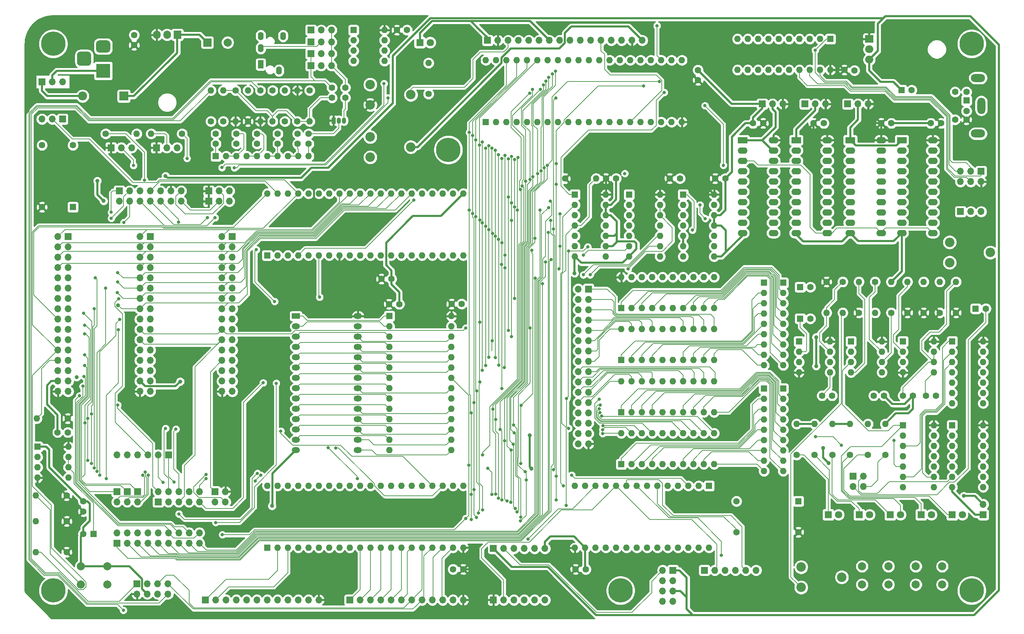
<source format=gtl>
G04 #@! TF.GenerationSoftware,KiCad,Pcbnew,(5.1.9)-1*
G04 #@! TF.CreationDate,2023-05-01T09:57:01+01:00*
G04 #@! TF.ProjectId,AT_65C02_Computer_Rev003,41545f36-3543-4303-925f-436f6d707574,Rev003*
G04 #@! TF.SameCoordinates,Original*
G04 #@! TF.FileFunction,Copper,L1,Top*
G04 #@! TF.FilePolarity,Positive*
%FSLAX46Y46*%
G04 Gerber Fmt 4.6, Leading zero omitted, Abs format (unit mm)*
G04 Created by KiCad (PCBNEW (5.1.9)-1) date 2023-05-01 09:57:01*
%MOMM*%
%LPD*%
G01*
G04 APERTURE LIST*
G04 #@! TA.AperFunction,ComponentPad*
%ADD10O,2.000000X1.440000*%
G04 #@! TD*
G04 #@! TA.AperFunction,ComponentPad*
%ADD11R,2.000000X1.440000*%
G04 #@! TD*
G04 #@! TA.AperFunction,ComponentPad*
%ADD12R,1.700000X1.700000*%
G04 #@! TD*
G04 #@! TA.AperFunction,ComponentPad*
%ADD13O,1.700000X1.700000*%
G04 #@! TD*
G04 #@! TA.AperFunction,ComponentPad*
%ADD14C,6.000000*%
G04 #@! TD*
G04 #@! TA.AperFunction,ComponentPad*
%ADD15C,1.600000*%
G04 #@! TD*
G04 #@! TA.AperFunction,ComponentPad*
%ADD16C,2.000000*%
G04 #@! TD*
G04 #@! TA.AperFunction,ComponentPad*
%ADD17O,1.600000X1.600000*%
G04 #@! TD*
G04 #@! TA.AperFunction,ComponentPad*
%ADD18R,1.600000X1.600000*%
G04 #@! TD*
G04 #@! TA.AperFunction,ComponentPad*
%ADD19C,2.340000*%
G04 #@! TD*
G04 #@! TA.AperFunction,ComponentPad*
%ADD20R,2.000000X1.905000*%
G04 #@! TD*
G04 #@! TA.AperFunction,ComponentPad*
%ADD21O,2.000000X1.905000*%
G04 #@! TD*
G04 #@! TA.AperFunction,ComponentPad*
%ADD22C,1.800000*%
G04 #@! TD*
G04 #@! TA.AperFunction,ComponentPad*
%ADD23R,1.800000X1.800000*%
G04 #@! TD*
G04 #@! TA.AperFunction,ComponentPad*
%ADD24O,2.000000X4.000000*%
G04 #@! TD*
G04 #@! TA.AperFunction,ComponentPad*
%ADD25O,3.500000X2.000000*%
G04 #@! TD*
G04 #@! TA.AperFunction,ComponentPad*
%ADD26O,1.905000X2.000000*%
G04 #@! TD*
G04 #@! TA.AperFunction,ComponentPad*
%ADD27R,1.905000X2.000000*%
G04 #@! TD*
G04 #@! TA.AperFunction,ComponentPad*
%ADD28R,2.200000X2.200000*%
G04 #@! TD*
G04 #@! TA.AperFunction,ComponentPad*
%ADD29O,2.200000X2.200000*%
G04 #@! TD*
G04 #@! TA.AperFunction,ComponentPad*
%ADD30R,3.500000X3.500000*%
G04 #@! TD*
G04 #@! TA.AperFunction,ComponentPad*
%ADD31R,2.000000X2.000000*%
G04 #@! TD*
G04 #@! TA.AperFunction,ComponentPad*
%ADD32O,1.400000X2.000000*%
G04 #@! TD*
G04 #@! TA.AperFunction,ComponentPad*
%ADD33R,1.400000X2.000000*%
G04 #@! TD*
G04 #@! TA.AperFunction,ComponentPad*
%ADD34O,1.050000X1.500000*%
G04 #@! TD*
G04 #@! TA.AperFunction,ComponentPad*
%ADD35R,1.050000X1.500000*%
G04 #@! TD*
G04 #@! TA.AperFunction,ComponentPad*
%ADD36O,2.400000X1.600000*%
G04 #@! TD*
G04 #@! TA.AperFunction,ComponentPad*
%ADD37R,2.400000X1.600000*%
G04 #@! TD*
G04 #@! TA.AperFunction,ViaPad*
%ADD38C,0.800000*%
G04 #@! TD*
G04 #@! TA.AperFunction,ViaPad*
%ADD39C,1.000000*%
G04 #@! TD*
G04 #@! TA.AperFunction,Conductor*
%ADD40C,0.508000*%
G04 #@! TD*
G04 #@! TA.AperFunction,Conductor*
%ADD41C,0.152400*%
G04 #@! TD*
G04 #@! TA.AperFunction,Conductor*
%ADD42C,0.254000*%
G04 #@! TD*
G04 #@! TA.AperFunction,Conductor*
%ADD43C,0.100000*%
G04 #@! TD*
G04 APERTURE END LIST*
D10*
X174205000Y-169660000D03*
X158965000Y-169660000D03*
X174205000Y-167120000D03*
X158965000Y-167120000D03*
X174205000Y-164580000D03*
X158965000Y-164580000D03*
X174205000Y-162040000D03*
X158965000Y-162040000D03*
X174205000Y-159500000D03*
X158965000Y-159500000D03*
X174205000Y-156960000D03*
X158965000Y-156960000D03*
X174205000Y-154420000D03*
X158965000Y-154420000D03*
X174205000Y-151880000D03*
X158965000Y-151880000D03*
X174205000Y-149340000D03*
X158965000Y-149340000D03*
X174205000Y-146800000D03*
X158965000Y-146800000D03*
X174205000Y-144260000D03*
X158965000Y-144260000D03*
X174205000Y-141720000D03*
X158965000Y-141720000D03*
X174205000Y-139180000D03*
X158965000Y-139180000D03*
X174205000Y-136640000D03*
D11*
X158965000Y-136640000D03*
D12*
X114890000Y-192580000D03*
D13*
X114890000Y-190040000D03*
X117430000Y-192580000D03*
X117430000Y-190040000D03*
X119970000Y-192580000D03*
X119970000Y-190040000D03*
X122510000Y-192580000D03*
X122510000Y-190040000D03*
X125050000Y-192580000D03*
X125050000Y-190040000D03*
X127590000Y-192580000D03*
X127590000Y-190040000D03*
X130130000Y-192580000D03*
X130130000Y-190040000D03*
X132670000Y-192580000D03*
X132670000Y-190040000D03*
X135210000Y-192580000D03*
X135210000Y-190040000D03*
D14*
X196490000Y-95700000D03*
X238865000Y-204210000D03*
D15*
X119145000Y-69915000D03*
X119145000Y-67415000D03*
D16*
X112565000Y-198275000D03*
X112565000Y-202775000D03*
X106065000Y-198275000D03*
X106065000Y-202775000D03*
X318044000Y-198275000D03*
X318044000Y-202775000D03*
X311544000Y-198275000D03*
X311544000Y-202775000D03*
X304804000Y-198275000D03*
X304804000Y-202775000D03*
X298304000Y-198275000D03*
X298304000Y-202775000D03*
D13*
X299855000Y-84410000D03*
X297315000Y-84410000D03*
D12*
X294775000Y-84410000D03*
D13*
X289335000Y-84410000D03*
X286795000Y-84410000D03*
D12*
X284255000Y-84410000D03*
D13*
X278815000Y-84410000D03*
X276275000Y-84410000D03*
D12*
X273735000Y-84410000D03*
D13*
X228445000Y-168110000D03*
X230985000Y-168110000D03*
X228445000Y-165570000D03*
X230985000Y-165570000D03*
X228445000Y-163030000D03*
X230985000Y-163030000D03*
X228445000Y-160490000D03*
X230985000Y-160490000D03*
X228445000Y-157950000D03*
X230985000Y-157950000D03*
X228445000Y-155410000D03*
X230985000Y-155410000D03*
X228445000Y-152870000D03*
X230985000Y-152870000D03*
X228445000Y-150330000D03*
X230985000Y-150330000D03*
X228445000Y-147790000D03*
X230985000Y-147790000D03*
X228445000Y-145250000D03*
X230985000Y-145250000D03*
X228445000Y-142710000D03*
X230985000Y-142710000D03*
X228445000Y-140170000D03*
X230985000Y-140170000D03*
X228445000Y-137630000D03*
X230985000Y-137630000D03*
X228445000Y-135090000D03*
X230985000Y-135090000D03*
X228445000Y-132550000D03*
X230985000Y-132550000D03*
X228445000Y-130010000D03*
D12*
X230985000Y-130010000D03*
D17*
X239045000Y-139876666D03*
X261905000Y-147496666D03*
X241585000Y-139876666D03*
X259365000Y-147496666D03*
X244125000Y-139876666D03*
X256825000Y-147496666D03*
X246665000Y-139876666D03*
X254285000Y-147496666D03*
X249205000Y-139876666D03*
X251745000Y-147496666D03*
X251745000Y-139876666D03*
X249205000Y-147496666D03*
X254285000Y-139876666D03*
X246665000Y-147496666D03*
X256825000Y-139876666D03*
X244125000Y-147496666D03*
X259365000Y-139876666D03*
X241585000Y-147496666D03*
X261905000Y-139876666D03*
D18*
X239045000Y-147496666D03*
D17*
X239045000Y-127060000D03*
X261905000Y-134680000D03*
X241585000Y-127060000D03*
X259365000Y-134680000D03*
X244125000Y-127060000D03*
X256825000Y-134680000D03*
X246665000Y-127060000D03*
X254285000Y-134680000D03*
X249205000Y-127060000D03*
X251745000Y-134680000D03*
X251745000Y-127060000D03*
X249205000Y-134680000D03*
X254285000Y-127060000D03*
X246665000Y-134680000D03*
X256825000Y-127060000D03*
X244125000Y-134680000D03*
X259365000Y-127060000D03*
X241585000Y-134680000D03*
X261905000Y-127060000D03*
D18*
X239045000Y-134680000D03*
D17*
X239045000Y-152693332D03*
X261905000Y-160313332D03*
X241585000Y-152693332D03*
X259365000Y-160313332D03*
X244125000Y-152693332D03*
X256825000Y-160313332D03*
X246665000Y-152693332D03*
X254285000Y-160313332D03*
X249205000Y-152693332D03*
X251745000Y-160313332D03*
X251745000Y-152693332D03*
X249205000Y-160313332D03*
X254285000Y-152693332D03*
X246665000Y-160313332D03*
X256825000Y-152693332D03*
X244125000Y-160313332D03*
X259365000Y-152693332D03*
X241585000Y-160313332D03*
X261905000Y-152693332D03*
D18*
X239045000Y-160313332D03*
D17*
X239045000Y-165510000D03*
X261905000Y-173130000D03*
X241585000Y-165510000D03*
X259365000Y-173130000D03*
X244125000Y-165510000D03*
X256825000Y-173130000D03*
X246665000Y-165510000D03*
X254285000Y-173130000D03*
X249205000Y-165510000D03*
X251745000Y-173130000D03*
X251745000Y-165510000D03*
X249205000Y-173130000D03*
X254285000Y-165510000D03*
X246665000Y-173130000D03*
X256825000Y-165510000D03*
X244125000Y-173130000D03*
X259365000Y-165510000D03*
X241585000Y-173130000D03*
X261905000Y-165510000D03*
D18*
X239045000Y-173130000D03*
D19*
X319885000Y-118480000D03*
X329885000Y-120980000D03*
X319885000Y-123480000D03*
D13*
X220255000Y-206560000D03*
X217715000Y-206560000D03*
X215175000Y-206560000D03*
X212635000Y-206560000D03*
X210095000Y-206560000D03*
D12*
X207555000Y-206560000D03*
X207555000Y-193860000D03*
D13*
X210095000Y-193860000D03*
X212635000Y-193860000D03*
X215175000Y-193860000D03*
X217715000Y-193860000D03*
X220255000Y-193860000D03*
X249245000Y-206870000D03*
X251785000Y-206870000D03*
X249245000Y-204330000D03*
X251785000Y-204330000D03*
X249245000Y-201790000D03*
X251785000Y-201790000D03*
X249245000Y-199250000D03*
D12*
X251785000Y-199250000D03*
D20*
X300065000Y-68420000D03*
D21*
X300065000Y-70960000D03*
X300065000Y-73500000D03*
D18*
X151905000Y-193660000D03*
D17*
X200165000Y-178420000D03*
X154445000Y-193660000D03*
X197625000Y-178420000D03*
X156985000Y-193660000D03*
X195085000Y-178420000D03*
X159525000Y-193660000D03*
X192545000Y-178420000D03*
X162065000Y-193660000D03*
X190005000Y-178420000D03*
X164605000Y-193660000D03*
X187465000Y-178420000D03*
X167145000Y-193660000D03*
X184925000Y-178420000D03*
X169685000Y-193660000D03*
X182385000Y-178420000D03*
X172225000Y-193660000D03*
X179845000Y-178420000D03*
X174765000Y-193660000D03*
X177305000Y-178420000D03*
X177305000Y-193660000D03*
X174765000Y-178420000D03*
X179845000Y-193660000D03*
X172225000Y-178420000D03*
X182385000Y-193660000D03*
X169685000Y-178420000D03*
X184925000Y-193660000D03*
X167145000Y-178420000D03*
X187465000Y-193660000D03*
X164605000Y-178420000D03*
X190005000Y-193660000D03*
X162065000Y-178420000D03*
X192545000Y-193660000D03*
X159525000Y-178420000D03*
X195085000Y-193660000D03*
X156985000Y-178420000D03*
X197625000Y-193660000D03*
X154445000Y-178420000D03*
X200165000Y-193660000D03*
X151905000Y-178420000D03*
D18*
X260665000Y-178460000D03*
D17*
X227645000Y-193700000D03*
X258125000Y-178460000D03*
X230185000Y-193700000D03*
X255585000Y-178460000D03*
X232725000Y-193700000D03*
X253045000Y-178460000D03*
X235265000Y-193700000D03*
X250505000Y-178460000D03*
X237805000Y-193700000D03*
X247965000Y-178460000D03*
X240345000Y-193700000D03*
X245425000Y-178460000D03*
X242885000Y-193700000D03*
X242885000Y-178460000D03*
X245425000Y-193700000D03*
X240345000Y-178460000D03*
X247965000Y-193700000D03*
X237805000Y-178460000D03*
X250505000Y-193700000D03*
X235265000Y-178460000D03*
X253045000Y-193700000D03*
X232725000Y-178460000D03*
X255585000Y-193700000D03*
X230185000Y-178460000D03*
X258125000Y-193700000D03*
X227645000Y-178460000D03*
X260665000Y-193700000D03*
X151905000Y-106460000D03*
X200165000Y-121700000D03*
X154445000Y-106460000D03*
X197625000Y-121700000D03*
X156985000Y-106460000D03*
X195085000Y-121700000D03*
X159525000Y-106460000D03*
X192545000Y-121700000D03*
X162065000Y-106460000D03*
X190005000Y-121700000D03*
X164605000Y-106460000D03*
X187465000Y-121700000D03*
X167145000Y-106460000D03*
X184925000Y-121700000D03*
X169685000Y-106460000D03*
X182385000Y-121700000D03*
X172225000Y-106460000D03*
X179845000Y-121700000D03*
X174765000Y-106460000D03*
X177305000Y-121700000D03*
X177305000Y-106460000D03*
X174765000Y-121700000D03*
X179845000Y-106460000D03*
X172225000Y-121700000D03*
X182385000Y-106460000D03*
X169685000Y-121700000D03*
X184925000Y-106460000D03*
X167145000Y-121700000D03*
X187465000Y-106460000D03*
X164605000Y-121700000D03*
X190005000Y-106460000D03*
X162065000Y-121700000D03*
X192545000Y-106460000D03*
X159525000Y-121700000D03*
X195085000Y-106460000D03*
X156985000Y-121700000D03*
X197625000Y-106460000D03*
X154445000Y-121700000D03*
X200165000Y-106460000D03*
D18*
X151905000Y-121700000D03*
X205725000Y-88860000D03*
D17*
X253985000Y-73620000D03*
X208265000Y-88860000D03*
X251445000Y-73620000D03*
X210805000Y-88860000D03*
X248905000Y-73620000D03*
X213345000Y-88860000D03*
X246365000Y-73620000D03*
X215885000Y-88860000D03*
X243825000Y-73620000D03*
X218425000Y-88860000D03*
X241285000Y-73620000D03*
X220965000Y-88860000D03*
X238745000Y-73620000D03*
X223505000Y-88860000D03*
X236205000Y-73620000D03*
X226045000Y-88860000D03*
X233665000Y-73620000D03*
X228585000Y-88860000D03*
X231125000Y-73620000D03*
X231125000Y-88860000D03*
X228585000Y-73620000D03*
X233665000Y-88860000D03*
X226045000Y-73620000D03*
X236205000Y-88860000D03*
X223505000Y-73620000D03*
X238745000Y-88860000D03*
X220965000Y-73620000D03*
X241285000Y-88860000D03*
X218425000Y-73620000D03*
X243825000Y-88860000D03*
X215885000Y-73620000D03*
X246365000Y-88860000D03*
X213345000Y-73620000D03*
X248905000Y-88860000D03*
X210805000Y-73620000D03*
X251445000Y-88860000D03*
X208265000Y-73620000D03*
X253985000Y-88860000D03*
X205725000Y-73620000D03*
D22*
X192015000Y-69280000D03*
D23*
X189475000Y-69280000D03*
D15*
X230305000Y-198990000D03*
X227805000Y-198990000D03*
D13*
X272235000Y-199250000D03*
X269695000Y-199250000D03*
X267155000Y-199250000D03*
X264615000Y-199250000D03*
X262075000Y-199250000D03*
D12*
X259535000Y-199250000D03*
D19*
X177245000Y-79640000D03*
X187245000Y-82140000D03*
X177245000Y-84640000D03*
D18*
X290515000Y-68420000D03*
D17*
X267655000Y-76040000D03*
X287975000Y-68420000D03*
X270195000Y-76040000D03*
X285435000Y-68420000D03*
X272735000Y-76040000D03*
X282895000Y-68420000D03*
X275275000Y-76040000D03*
X280355000Y-68420000D03*
X277815000Y-76040000D03*
X277815000Y-68420000D03*
X280355000Y-76040000D03*
X275275000Y-68420000D03*
X282895000Y-76040000D03*
X272735000Y-68420000D03*
X285435000Y-76040000D03*
X270195000Y-68420000D03*
X287975000Y-76040000D03*
X267655000Y-68420000D03*
X290515000Y-76040000D03*
D15*
X253485000Y-102760000D03*
X250985000Y-102760000D03*
D14*
X99225000Y-204210000D03*
X99225000Y-69590000D03*
X325285000Y-69590000D03*
X325285000Y-204210000D03*
D13*
X244225000Y-68760000D03*
X241685000Y-68760000D03*
X239145000Y-68760000D03*
X236605000Y-68760000D03*
X234065000Y-68760000D03*
X231525000Y-68760000D03*
X228985000Y-68760000D03*
X226445000Y-68760000D03*
X223905000Y-68760000D03*
X221365000Y-68760000D03*
X218825000Y-68760000D03*
X216285000Y-68760000D03*
X213745000Y-68760000D03*
X211205000Y-68760000D03*
X208665000Y-68760000D03*
D12*
X206125000Y-68760000D03*
D15*
X182497000Y-127502000D03*
X179997000Y-127502000D03*
X106655000Y-182270000D03*
X106655000Y-184770000D03*
X181895000Y-133710000D03*
X184395000Y-133710000D03*
X102815000Y-165290000D03*
X100315000Y-165290000D03*
X197275000Y-133670000D03*
X199775000Y-133670000D03*
X293955000Y-76040000D03*
X296455000Y-76170000D03*
D18*
X109155000Y-190310000D03*
D15*
X106655000Y-190310000D03*
X237785000Y-102760000D03*
X235285000Y-102760000D03*
X200165000Y-198990000D03*
X197665000Y-198990000D03*
X257935000Y-78560000D03*
X257935000Y-76060000D03*
X264655000Y-102760000D03*
X262155000Y-102760000D03*
D12*
X102905000Y-117110000D03*
D13*
X100365000Y-117110000D03*
X102905000Y-119650000D03*
X100365000Y-119650000D03*
X102905000Y-122190000D03*
X100365000Y-122190000D03*
X102905000Y-124730000D03*
X100365000Y-124730000D03*
X102905000Y-127270000D03*
X100365000Y-127270000D03*
X102905000Y-129810000D03*
X100365000Y-129810000D03*
X102905000Y-132350000D03*
X100365000Y-132350000D03*
X102905000Y-134890000D03*
X100365000Y-134890000D03*
X102905000Y-137430000D03*
X100365000Y-137430000D03*
X102905000Y-139970000D03*
X100365000Y-139970000D03*
X102905000Y-142510000D03*
X100365000Y-142510000D03*
X102905000Y-145050000D03*
X100365000Y-145050000D03*
X102905000Y-147590000D03*
X100365000Y-147590000D03*
X102905000Y-150130000D03*
X100365000Y-150130000D03*
X102905000Y-152670000D03*
X100365000Y-152670000D03*
X102905000Y-155210000D03*
X100365000Y-155210000D03*
D24*
X327665000Y-84860000D03*
D15*
X321215000Y-88260000D03*
X321215000Y-81460000D03*
X324015000Y-88260000D03*
X324015000Y-81460000D03*
X324015000Y-86160000D03*
D18*
X324015000Y-83560000D03*
D25*
X326865000Y-78010000D03*
X326865000Y-91710000D03*
D17*
X119784000Y-91740000D03*
D15*
X112164000Y-91740000D03*
X130960000Y-91740000D03*
D17*
X123340000Y-91740000D03*
D15*
X102535000Y-180830000D03*
D17*
X94915000Y-180830000D03*
D15*
X102795000Y-161860000D03*
D17*
X95175000Y-161860000D03*
X94925000Y-187180000D03*
D15*
X102545000Y-187180000D03*
D17*
X94925000Y-194760000D03*
D15*
X102545000Y-194760000D03*
D18*
X181985000Y-136640000D03*
D17*
X197225000Y-169660000D03*
X181985000Y-139180000D03*
X197225000Y-167120000D03*
X181985000Y-141720000D03*
X197225000Y-164580000D03*
X181985000Y-144260000D03*
X197225000Y-162040000D03*
X181985000Y-146800000D03*
X197225000Y-159500000D03*
X181985000Y-149340000D03*
X197225000Y-156960000D03*
X181985000Y-151880000D03*
X197225000Y-154420000D03*
X181985000Y-154420000D03*
X197225000Y-151880000D03*
X181985000Y-156960000D03*
X197225000Y-149340000D03*
X181985000Y-159500000D03*
X197225000Y-146800000D03*
X181985000Y-162040000D03*
X197225000Y-144260000D03*
X181985000Y-164580000D03*
X197225000Y-141720000D03*
X181985000Y-167120000D03*
X197225000Y-139180000D03*
X181985000Y-169660000D03*
X197225000Y-136640000D03*
X248585000Y-106730000D03*
X240965000Y-121970000D03*
X248585000Y-109270000D03*
X240965000Y-119430000D03*
X248585000Y-111810000D03*
X240965000Y-116890000D03*
X248585000Y-114350000D03*
X240965000Y-114350000D03*
X248585000Y-116890000D03*
X240965000Y-111810000D03*
X248585000Y-119430000D03*
X240965000Y-109270000D03*
X248585000Y-121970000D03*
D18*
X240965000Y-106730000D03*
D17*
X261905000Y-106730000D03*
X254285000Y-121970000D03*
X261905000Y-109270000D03*
X254285000Y-119430000D03*
X261905000Y-111810000D03*
X254285000Y-116890000D03*
X261905000Y-114350000D03*
X254285000Y-114350000D03*
X261905000Y-116890000D03*
X254285000Y-111810000D03*
X261905000Y-119430000D03*
X254285000Y-109270000D03*
X261905000Y-121970000D03*
D18*
X254285000Y-106730000D03*
X95345000Y-168820000D03*
D17*
X102965000Y-176440000D03*
X95345000Y-171360000D03*
X102965000Y-173900000D03*
X95345000Y-173900000D03*
X102965000Y-171360000D03*
X95345000Y-176440000D03*
X102965000Y-168820000D03*
D18*
X227645000Y-106730000D03*
D17*
X235265000Y-121970000D03*
X227645000Y-109270000D03*
X235265000Y-119430000D03*
X227645000Y-111810000D03*
X235265000Y-116890000D03*
X227645000Y-114350000D03*
X235265000Y-114350000D03*
X227645000Y-116890000D03*
X235265000Y-111810000D03*
X227645000Y-119430000D03*
X235265000Y-109270000D03*
X227645000Y-121970000D03*
X235265000Y-106730000D03*
D18*
X104075000Y-109810000D03*
D15*
X96455000Y-109810000D03*
X96455000Y-94570000D03*
X104075000Y-94570000D03*
D18*
X282655000Y-182240000D03*
D15*
X282655000Y-189860000D03*
X267415000Y-189860000D03*
X267415000Y-182240000D03*
D12*
X101535000Y-88140000D03*
D13*
X98995000Y-88140000D03*
X96455000Y-88140000D03*
X322555000Y-103550000D03*
X322555000Y-101010000D03*
X325095000Y-103550000D03*
X325095000Y-101010000D03*
X327635000Y-103550000D03*
D12*
X327635000Y-101010000D03*
D17*
X315989000Y-142895000D03*
X308369000Y-150515000D03*
X315989000Y-145435000D03*
X308369000Y-147975000D03*
X315989000Y-147975000D03*
X308369000Y-145435000D03*
X315989000Y-150515000D03*
D18*
X308369000Y-142895000D03*
D22*
X323014000Y-185565000D03*
D23*
X320474000Y-185565000D03*
D22*
X315394000Y-185565000D03*
D23*
X312854000Y-185565000D03*
D22*
X300154000Y-185565000D03*
D23*
X297614000Y-185565000D03*
D22*
X307774000Y-185565000D03*
D23*
X305234000Y-185565000D03*
D22*
X292534000Y-185565000D03*
D23*
X289994000Y-185565000D03*
D19*
X283319000Y-203455000D03*
X293319000Y-200955000D03*
X283319000Y-198455000D03*
D17*
X299774000Y-163215000D03*
D15*
X299774000Y-170835000D03*
D18*
X283079000Y-137270000D03*
D15*
X285579000Y-137270000D03*
X285579000Y-129515000D03*
D18*
X283079000Y-129515000D03*
D15*
X289574000Y-128205000D03*
D17*
X289574000Y-135825000D03*
X293559000Y-135825000D03*
D15*
X293559000Y-128205000D03*
D17*
X282214000Y-163215000D03*
D15*
X282214000Y-170835000D03*
X309499000Y-135825000D03*
D17*
X309499000Y-128205000D03*
D15*
X321454000Y-135825000D03*
D17*
X321454000Y-128205000D03*
X295384000Y-163215000D03*
D15*
X295384000Y-170835000D03*
D17*
X317469000Y-128205000D03*
D15*
X317469000Y-135825000D03*
X301529000Y-128205000D03*
D17*
X301529000Y-135825000D03*
D15*
X297544000Y-135825000D03*
D17*
X297544000Y-128205000D03*
X286604000Y-163215000D03*
D15*
X286604000Y-170835000D03*
X313484000Y-135825000D03*
D17*
X313484000Y-128205000D03*
D15*
X305514000Y-135825000D03*
D17*
X305514000Y-128205000D03*
X290994000Y-163215000D03*
D15*
X290994000Y-170835000D03*
D18*
X320519000Y-163525000D03*
D17*
X328139000Y-178765000D03*
X320519000Y-166065000D03*
X328139000Y-176225000D03*
X320519000Y-168605000D03*
X328139000Y-173685000D03*
X320519000Y-171145000D03*
X328139000Y-171145000D03*
X320519000Y-173685000D03*
X328139000Y-168605000D03*
X320519000Y-176225000D03*
X328139000Y-166065000D03*
X320519000Y-178765000D03*
X328139000Y-163525000D03*
D18*
X282809000Y-142895000D03*
D17*
X290429000Y-150515000D03*
X282809000Y-145435000D03*
X290429000Y-147975000D03*
X282809000Y-147975000D03*
X290429000Y-145435000D03*
X282809000Y-150515000D03*
X290429000Y-142895000D03*
X315989000Y-163525000D03*
X308369000Y-178765000D03*
X315989000Y-166065000D03*
X308369000Y-176225000D03*
X315989000Y-168605000D03*
X308369000Y-173685000D03*
X315989000Y-171145000D03*
X308369000Y-171145000D03*
X315989000Y-173685000D03*
X308369000Y-168605000D03*
X315989000Y-176225000D03*
X308369000Y-166065000D03*
X315989000Y-178765000D03*
D18*
X308369000Y-163525000D03*
X320519000Y-142895000D03*
D17*
X328139000Y-158135000D03*
X320519000Y-145435000D03*
X328139000Y-155595000D03*
X320519000Y-147975000D03*
X328139000Y-153055000D03*
X320519000Y-150515000D03*
X328139000Y-150515000D03*
X320519000Y-153055000D03*
X328139000Y-147975000D03*
X320519000Y-155595000D03*
X328139000Y-145435000D03*
X320519000Y-158135000D03*
X328139000Y-142895000D03*
X303209000Y-142895000D03*
X295589000Y-150515000D03*
X303209000Y-145435000D03*
X295589000Y-147975000D03*
X303209000Y-147975000D03*
X295589000Y-145435000D03*
X303209000Y-150515000D03*
D18*
X295589000Y-142895000D03*
D15*
X304029000Y-170835000D03*
D17*
X304029000Y-163215000D03*
D18*
X326289000Y-134810000D03*
D15*
X328789000Y-134810000D03*
D17*
X278898000Y-148755000D03*
X278898000Y-146215000D03*
X278898000Y-143675000D03*
X278898000Y-141135000D03*
X278898000Y-138595000D03*
X278898000Y-136055000D03*
X278898000Y-133515000D03*
X278898000Y-130975000D03*
D18*
X278898000Y-128435000D03*
D17*
X274198000Y-148775000D03*
X274198000Y-146235000D03*
X274198000Y-143695000D03*
X274198000Y-141155000D03*
X274198000Y-138615000D03*
X274198000Y-136075000D03*
X274198000Y-133535000D03*
X274198000Y-130995000D03*
D18*
X274198000Y-128455000D03*
X278898000Y-154515000D03*
D17*
X278898000Y-157055000D03*
X278898000Y-159595000D03*
X278898000Y-162135000D03*
X278898000Y-164675000D03*
X278898000Y-167215000D03*
X278898000Y-169755000D03*
X278898000Y-172295000D03*
X278898000Y-174835000D03*
D18*
X274198000Y-154515000D03*
D17*
X274198000Y-157055000D03*
X274198000Y-159595000D03*
X274198000Y-162135000D03*
X274198000Y-164675000D03*
X274198000Y-167215000D03*
X274198000Y-169755000D03*
X274198000Y-172295000D03*
X274198000Y-174835000D03*
D13*
X101560000Y-78960000D03*
X99020000Y-78960000D03*
D12*
X96455000Y-78960000D03*
D26*
X124725000Y-67375000D03*
X127265000Y-67375000D03*
D27*
X129805000Y-67375000D03*
D28*
X116605000Y-82470000D03*
D29*
X106445000Y-82470000D03*
D30*
X111525000Y-76265000D03*
G04 #@! TA.AperFunction,ComponentPad*
G36*
G01*
X110525000Y-68765000D02*
X112525000Y-68765000D01*
G75*
G02*
X113275000Y-69515000I0J-750000D01*
G01*
X113275000Y-71015000D01*
G75*
G02*
X112525000Y-71765000I-750000J0D01*
G01*
X110525000Y-71765000D01*
G75*
G02*
X109775000Y-71015000I0J750000D01*
G01*
X109775000Y-69515000D01*
G75*
G02*
X110525000Y-68765000I750000J0D01*
G01*
G37*
G04 #@! TD.AperFunction*
G04 #@! TA.AperFunction,ComponentPad*
G36*
G01*
X105950000Y-71515000D02*
X107700000Y-71515000D01*
G75*
G02*
X108575000Y-72390000I0J-875000D01*
G01*
X108575000Y-74140000D01*
G75*
G02*
X107700000Y-75015000I-875000J0D01*
G01*
X105950000Y-75015000D01*
G75*
G02*
X105075000Y-74140000I0J875000D01*
G01*
X105075000Y-72390000D01*
G75*
G02*
X105950000Y-71515000I875000J0D01*
G01*
G37*
G04 #@! TD.AperFunction*
D17*
X191595000Y-74330000D03*
D15*
X191595000Y-81950000D03*
D18*
X308035000Y-81000000D03*
D15*
X310535000Y-81000000D03*
X225225000Y-102760000D03*
D17*
X232845000Y-102760000D03*
D12*
X296075000Y-176100000D03*
D13*
X296075000Y-178640000D03*
X298615000Y-176100000D03*
X298615000Y-178640000D03*
D31*
X137155000Y-69280000D03*
D16*
X142155000Y-69280000D03*
D15*
X288469000Y-156230000D03*
X290969000Y-156230000D03*
X316529000Y-156230000D03*
X314029000Y-156230000D03*
X308369000Y-156230000D03*
X310869000Y-156230000D03*
X303709000Y-156230000D03*
X301209000Y-156230000D03*
X271482000Y-89170000D03*
X273982000Y-89170000D03*
X286395000Y-89170000D03*
X288895000Y-89170000D03*
X305535000Y-89170000D03*
X303035000Y-89170000D03*
X317768000Y-89170000D03*
X315268000Y-89170000D03*
X139262000Y-94240000D03*
X139262000Y-91740000D03*
X144342000Y-91740000D03*
X144342000Y-94240000D03*
X149422000Y-94240000D03*
X149422000Y-91740000D03*
X154502000Y-94240000D03*
X154502000Y-91740000D03*
X159382000Y-91740000D03*
X159382000Y-94240000D03*
X162122000Y-91740000D03*
X162122000Y-94240000D03*
X171125000Y-82890000D03*
X171125000Y-80390000D03*
X167815000Y-82890000D03*
X167815000Y-80390000D03*
X186315000Y-66220000D03*
X183815000Y-66220000D03*
D32*
X155810000Y-67680000D03*
X154810000Y-76180000D03*
D33*
X150310000Y-74680000D03*
D32*
X150310000Y-70680000D03*
X150310000Y-67680000D03*
D13*
X167725000Y-74980000D03*
X165185000Y-74980000D03*
D12*
X162645000Y-74980000D03*
X162645000Y-72060000D03*
D13*
X165185000Y-72060000D03*
X167725000Y-72060000D03*
X167725000Y-69140000D03*
X165185000Y-69140000D03*
D12*
X162645000Y-69140000D03*
X162645000Y-66220000D03*
D13*
X165185000Y-66220000D03*
X167725000Y-66220000D03*
D34*
X169525000Y-88500000D03*
X170795000Y-88500000D03*
D35*
X168255000Y-88500000D03*
D15*
X147152500Y-88700000D03*
D17*
X147152500Y-81080000D03*
D15*
X156272500Y-88700000D03*
D17*
X156272500Y-81080000D03*
X138032500Y-81080000D03*
D15*
X138032500Y-88700000D03*
D17*
X162352500Y-88700000D03*
D15*
X162352500Y-81080000D03*
X141072500Y-88700000D03*
D17*
X141072500Y-81080000D03*
X144112500Y-88700000D03*
D15*
X144112500Y-81080000D03*
D17*
X159312500Y-81080000D03*
D15*
X159312500Y-88700000D03*
D17*
X153232500Y-88700000D03*
D15*
X153232500Y-81080000D03*
D17*
X150192500Y-88700000D03*
D15*
X150192500Y-81080000D03*
D18*
X173135000Y-66220000D03*
D17*
X180755000Y-73840000D03*
X173135000Y-68760000D03*
X180755000Y-71300000D03*
X173135000Y-71300000D03*
X180755000Y-68760000D03*
X173135000Y-73840000D03*
X180755000Y-66220000D03*
D18*
X139262000Y-97280000D03*
D17*
X141802000Y-97280000D03*
X144342000Y-97280000D03*
X146882000Y-97280000D03*
X149422000Y-97280000D03*
X151962000Y-97280000D03*
X154502000Y-97280000D03*
X157042000Y-97280000D03*
X159582000Y-97280000D03*
X162122000Y-97280000D03*
D12*
X113449000Y-95190000D03*
D13*
X115989000Y-95190000D03*
X118529000Y-95190000D03*
X129705000Y-95190000D03*
X127165000Y-95190000D03*
D12*
X124625000Y-95190000D03*
X123112500Y-117110000D03*
D13*
X120572500Y-117110000D03*
X123112500Y-119650000D03*
X120572500Y-119650000D03*
X123112500Y-122190000D03*
X120572500Y-122190000D03*
X123112500Y-124730000D03*
X120572500Y-124730000D03*
X123112500Y-127270000D03*
X120572500Y-127270000D03*
X123112500Y-129810000D03*
X120572500Y-129810000D03*
X123112500Y-132350000D03*
X120572500Y-132350000D03*
X123112500Y-134890000D03*
X120572500Y-134890000D03*
X123112500Y-137430000D03*
X120572500Y-137430000D03*
X123112500Y-139970000D03*
X120572500Y-139970000D03*
X123112500Y-142510000D03*
X120572500Y-142510000D03*
X123112500Y-145050000D03*
X120572500Y-145050000D03*
X123112500Y-147590000D03*
X120572500Y-147590000D03*
X123112500Y-150130000D03*
X120572500Y-150130000D03*
X123112500Y-152670000D03*
X120572500Y-152670000D03*
X123112500Y-155210000D03*
X120572500Y-155210000D03*
X140780001Y-155210000D03*
X143320001Y-155210000D03*
X140780001Y-152670000D03*
X143320001Y-152670000D03*
X140780001Y-150130000D03*
X143320001Y-150130000D03*
X140780001Y-147590000D03*
X143320001Y-147590000D03*
X140780001Y-145050000D03*
X143320001Y-145050000D03*
X140780001Y-142510000D03*
X143320001Y-142510000D03*
X140780001Y-139970000D03*
X143320001Y-139970000D03*
X140780001Y-137430000D03*
X143320001Y-137430000D03*
X140780001Y-134890000D03*
X143320001Y-134890000D03*
X140780001Y-132350000D03*
X143320001Y-132350000D03*
X140780001Y-129810000D03*
X143320001Y-129810000D03*
X140780001Y-127270000D03*
X143320001Y-127270000D03*
X140780001Y-124730000D03*
X143320001Y-124730000D03*
X140780001Y-122190000D03*
X143320001Y-122190000D03*
X140780001Y-119650000D03*
X143320001Y-119650000D03*
X140780001Y-117110000D03*
D12*
X143320001Y-117110000D03*
X322555000Y-110925000D03*
D13*
X325095000Y-110925000D03*
X327635000Y-110925000D03*
D12*
X328139000Y-185565000D03*
D13*
X328139000Y-183025000D03*
D19*
X177245000Y-92525000D03*
X187245000Y-95025000D03*
X177245000Y-97525000D03*
D12*
X117430000Y-179880000D03*
D13*
X117430000Y-182420000D03*
D12*
X114890000Y-179880000D03*
D13*
X114890000Y-182420000D03*
X119970000Y-182420000D03*
D12*
X119970000Y-179880000D03*
X119855000Y-202550000D03*
D13*
X119855000Y-205090000D03*
X122395000Y-202550000D03*
X122395000Y-205090000D03*
X124935000Y-202550000D03*
X124935000Y-205090000D03*
X127475000Y-202550000D03*
X127475000Y-205090000D03*
D12*
X125050000Y-182420000D03*
D13*
X125050000Y-179880000D03*
X127590000Y-182420000D03*
X127590000Y-179880000D03*
X130130000Y-182420000D03*
X130130000Y-179880000D03*
X132670000Y-182420000D03*
X132670000Y-179880000D03*
X135210000Y-182420000D03*
X135210000Y-179880000D03*
X141595000Y-182420000D03*
X141595000Y-179880000D03*
X139055000Y-182420000D03*
D12*
X139055000Y-179880000D03*
X127590000Y-170820000D03*
D13*
X125050000Y-170820000D03*
X122510000Y-170820000D03*
X119970000Y-170820000D03*
X117430000Y-170820000D03*
X114890000Y-170820000D03*
D12*
X136665000Y-206560000D03*
D13*
X139205000Y-206560000D03*
X141745000Y-206560000D03*
X144285000Y-206560000D03*
X146825000Y-206560000D03*
X149365000Y-206560000D03*
X151905000Y-206560000D03*
X154445000Y-206560000D03*
X156985000Y-206560000D03*
X159525000Y-206560000D03*
X162065000Y-206560000D03*
X164605000Y-206560000D03*
D12*
X172225000Y-206560000D03*
D13*
X174765000Y-206560000D03*
X177305000Y-206560000D03*
X179845000Y-206560000D03*
X182385000Y-206560000D03*
X184925000Y-206560000D03*
X187465000Y-206560000D03*
X190005000Y-206560000D03*
X192545000Y-206560000D03*
X195085000Y-206560000D03*
X197625000Y-206560000D03*
X200165000Y-206560000D03*
D12*
X115492500Y-105825000D03*
D13*
X115492500Y-108365000D03*
X118032500Y-105825000D03*
X118032500Y-108365000D03*
X120572500Y-105825000D03*
X120572500Y-108365000D03*
X123112500Y-105825000D03*
X123112500Y-108365000D03*
X125652500Y-105825000D03*
X125652500Y-108365000D03*
X128192500Y-105825000D03*
X128192500Y-108365000D03*
X130732500Y-105825000D03*
X130732500Y-108365000D03*
X142595000Y-105825000D03*
X140055000Y-105825000D03*
D12*
X137515000Y-105825000D03*
X137515000Y-108365000D03*
D13*
X140055000Y-108365000D03*
X142595000Y-108365000D03*
D36*
X276522000Y-93333000D03*
X268902000Y-116193000D03*
X276522000Y-95873000D03*
X268902000Y-113653000D03*
X276522000Y-98413000D03*
X268902000Y-111113000D03*
X276522000Y-100953000D03*
X268902000Y-108573000D03*
X276522000Y-103493000D03*
X268902000Y-106033000D03*
X276522000Y-106033000D03*
X268902000Y-103493000D03*
X276522000Y-108573000D03*
X268902000Y-100953000D03*
X276522000Y-111113000D03*
X268902000Y-98413000D03*
X276522000Y-113653000D03*
X268902000Y-95873000D03*
X276522000Y-116193000D03*
D37*
X268902000Y-93333000D03*
X282108000Y-93333000D03*
D36*
X289728000Y-116193000D03*
X282108000Y-95873000D03*
X289728000Y-113653000D03*
X282108000Y-98413000D03*
X289728000Y-111113000D03*
X282108000Y-100953000D03*
X289728000Y-108573000D03*
X282108000Y-103493000D03*
X289728000Y-106033000D03*
X282108000Y-106033000D03*
X289728000Y-103493000D03*
X282108000Y-108573000D03*
X289728000Y-100953000D03*
X282108000Y-111113000D03*
X289728000Y-98413000D03*
X282108000Y-113653000D03*
X289728000Y-95873000D03*
X282108000Y-116193000D03*
X289728000Y-93333000D03*
D37*
X295415000Y-93333000D03*
D36*
X303035000Y-116193000D03*
X295415000Y-95873000D03*
X303035000Y-113653000D03*
X295415000Y-98413000D03*
X303035000Y-111113000D03*
X295415000Y-100953000D03*
X303035000Y-108573000D03*
X295415000Y-103493000D03*
X303035000Y-106033000D03*
X295415000Y-106033000D03*
X303035000Y-103493000D03*
X295415000Y-108573000D03*
X303035000Y-100953000D03*
X295415000Y-111113000D03*
X303035000Y-98413000D03*
X295415000Y-113653000D03*
X303035000Y-95873000D03*
X295415000Y-116193000D03*
X303035000Y-93333000D03*
X315728000Y-93333000D03*
X308108000Y-116193000D03*
X315728000Y-95873000D03*
X308108000Y-113653000D03*
X315728000Y-98413000D03*
X308108000Y-111113000D03*
X315728000Y-100953000D03*
X308108000Y-108573000D03*
X315728000Y-103493000D03*
X308108000Y-106033000D03*
X315728000Y-106033000D03*
X308108000Y-103493000D03*
X315728000Y-108573000D03*
X308108000Y-100953000D03*
X315728000Y-111113000D03*
X308108000Y-98413000D03*
X315728000Y-113653000D03*
X308108000Y-95873000D03*
X315728000Y-116193000D03*
D37*
X308108000Y-93333000D03*
D38*
X279165000Y-88480000D03*
D39*
X162217000Y-113278000D03*
D38*
X266103000Y-177794000D03*
D39*
X150305000Y-138910000D03*
X93195000Y-82840000D03*
X100490000Y-172900000D03*
X146365000Y-146200002D03*
X148965000Y-104800000D03*
X113690000Y-209275000D03*
X196690000Y-187925000D03*
D38*
X259690000Y-103275000D03*
D39*
X222515000Y-203225000D03*
X147540000Y-101118590D03*
X163740000Y-102950000D03*
X104985000Y-151700000D03*
X227555000Y-126100000D03*
X130490000Y-152775000D03*
X288765000Y-169125000D03*
X290115000Y-172900000D03*
X111640000Y-108300000D03*
X287040000Y-148975000D03*
X287015000Y-141850000D03*
X216540000Y-166025000D03*
X216940000Y-174200000D03*
X153090000Y-183400000D03*
X110090000Y-103350000D03*
D38*
X244565000Y-80020000D03*
X223015000Y-181900000D03*
X223015000Y-104200000D03*
X223013823Y-99144830D03*
X223032729Y-176087774D03*
X239915000Y-101550000D03*
X115615000Y-137475000D03*
X110690000Y-175850000D03*
X201645000Y-110590000D03*
X201645000Y-91440000D03*
X202143610Y-160520000D03*
X202143610Y-180528610D03*
X202106287Y-186736948D03*
X202455000Y-111390000D03*
X202455000Y-92199998D03*
X203440000Y-186200000D03*
X202771089Y-157996390D03*
X202772212Y-179407212D03*
X203245000Y-112160000D03*
X203245000Y-93290002D03*
X203907192Y-185125249D03*
X203482789Y-155075000D03*
X204890000Y-184375000D03*
X204218610Y-152920000D03*
X204218610Y-138110000D03*
X204218610Y-112980000D03*
X204172211Y-94542789D03*
X204811007Y-93753043D03*
X204845000Y-150009998D03*
X109575000Y-127270000D03*
X109330567Y-174034433D03*
X204867011Y-113677614D03*
X128990000Y-177525000D03*
X205645000Y-114570000D03*
X205655000Y-95300000D03*
X205645000Y-148820000D03*
X110015000Y-174875000D03*
X112105000Y-129810000D03*
X126265000Y-177575000D03*
X206455000Y-115390000D03*
X206455000Y-94710000D03*
X206485000Y-146790000D03*
X115340000Y-132400000D03*
X207235000Y-95340000D03*
X207270882Y-142702045D03*
X207379143Y-116285177D03*
X109336390Y-134890000D03*
X108665000Y-160750000D03*
X108665000Y-172925000D03*
X208045000Y-117000000D03*
X208065000Y-95840000D03*
X208045000Y-146880002D03*
X106695000Y-135930000D03*
X107765000Y-161875000D03*
X107765000Y-172150000D03*
X208845000Y-117770000D03*
X208845000Y-96890000D03*
X208887341Y-148734392D03*
X106995000Y-138900000D03*
X107015000Y-162925000D03*
X209645000Y-118580000D03*
X209645000Y-154450000D03*
X209625000Y-97820000D03*
X209601311Y-123921390D03*
X106995000Y-141050000D03*
X210435000Y-97110000D03*
X210445000Y-121599998D03*
X210445000Y-124760004D03*
X106995000Y-146180000D03*
X210281579Y-149340000D03*
X211245000Y-140210000D03*
X211235000Y-97900000D03*
X211245000Y-107330000D03*
X106925000Y-148830000D03*
X212045000Y-141720000D03*
X212065000Y-97350000D03*
X212045000Y-113050000D03*
X212045000Y-108740000D03*
X106816768Y-151500000D03*
X106511957Y-153940000D03*
X212813280Y-132310000D03*
X212836390Y-98111120D03*
X212836390Y-109770000D03*
X213675000Y-97560000D03*
X105675000Y-156310000D03*
X204890000Y-170825002D03*
X213465000Y-110525000D03*
X220045000Y-100150000D03*
X222835000Y-76338610D03*
X212508043Y-163500000D03*
X214303453Y-186124761D03*
X222095000Y-77020000D03*
X219283712Y-100911344D03*
X212676389Y-165375379D03*
X213375759Y-184871079D03*
X218455000Y-101550000D03*
X221195000Y-77850000D03*
X212446957Y-168175000D03*
X212938769Y-184003021D03*
X220525000Y-78790000D03*
X217296197Y-102319076D03*
X211915000Y-169650000D03*
X211848276Y-182553211D03*
X219874999Y-79759999D03*
X115065000Y-125925000D03*
X216578845Y-103036428D03*
X210340000Y-167350000D03*
X210910628Y-182203355D03*
X219125000Y-80840000D03*
X115065000Y-128275000D03*
X215476157Y-103468970D03*
X209215000Y-164575000D03*
X209673673Y-181898544D03*
X217183610Y-80803084D03*
X114965000Y-130900000D03*
X214689737Y-104610407D03*
X208140000Y-162100000D03*
X208828829Y-181458854D03*
X216555000Y-81755497D03*
X214273610Y-105467102D03*
X207465000Y-159550000D03*
X208161390Y-180501875D03*
D39*
X115161806Y-133966829D03*
D38*
X248403610Y-78920000D03*
X220845000Y-99503440D03*
X115265000Y-140000000D03*
X215640000Y-177007470D03*
X214275861Y-187077856D03*
X217832789Y-117518610D03*
X216615084Y-139614968D03*
X200790000Y-139600000D03*
X112268039Y-176666296D03*
X136891908Y-176652410D03*
X215390000Y-175000000D03*
X222985000Y-82930000D03*
X259642390Y-84832610D03*
X286783800Y-71198800D03*
X222385000Y-174509996D03*
X264172390Y-99517610D03*
X222385000Y-115232789D03*
X136889996Y-175625000D03*
X258440000Y-109300000D03*
X214312854Y-172925000D03*
X214390000Y-158625000D03*
X217013799Y-120474398D03*
X130165000Y-185375000D03*
X259739998Y-112625000D03*
X149502624Y-175374095D03*
X223975000Y-119420000D03*
X223995000Y-111500000D03*
X187965000Y-108125000D03*
X223740000Y-125025000D03*
X226107082Y-164287918D03*
X230790000Y-119600000D03*
X226115004Y-120650000D03*
X225615000Y-156950000D03*
X150329682Y-175846390D03*
X148965000Y-177225000D03*
X225505000Y-183270000D03*
X224825000Y-178420000D03*
X249626390Y-81570000D03*
X216090000Y-191600000D03*
X263715000Y-195550000D03*
X240715000Y-125040000D03*
X286875000Y-166370000D03*
X293245000Y-168450000D03*
X306180000Y-167295000D03*
D39*
X126890000Y-102166579D03*
D38*
X118965000Y-99550000D03*
X164795000Y-131980000D03*
X132165000Y-97825009D03*
X113515000Y-112575000D03*
X137208758Y-112393760D03*
X139064998Y-112428610D03*
X116615000Y-113600000D03*
X113514998Y-111100000D03*
X116505002Y-209090000D03*
X121690000Y-103146390D03*
X200790000Y-186475000D03*
X140868602Y-190496398D03*
X201514999Y-173375001D03*
X155265000Y-164975000D03*
X121856743Y-175077031D03*
X181645000Y-82910000D03*
X143815000Y-100125000D03*
X121268837Y-175826334D03*
X207209572Y-180564703D03*
X122590000Y-175800000D03*
X206194286Y-174116883D03*
X180655000Y-79390000D03*
X247835000Y-65150000D03*
X140765000Y-100075000D03*
X115105000Y-158560000D03*
X168790000Y-169100000D03*
X126890000Y-164300000D03*
X226855000Y-175828610D03*
X166940000Y-169053610D03*
X174090000Y-176700000D03*
X129440002Y-164496390D03*
X234485185Y-165575135D03*
X234489810Y-164622734D03*
X234540000Y-163671645D03*
X233665000Y-157100000D03*
X233886488Y-158575091D03*
X233653232Y-159498498D03*
X233778232Y-160453950D03*
X234252222Y-161280039D03*
X154136390Y-153180000D03*
X139215000Y-187475000D03*
D39*
X323365000Y-180950000D03*
D38*
X153740000Y-133050000D03*
X149215000Y-120300000D03*
X130116604Y-113488232D03*
X221715000Y-113100000D03*
X229715000Y-121675000D03*
X221776769Y-122750000D03*
X221064994Y-116025000D03*
X219076312Y-110588697D03*
X229715000Y-126500000D03*
X217872296Y-127305183D03*
X231390000Y-126500000D03*
X219665000Y-128675000D03*
X256565001Y-115475000D03*
X220440000Y-123300000D03*
X221565000Y-108325000D03*
X221165000Y-109960087D03*
X150915000Y-153075000D03*
D40*
X197225000Y-133720000D02*
X197275000Y-133670000D01*
X303035000Y-89170000D02*
X303035000Y-93333000D01*
X289728000Y-93333000D02*
X287558000Y-93333000D01*
X286395000Y-92170000D02*
X286395000Y-89170000D01*
X287558000Y-93333000D02*
X286395000Y-92170000D01*
X289335000Y-85860000D02*
X289335000Y-84410000D01*
X289335000Y-86230000D02*
X289335000Y-85860000D01*
X286395000Y-89170000D02*
X289335000Y-86230000D01*
X303035000Y-89170000D02*
X301735000Y-89170000D01*
X299855000Y-87290000D02*
X299855000Y-84410000D01*
X301735000Y-89170000D02*
X299855000Y-87290000D01*
X293955000Y-76040000D02*
X290515000Y-76040000D01*
X235285000Y-106710000D02*
X235265000Y-106730000D01*
X235285000Y-103170000D02*
X235285000Y-106710000D01*
X315728000Y-92923000D02*
X315728000Y-93333000D01*
X310375000Y-84410000D02*
X312575000Y-86610000D01*
X299855000Y-84410000D02*
X310375000Y-84410000D01*
X279165000Y-84760000D02*
X278815000Y-84410000D01*
X279165000Y-88480000D02*
X279165000Y-84760000D01*
X227805000Y-193860000D02*
X227645000Y-193700000D01*
X92432390Y-200537390D02*
X94045000Y-202150000D01*
X93195000Y-86047488D02*
X92432390Y-86810097D01*
X93195000Y-82840000D02*
X93195000Y-86047488D01*
X102545000Y-180840000D02*
X102535000Y-180830000D01*
X100495000Y-155340000D02*
X100365000Y-155210000D01*
X92432390Y-86810097D02*
X92432390Y-200537390D01*
X248735000Y-106580000D02*
X248585000Y-106730000D01*
X262155000Y-106480000D02*
X261905000Y-106730000D01*
X259690000Y-104515000D02*
X261905000Y-106730000D01*
X259690000Y-103275000D02*
X259690000Y-104515000D01*
X245395000Y-106730000D02*
X248585000Y-106730000D01*
X245115000Y-106450000D02*
X245395000Y-106730000D01*
X245115000Y-102760000D02*
X245115000Y-106450000D01*
X200165000Y-198990000D02*
X203355000Y-198990000D01*
X227645000Y-198830000D02*
X227805000Y-198990000D01*
X163398599Y-103291401D02*
X163740000Y-102950000D01*
X163398599Y-112096401D02*
X163398599Y-103291401D01*
X162217000Y-113278000D02*
X163398599Y-112096401D01*
X106065000Y-190900000D02*
X106655000Y-190310000D01*
X106065000Y-198275000D02*
X106065000Y-190900000D01*
X308108000Y-125611000D02*
X305514000Y-128205000D01*
X308108000Y-116193000D02*
X308108000Y-125611000D01*
X264655000Y-102760000D02*
X264655000Y-110580000D01*
X263425000Y-111810000D02*
X261905000Y-111810000D01*
X264655000Y-110580000D02*
X263425000Y-111810000D01*
X303709000Y-156230000D02*
X305785000Y-158306000D01*
X308793000Y-158306000D02*
X310869000Y-156230000D01*
X305785000Y-158306000D02*
X308793000Y-158306000D01*
X235265000Y-109270000D02*
X236465000Y-109270000D01*
X237785000Y-107950000D02*
X237785000Y-102760000D01*
X236465000Y-109270000D02*
X237785000Y-107950000D01*
X235265000Y-109270000D02*
X235265000Y-111810000D01*
X235265000Y-111810000D02*
X236435000Y-111810000D01*
X236435000Y-111810000D02*
X237965000Y-113340000D01*
X237965000Y-113340000D02*
X237965000Y-116270000D01*
X237345000Y-116890000D02*
X235265000Y-116890000D01*
X237965000Y-116270000D02*
X237345000Y-116890000D01*
X235265000Y-119430000D02*
X236965000Y-119430000D01*
X237965000Y-118430000D02*
X237965000Y-116270000D01*
X236965000Y-119430000D02*
X237965000Y-118430000D01*
X261905000Y-111810000D02*
X261905000Y-114350000D01*
X240965000Y-121970000D02*
X242785000Y-120150000D01*
X242785000Y-120150000D02*
X242785000Y-118760000D01*
X238171401Y-118223599D02*
X237965000Y-118430000D01*
X242248599Y-118223599D02*
X238171401Y-118223599D01*
X242785000Y-118760000D02*
X242248599Y-118223599D01*
X264785000Y-120900000D02*
X263715000Y-121970000D01*
X264785000Y-115540000D02*
X264785000Y-120900000D01*
X263715000Y-121970000D02*
X261905000Y-121970000D01*
X263595000Y-114350000D02*
X264785000Y-115540000D01*
X261905000Y-114350000D02*
X263595000Y-114350000D01*
X254285000Y-116890000D02*
X254285000Y-119430000D01*
X266225000Y-84350000D02*
X273675000Y-84350000D01*
X273675000Y-84350000D02*
X273735000Y-84410000D01*
X257935000Y-76060000D02*
X266225000Y-84350000D01*
X306121000Y-118180000D02*
X308108000Y-116193000D01*
X298635000Y-118180000D02*
X306121000Y-118180000D01*
X297402000Y-118180000D02*
X298635000Y-118180000D01*
X295415000Y-116193000D02*
X297402000Y-118180000D01*
X293446500Y-118161500D02*
X295415000Y-116193000D01*
X283835000Y-118280000D02*
X293328000Y-118280000D01*
X293328000Y-118280000D02*
X293446500Y-118161500D01*
X282108000Y-116553000D02*
X283835000Y-118280000D01*
X282108000Y-116193000D02*
X282108000Y-116553000D01*
X268902000Y-116783000D02*
X264785000Y-120900000D01*
X268902000Y-116193000D02*
X268902000Y-116783000D01*
X305535000Y-89170000D02*
X315268000Y-89170000D01*
X184245000Y-133710000D02*
X184395000Y-133710000D01*
X182497000Y-125430000D02*
X182497000Y-127502000D01*
X181178599Y-124111599D02*
X182497000Y-125430000D01*
X187776916Y-111982610D02*
X181178599Y-118580927D01*
X194642390Y-111982610D02*
X187776916Y-111982610D01*
X181178599Y-118580927D02*
X181178599Y-124111599D01*
X200165000Y-106460000D02*
X194642390Y-111982610D01*
X182497000Y-127502000D02*
X182497000Y-128862000D01*
X184395000Y-130760000D02*
X184395000Y-133710000D01*
X182497000Y-128862000D02*
X184395000Y-130760000D01*
X106065000Y-198275000D02*
X112565000Y-198275000D01*
X227555000Y-122060000D02*
X227645000Y-121970000D01*
X227555000Y-126100000D02*
X227555000Y-122060000D01*
X107615000Y-182270000D02*
X106655000Y-182270000D01*
X108215000Y-182870000D02*
X107615000Y-182270000D01*
X108215000Y-187110000D02*
X108215000Y-182870000D01*
X106655000Y-188670000D02*
X108215000Y-187110000D01*
X106655000Y-190310000D02*
X106655000Y-188670000D01*
X106655000Y-182270000D02*
X98265000Y-173880000D01*
X98265000Y-173880000D02*
X98265000Y-169600000D01*
X97485000Y-168820000D02*
X95345000Y-168820000D01*
X98265000Y-169600000D02*
X97485000Y-168820000D01*
X100315000Y-165290000D02*
X100315000Y-161000000D01*
X100315000Y-161000000D02*
X97715000Y-158400000D01*
X97715000Y-158400000D02*
X97715000Y-153700000D01*
X98745000Y-152670000D02*
X100365000Y-152670000D01*
X97715000Y-153700000D02*
X98745000Y-152670000D01*
X120572500Y-152670000D02*
X121828901Y-153926401D01*
X121828901Y-153926401D02*
X129338599Y-153926401D01*
X129338599Y-153926401D02*
X130490000Y-152775000D01*
X303709000Y-162895000D02*
X304029000Y-163215000D01*
X326187630Y-185565000D02*
X328139000Y-185565000D01*
X320519000Y-179896370D02*
X326187630Y-185565000D01*
X320519000Y-178765000D02*
X320519000Y-179896370D01*
X304029000Y-163215000D02*
X306644000Y-160600000D01*
X306644000Y-160600000D02*
X309740000Y-160600000D01*
X310869000Y-159471000D02*
X310869000Y-156230000D01*
X309740000Y-160600000D02*
X310869000Y-159471000D01*
X288765000Y-171550000D02*
X290115000Y-172900000D01*
X288765000Y-169125000D02*
X288765000Y-171550000D01*
X266290000Y-101125000D02*
X264655000Y-102760000D01*
X266290000Y-92475000D02*
X266290000Y-101125000D01*
X269595000Y-89170000D02*
X266290000Y-92475000D01*
X271522000Y-89170000D02*
X269595000Y-89170000D01*
X271482000Y-89170000D02*
X271482000Y-87758000D01*
X273735000Y-85505000D02*
X273735000Y-84410000D01*
X271482000Y-87758000D02*
X273735000Y-85505000D01*
X287015000Y-148950000D02*
X287040000Y-148975000D01*
X287015000Y-141850000D02*
X287015000Y-148950000D01*
X121135000Y-203830000D02*
X122395000Y-205090000D01*
X121135000Y-201420000D02*
X121135000Y-203830000D01*
X117990000Y-198275000D02*
X121135000Y-201420000D01*
X112565000Y-198275000D02*
X117990000Y-198275000D01*
X230185000Y-198870000D02*
X230305000Y-198990000D01*
X230185000Y-193700000D02*
X230185000Y-198870000D01*
X216540000Y-173800000D02*
X216940000Y-174200000D01*
X216540000Y-166025000D02*
X216540000Y-173800000D01*
X239410000Y-123525000D02*
X240965000Y-121970000D01*
X229200000Y-123525000D02*
X239410000Y-123525000D01*
X227645000Y-121970000D02*
X229200000Y-123525000D01*
X158965000Y-169660000D02*
X153227500Y-175397500D01*
X153227500Y-175397500D02*
X153227500Y-183262500D01*
X153227500Y-183262500D02*
X153090000Y-183400000D01*
X220255000Y-193860000D02*
X220255000Y-192260000D01*
X220255000Y-192260000D02*
X221590000Y-190925000D01*
X227410000Y-190925000D02*
X230185000Y-193700000D01*
X221590000Y-190925000D02*
X227410000Y-190925000D01*
X202020000Y-63975000D02*
X203935000Y-65890000D01*
X206125000Y-68760000D02*
X206125000Y-68080000D01*
X206125000Y-68080000D02*
X203935000Y-65890000D01*
X189475000Y-69280000D02*
X189485000Y-69270000D01*
X189485000Y-69270000D02*
X189485000Y-66980000D01*
X189485000Y-66980000D02*
X192490000Y-63975000D01*
X192490000Y-63975000D02*
X202020000Y-63975000D01*
X202020000Y-63975000D02*
X216580000Y-63975000D01*
X216580000Y-63975000D02*
X221365000Y-68760000D01*
X111640000Y-108300000D02*
X110090000Y-106750000D01*
X110090000Y-106750000D02*
X110090000Y-103350000D01*
D41*
X106065000Y-202775000D02*
X98465000Y-195175000D01*
X98465000Y-184380000D02*
X94915000Y-180830000D01*
X98465000Y-195175000D02*
X98465000Y-184380000D01*
X223015000Y-170480000D02*
X223015000Y-174290000D01*
X223015000Y-174290000D02*
X223015000Y-174290000D01*
X223015000Y-90950000D02*
X223015000Y-90980000D01*
X223015000Y-90980000D02*
X223015000Y-170480000D01*
X225016399Y-88366271D02*
X233362670Y-80020000D01*
X225016399Y-88978601D02*
X225016399Y-88366271D01*
X223015000Y-90980000D02*
X225016399Y-88978601D01*
X233362670Y-80020000D02*
X244565000Y-80020000D01*
X244565000Y-80020000D02*
X244565000Y-80020000D01*
X223015000Y-174290000D02*
X223015000Y-181900000D01*
X223015000Y-181900000D02*
X223015000Y-181930000D01*
X314505000Y-114970000D02*
X315728000Y-116193000D01*
X304065000Y-114970000D02*
X314505000Y-114970000D01*
X303035000Y-116000000D02*
X304065000Y-114970000D01*
X303035000Y-116193000D02*
X303035000Y-116000000D01*
X301832000Y-114990000D02*
X303035000Y-116193000D01*
X292111000Y-114990000D02*
X301832000Y-114990000D01*
X290908000Y-116193000D02*
X292111000Y-114990000D01*
X289728000Y-116193000D02*
X290908000Y-116193000D01*
X271708000Y-98413000D02*
X268902000Y-98413000D01*
X272736610Y-99441610D02*
X271708000Y-98413000D01*
X283216610Y-99441610D02*
X272736610Y-99441610D01*
X285545000Y-114820000D02*
X285545000Y-101770000D01*
X285545000Y-101770000D02*
X283216610Y-99441610D01*
X286925000Y-116200000D02*
X285545000Y-114820000D01*
X289721000Y-116200000D02*
X286925000Y-116200000D01*
X289728000Y-116193000D02*
X289721000Y-116200000D01*
X110690000Y-145403933D02*
X114636399Y-141457534D01*
X114636399Y-138453601D02*
X115615000Y-137475000D01*
X114636399Y-141457534D02*
X114636399Y-138453601D01*
X110690000Y-175850000D02*
X110690000Y-145403933D01*
X94434244Y-131499244D02*
X100365000Y-137430000D01*
X94434244Y-116080756D02*
X94434244Y-131499244D01*
X126400555Y-115055189D02*
X126043141Y-114697774D01*
X159525000Y-106460000D02*
X150929811Y-115055189D01*
X95817226Y-114697774D02*
X94434244Y-116080756D01*
X126043141Y-114697774D02*
X95817226Y-114697774D01*
X150929811Y-115055189D02*
X126400555Y-115055189D01*
X125398822Y-103107611D02*
X156172611Y-103107611D01*
X124731433Y-103775000D02*
X125398822Y-103107611D01*
X156172611Y-103107611D02*
X159525000Y-106460000D01*
X103910000Y-93055000D02*
X108156247Y-93055000D01*
X118876247Y-103775000D02*
X124731433Y-103775000D01*
X108156247Y-93055000D02*
X118876247Y-103775000D01*
X98995000Y-88140000D02*
X103910000Y-93055000D01*
X180956399Y-158471399D02*
X181985000Y-159500000D01*
X159993601Y-158471399D02*
X180956399Y-158471399D01*
X158965000Y-159500000D02*
X159993601Y-158471399D01*
X201645000Y-110590000D02*
X201645000Y-91440000D01*
X201645000Y-91440000D02*
X201645000Y-91440000D01*
X210805000Y-76500000D02*
X210805000Y-73620000D01*
X210805000Y-79910000D02*
X210805000Y-76500000D01*
X201645000Y-89070000D02*
X210805000Y-79910000D01*
X201645000Y-91440000D02*
X201645000Y-89070000D01*
X201987789Y-160364179D02*
X202143610Y-160520000D01*
X201987789Y-156211722D02*
X201987789Y-160364179D01*
X201645000Y-155868933D02*
X201987789Y-156211722D01*
X201645000Y-110590000D02*
X201645000Y-155868933D01*
X202143610Y-186699625D02*
X202106287Y-186736948D01*
X202143610Y-180528610D02*
X202143610Y-186699625D01*
X202143610Y-179962925D02*
X202143610Y-180528610D01*
X202143610Y-160520000D02*
X202143610Y-179962925D01*
X180956399Y-155931399D02*
X181985000Y-156960000D01*
X159993601Y-155931399D02*
X180956399Y-155931399D01*
X158965000Y-156960000D02*
X159993601Y-155931399D01*
X202455000Y-110824315D02*
X202455000Y-111390000D01*
X202455000Y-88691066D02*
X202455000Y-110824315D01*
X213345000Y-77801066D02*
X202455000Y-88691066D01*
X213345000Y-73620000D02*
X213345000Y-77801066D01*
X202455000Y-111170000D02*
X202455000Y-111390000D01*
X202445000Y-111160000D02*
X202455000Y-111170000D01*
X202772212Y-185532212D02*
X203440000Y-186200000D01*
X202455000Y-112300330D02*
X202772212Y-112617542D01*
X202455000Y-111390000D02*
X202455000Y-112300330D01*
X202772212Y-112617542D02*
X202772212Y-185532212D01*
X180956399Y-153391399D02*
X181985000Y-154420000D01*
X159993601Y-153391399D02*
X180956399Y-153391399D01*
X158965000Y-154420000D02*
X159993601Y-153391399D01*
X215885000Y-74751370D02*
X215885000Y-73620000D01*
X215885000Y-75692132D02*
X215885000Y-74751370D01*
X203245000Y-88332132D02*
X215885000Y-75692132D01*
X203245000Y-93810000D02*
X203245000Y-88332132D01*
X203245000Y-112160000D02*
X203245000Y-93810000D01*
X203245000Y-112160000D02*
X203245000Y-154837211D01*
X203245000Y-154837211D02*
X203482789Y-155075000D01*
X203907192Y-184559564D02*
X204118601Y-184348155D01*
X204118601Y-184348155D02*
X204118601Y-178248271D01*
X203482789Y-177612459D02*
X203482789Y-155640685D01*
X203482789Y-155640685D02*
X203482789Y-155075000D01*
X203907192Y-185125249D02*
X203907192Y-184559564D01*
X204118601Y-178248271D02*
X203482789Y-177612459D01*
X180956399Y-150851399D02*
X181985000Y-151880000D01*
X159993601Y-150851399D02*
X180956399Y-150851399D01*
X158965000Y-151880000D02*
X159993601Y-150851399D01*
X204218610Y-112980000D02*
X204193610Y-113005000D01*
X204193610Y-152895000D02*
X204218610Y-152920000D01*
X204193610Y-113005000D02*
X204193610Y-152895000D01*
X204172211Y-112933601D02*
X204218610Y-112980000D01*
X204172211Y-87872789D02*
X204172211Y-94542789D01*
X218425000Y-73620000D02*
X204172211Y-87872789D01*
X204172211Y-94542789D02*
X204172211Y-112933601D01*
X204218610Y-153485685D02*
X204218610Y-152920000D01*
X204111399Y-153592896D02*
X204218610Y-153485685D01*
X204111399Y-177810003D02*
X204111399Y-153592896D01*
X204890000Y-184375000D02*
X204890000Y-178588603D01*
X204890000Y-178588603D02*
X204111399Y-177810003D01*
X180956399Y-148311399D02*
X181985000Y-149340000D01*
X159993601Y-148311399D02*
X180956399Y-148311399D01*
X158965000Y-149340000D02*
X159993601Y-148311399D01*
X109974999Y-139117923D02*
X109974999Y-127669999D01*
X109330567Y-139762355D02*
X109974999Y-139117923D01*
X109974999Y-127669999D02*
X109575000Y-127270000D01*
X109330567Y-174034433D02*
X109330567Y-139762355D01*
X204867011Y-149987987D02*
X204867011Y-113677614D01*
X204867011Y-112723071D02*
X204867011Y-113677614D01*
X204811007Y-112667067D02*
X204867011Y-112723071D01*
X204845000Y-150009998D02*
X204867011Y-149987987D01*
X204811007Y-93753043D02*
X204811007Y-112667067D01*
X127590000Y-176125000D02*
X128990000Y-177525000D01*
X127590000Y-170820000D02*
X127590000Y-176125000D01*
X180956399Y-145771399D02*
X181985000Y-146800000D01*
X159993601Y-145771399D02*
X180956399Y-145771399D01*
X158965000Y-146800000D02*
X159993601Y-145771399D01*
X205645000Y-95310000D02*
X205655000Y-95300000D01*
X205645000Y-114570000D02*
X205645000Y-95310000D01*
X205645000Y-114570000D02*
X205645000Y-148820000D01*
X112140000Y-129845000D02*
X112105000Y-129810000D01*
X112140000Y-143522867D02*
X112140000Y-129845000D01*
X110015000Y-145647867D02*
X112140000Y-143522867D01*
X110015000Y-174875000D02*
X110015000Y-145647867D01*
X125050000Y-176360000D02*
X126265000Y-177575000D01*
X125050000Y-170820000D02*
X125050000Y-176360000D01*
X180905000Y-143180000D02*
X181985000Y-144260000D01*
X160045000Y-143180000D02*
X180905000Y-143180000D01*
X158965000Y-144260000D02*
X160045000Y-143180000D01*
X206455000Y-115390000D02*
X206455000Y-94710000D01*
X206445000Y-146830000D02*
X206485000Y-146790000D01*
X206455000Y-115390000D02*
X206455000Y-146760000D01*
X206455000Y-146760000D02*
X206485000Y-146790000D01*
X114415001Y-133324999D02*
X115340000Y-132400000D01*
X114415001Y-134290693D02*
X114415001Y-133324999D01*
X116243601Y-136119293D02*
X114415001Y-134290693D01*
X116243601Y-153921399D02*
X116243601Y-136119293D01*
X114476399Y-155688601D02*
X116243601Y-153921399D01*
X122510000Y-170820000D02*
X114476399Y-162786399D01*
X114476399Y-162786399D02*
X114476399Y-155688601D01*
X180915000Y-140650000D02*
X181985000Y-141720000D01*
X160035000Y-140650000D02*
X180915000Y-140650000D01*
X158965000Y-141720000D02*
X160035000Y-140650000D01*
X207245000Y-142727927D02*
X207270882Y-142702045D01*
X207245000Y-145180000D02*
X207245000Y-142727927D01*
X207270882Y-142702045D02*
X207270882Y-116393438D01*
X207270882Y-116393438D02*
X207379143Y-116285177D01*
X207235000Y-116141034D02*
X207379143Y-116285177D01*
X207235000Y-95340000D02*
X207235000Y-116141034D01*
X109009811Y-139256958D02*
X109009811Y-158505189D01*
X109336390Y-134890000D02*
X109336390Y-138930379D01*
X109009811Y-158505189D02*
X108665000Y-158850000D01*
X108665000Y-158850000D02*
X108665000Y-160750000D01*
X109336390Y-138930379D02*
X109009811Y-139256958D01*
X108665000Y-160750000D02*
X108665000Y-172925000D01*
X196085000Y-145400000D02*
X197225000Y-144260000D01*
X175345000Y-145400000D02*
X196085000Y-145400000D01*
X174205000Y-144260000D02*
X175345000Y-145400000D01*
X208045000Y-95860000D02*
X208065000Y-95840000D01*
X208045000Y-117000000D02*
X208045000Y-95860000D01*
X208045000Y-117000000D02*
X208045000Y-147020000D01*
X108705000Y-137940000D02*
X106695000Y-135930000D01*
X108705000Y-157785000D02*
X108705000Y-137940000D01*
X107765000Y-158725000D02*
X108705000Y-157785000D01*
X107765000Y-161875000D02*
X107765000Y-158725000D01*
X107765000Y-172150000D02*
X107765000Y-161875000D01*
X196085000Y-147940000D02*
X197225000Y-146800000D01*
X175345000Y-147940000D02*
X196085000Y-147940000D01*
X174205000Y-146800000D02*
X175345000Y-147940000D01*
X208845000Y-117770000D02*
X208845000Y-96890000D01*
X208887341Y-117812341D02*
X208887341Y-148734392D01*
X208845000Y-148776733D02*
X208887341Y-148734392D01*
X208845000Y-117770000D02*
X208887341Y-117812341D01*
X107015000Y-175685091D02*
X106490945Y-176209146D01*
X107015000Y-158675000D02*
X107015000Y-162925000D01*
X108375000Y-140100000D02*
X108375000Y-157315000D01*
X108375000Y-157315000D02*
X107015000Y-158675000D01*
X107175000Y-138900000D02*
X108375000Y-140100000D01*
X107015000Y-162925000D02*
X107015000Y-175685091D01*
X196055000Y-155590000D02*
X197225000Y-154420000D01*
X175375000Y-155590000D02*
X196055000Y-155590000D01*
X174205000Y-154420000D02*
X175375000Y-155590000D01*
X209645000Y-120690332D02*
X209645000Y-123330000D01*
X209645000Y-118580000D02*
X209645000Y-120690332D01*
X209645000Y-97840000D02*
X209625000Y-97820000D01*
X209645000Y-118580000D02*
X209645000Y-97840000D01*
X209645000Y-123330000D02*
X209645000Y-154450000D01*
X119435000Y-179880000D02*
X119970000Y-179880000D01*
X118115000Y-178025000D02*
X119970000Y-179880000D01*
X106186134Y-176971134D02*
X107240000Y-178025000D01*
X107255000Y-141050000D02*
X108055000Y-141850000D01*
X108055000Y-156680000D02*
X106186134Y-158548866D01*
X106186134Y-158548866D02*
X106186134Y-176971134D01*
X108055000Y-141850000D02*
X108055000Y-156680000D01*
X107240000Y-178025000D02*
X118115000Y-178025000D01*
X196035000Y-150530000D02*
X197225000Y-149340000D01*
X175395000Y-150530000D02*
X196035000Y-150530000D01*
X174205000Y-149340000D02*
X175395000Y-150530000D01*
X210445000Y-97120000D02*
X210445000Y-121599998D01*
X210435000Y-97110000D02*
X210445000Y-97120000D01*
X102927000Y-145028000D02*
X102905000Y-145050000D01*
X210445000Y-149176579D02*
X210281579Y-149340000D01*
X210445000Y-121599998D02*
X210445000Y-149176579D01*
X116895000Y-179880000D02*
X117430000Y-179880000D01*
X115879811Y-178329811D02*
X117430000Y-179880000D01*
X107750189Y-156534811D02*
X105881323Y-158403677D01*
X107750189Y-147005189D02*
X107750189Y-156534811D01*
X105881323Y-177097390D02*
X107113744Y-178329811D01*
X106925000Y-146180000D02*
X107750189Y-147005189D01*
X107113744Y-178329811D02*
X115879811Y-178329811D01*
X105881323Y-158403677D02*
X105881323Y-177097390D01*
X179595000Y-138050000D02*
X180725000Y-139180000D01*
X161745000Y-138050000D02*
X179595000Y-138050000D01*
X160615000Y-139180000D02*
X161745000Y-138050000D01*
X180725000Y-139180000D02*
X181985000Y-139180000D01*
X158965000Y-139180000D02*
X160615000Y-139180000D01*
X211245000Y-97910000D02*
X211245000Y-140210000D01*
X211235000Y-97900000D02*
X211245000Y-97910000D01*
X107445378Y-149350378D02*
X106925000Y-148830000D01*
X107445378Y-156408555D02*
X107445378Y-149350378D01*
X105576512Y-158277421D02*
X107445378Y-156408555D01*
X105576512Y-177223646D02*
X105576512Y-158277421D01*
X108232866Y-179880000D02*
X105576512Y-177223646D01*
X114355000Y-179880000D02*
X108232866Y-179880000D01*
X196075000Y-142870000D02*
X197225000Y-141720000D01*
X175355000Y-142870000D02*
X196075000Y-142870000D01*
X174205000Y-141720000D02*
X175355000Y-142870000D01*
X212045000Y-97370000D02*
X212065000Y-97350000D01*
X212045000Y-141720000D02*
X212045000Y-97370000D01*
X106816768Y-151500000D02*
X107140567Y-151823799D01*
X131820001Y-189190001D02*
X132670000Y-190040000D01*
X107140567Y-151823799D02*
X107140567Y-156263366D01*
X131150189Y-188520189D02*
X131820001Y-189190001D01*
X129041256Y-188520189D02*
X131150189Y-188520189D01*
X105270189Y-177455189D02*
X115480378Y-187665378D01*
X128186445Y-187665378D02*
X129041256Y-188520189D01*
X115480378Y-187665378D02*
X128186445Y-187665378D01*
X107140567Y-156263366D02*
X105270189Y-158133744D01*
X105270189Y-158133744D02*
X105270189Y-177455189D01*
X180715000Y-136640000D02*
X181985000Y-136640000D01*
X161740189Y-137745189D02*
X179609811Y-137745189D01*
X160635000Y-136640000D02*
X161740189Y-137745189D01*
X179609811Y-137745189D02*
X180715000Y-136640000D01*
X158965000Y-136640000D02*
X160635000Y-136640000D01*
X102927000Y-152648000D02*
X102905000Y-152670000D01*
X128060189Y-187970189D02*
X130130000Y-190040000D01*
X104965378Y-177650378D02*
X115285189Y-187970189D01*
X104965378Y-157949622D02*
X104965378Y-177650378D01*
X106511957Y-156403043D02*
X104965378Y-157949622D01*
X106511957Y-153940000D02*
X106511957Y-156403043D01*
X115285189Y-187970189D02*
X128060189Y-187970189D01*
X212836390Y-98676805D02*
X212836390Y-109770000D01*
X212836390Y-98111120D02*
X212836390Y-98676805D01*
X212813280Y-109793110D02*
X212836390Y-109770000D01*
X212813280Y-132310000D02*
X212813280Y-109793110D01*
X102927000Y-155188000D02*
X102905000Y-155210000D01*
X135210000Y-190040000D02*
X135295189Y-189954811D01*
X133925000Y-191325000D02*
X135210000Y-190040000D01*
X128875000Y-191325000D02*
X133925000Y-191325000D01*
X127590000Y-190040000D02*
X128875000Y-191325000D01*
X127590000Y-189175000D02*
X127590000Y-190040000D01*
X126690000Y-188275000D02*
X127590000Y-189175000D01*
X115158933Y-188275000D02*
X126690000Y-188275000D01*
X104660567Y-177776634D02*
X115158933Y-188275000D01*
X104660567Y-157324433D02*
X104660567Y-177776634D01*
X105675000Y-156310000D02*
X104660567Y-157324433D01*
X204890000Y-170259317D02*
X204890000Y-170825002D01*
X213675000Y-97560000D02*
X213465000Y-97770000D01*
X213465000Y-152215065D02*
X206690000Y-158990065D01*
X213465000Y-97770000D02*
X213465000Y-110525000D01*
X206690000Y-168459317D02*
X204890000Y-170259317D01*
X206690000Y-158990065D02*
X206690000Y-168459317D01*
X213465000Y-110525000D02*
X213465000Y-152215065D01*
X180956399Y-161011399D02*
X181985000Y-162040000D01*
X159993601Y-161011399D02*
X180956399Y-161011399D01*
X158965000Y-162040000D02*
X159993601Y-161011399D01*
X219924622Y-82694978D02*
X222835000Y-79784600D01*
X219924622Y-99463937D02*
X219924622Y-82694978D01*
X220045000Y-100150000D02*
X220045000Y-99584315D01*
X220045000Y-99584315D02*
X219924622Y-99463937D01*
X222835000Y-79784600D02*
X222835000Y-76338610D01*
X102115000Y-115360000D02*
X100365000Y-117110000D01*
X169685000Y-108568934D02*
X162893934Y-115360000D01*
X169685000Y-106460000D02*
X169685000Y-108568934D01*
X122322500Y-115360000D02*
X122595000Y-115360000D01*
X120572500Y-117110000D02*
X122322500Y-115360000D01*
X122595000Y-115360000D02*
X102115000Y-115360000D01*
X142530001Y-115360000D02*
X142855000Y-115360000D01*
X140780001Y-117110000D02*
X142530001Y-115360000D01*
X162893934Y-115360000D02*
X142855000Y-115360000D01*
X213380378Y-164372335D02*
X213380378Y-171373223D01*
X213379433Y-171374168D02*
X213379433Y-175875832D01*
X212508043Y-163500000D02*
X213380378Y-164372335D01*
X213379433Y-175875832D02*
X214303453Y-176799852D01*
X213380378Y-171373223D02*
X213379433Y-171374168D01*
X214303453Y-176799852D02*
X214303453Y-186124761D01*
X212508043Y-162934315D02*
X212508043Y-163500000D01*
X212508043Y-156730493D02*
X212508043Y-162934315D01*
X215986482Y-119902053D02*
X215986482Y-153252054D01*
X217165000Y-118723535D02*
X215986482Y-119902053D01*
X217165000Y-106143199D02*
X217165000Y-118723535D01*
X220045000Y-100150000D02*
X220045000Y-103263199D01*
X215986482Y-153252054D02*
X212508043Y-156730493D01*
X220045000Y-103263199D02*
X217165000Y-106143199D01*
X128243544Y-115360000D02*
X122595000Y-115360000D01*
X142855000Y-115360000D02*
X128243544Y-115360000D01*
X180956399Y-163551399D02*
X181985000Y-164580000D01*
X159993601Y-163551399D02*
X180956399Y-163551399D01*
X158965000Y-164580000D02*
X159993601Y-163551399D01*
X222095000Y-80093533D02*
X219605001Y-82583532D01*
X219605001Y-89879999D02*
X219283712Y-90201288D01*
X219283712Y-90201288D02*
X219283712Y-100911344D01*
X219605001Y-82583532D02*
X219605001Y-89879999D01*
X222095000Y-77020000D02*
X222095000Y-80093533D01*
X140780001Y-119650000D02*
X141858602Y-118571399D01*
X121651101Y-118571399D02*
X120572500Y-119650000D01*
X141858602Y-118571399D02*
X121651101Y-118571399D01*
X162973866Y-115711134D02*
X172225000Y-106460000D01*
X149263866Y-115711134D02*
X162973866Y-115711134D01*
X146403601Y-118571399D02*
X149263866Y-115711134D01*
X141858602Y-118571399D02*
X146403601Y-118571399D01*
X105752131Y-118571399D02*
X121651101Y-118571399D01*
X101443601Y-118571399D02*
X105752131Y-118571399D01*
X100365000Y-119650000D02*
X101443601Y-118571399D01*
X212676389Y-165375379D02*
X213075567Y-165774557D01*
X213775758Y-176703224D02*
X213775758Y-184471080D01*
X213074622Y-176002088D02*
X213775758Y-176703224D01*
X213075567Y-171246967D02*
X213074622Y-171247912D01*
X213075567Y-165774557D02*
X213075567Y-171246967D01*
X213775758Y-184471080D02*
X213375759Y-184871079D01*
X213074622Y-171247912D02*
X213074622Y-176002088D01*
X219283712Y-100911344D02*
X219283712Y-103593421D01*
X211879433Y-164578423D02*
X212676389Y-165375379D01*
X215681671Y-153015863D02*
X211879433Y-156818101D01*
X216815000Y-118642468D02*
X215681671Y-119775797D01*
X211879433Y-156818101D02*
X211879433Y-164578423D01*
X215681671Y-119775797D02*
X215681671Y-153015863D01*
X216815000Y-106062133D02*
X216815000Y-118642468D01*
X219283712Y-103593421D02*
X216815000Y-106062133D01*
X180956399Y-166091399D02*
X181985000Y-167120000D01*
X159993601Y-166091399D02*
X180956399Y-166091399D01*
X158965000Y-167120000D02*
X159993601Y-166091399D01*
X218455000Y-91091120D02*
X218455000Y-91091120D01*
X217396399Y-84361067D02*
X221195000Y-80562466D01*
X217396399Y-89621399D02*
X217396399Y-84361067D01*
X218455000Y-101550000D02*
X218455000Y-90680000D01*
X221195000Y-80562466D02*
X221195000Y-77850000D01*
X218455000Y-90680000D02*
X217396399Y-89621399D01*
X122033899Y-120728601D02*
X122086399Y-120728601D01*
X120572500Y-122190000D02*
X122033899Y-120728601D01*
X142241400Y-120728601D02*
X142373601Y-120728601D01*
X140780001Y-122190000D02*
X142241400Y-120728601D01*
X142373601Y-120728601D02*
X122086399Y-120728601D01*
X149390121Y-116015945D02*
X144677465Y-120728601D01*
X174765000Y-106460000D02*
X172229055Y-108995945D01*
X163203720Y-116015945D02*
X149390121Y-116015945D01*
X172229055Y-108995945D02*
X170223720Y-108995945D01*
X170223720Y-108995945D02*
X163203720Y-116015945D01*
X144677465Y-120728601D02*
X142373601Y-120728601D01*
X101214999Y-121340001D02*
X100365000Y-122190000D01*
X101826399Y-120728601D02*
X101214999Y-121340001D01*
X122086399Y-120728601D02*
X101826399Y-120728601D01*
X212690000Y-168150000D02*
X212665000Y-168175000D01*
X212665000Y-168175000D02*
X212446957Y-168175000D01*
X212446957Y-168175000D02*
X212553688Y-168281731D01*
X212553688Y-183617940D02*
X212938769Y-184003021D01*
X212553688Y-168281731D02*
X212553688Y-183617940D01*
X211574622Y-156691845D02*
X211574622Y-167302665D01*
X218455000Y-101550000D02*
X218455000Y-103991066D01*
X216510189Y-118516212D02*
X215376860Y-119649541D01*
X212046958Y-167775001D02*
X212446957Y-168175000D01*
X211574622Y-167302665D02*
X212046958Y-167775001D01*
X215376860Y-152889607D02*
X211574622Y-156691845D01*
X215376860Y-119649541D02*
X215376860Y-152889607D01*
X218455000Y-103991066D02*
X216510189Y-105935877D01*
X216510189Y-105935877D02*
X216510189Y-118516212D01*
X101443601Y-123651399D02*
X100365000Y-124730000D01*
X121651101Y-123651399D02*
X121913601Y-123651399D01*
X120572500Y-124730000D02*
X121651101Y-123651399D01*
X121913601Y-123651399D02*
X101443601Y-123651399D01*
X140780001Y-124730000D02*
X141858602Y-123651399D01*
X142043601Y-123651399D02*
X121913601Y-123651399D01*
X141858602Y-123651399D02*
X142043601Y-123651399D01*
X144843601Y-123651399D02*
X142043601Y-123651399D01*
X145815000Y-122680000D02*
X144843601Y-123651399D01*
X145815000Y-120022133D02*
X145815000Y-122680000D01*
X163329976Y-116320756D02*
X149516377Y-116320756D01*
X170349976Y-109300756D02*
X163329976Y-116320756D01*
X174464244Y-109300756D02*
X170349976Y-109300756D01*
X149516377Y-116320756D02*
X145815000Y-120022133D01*
X177305000Y-106460000D02*
X174464244Y-109300756D01*
X196425001Y-170459999D02*
X197225000Y-169660000D01*
X196026399Y-170858601D02*
X196425001Y-170459999D01*
X178873601Y-170858601D02*
X196026399Y-170858601D01*
X177640000Y-169625000D02*
X178873601Y-170858601D01*
X174240000Y-169625000D02*
X177640000Y-169625000D01*
X174205000Y-169660000D02*
X174240000Y-169625000D01*
X217296197Y-89952263D02*
X217296197Y-102319076D01*
X220525000Y-78790000D02*
X220525000Y-80801398D01*
X217045001Y-84281397D02*
X217045001Y-89701067D01*
X220525000Y-80801398D02*
X217045001Y-84281397D01*
X217045001Y-89701067D02*
X217296197Y-89952263D01*
X211915000Y-182486487D02*
X211848276Y-182553211D01*
X211915000Y-169650000D02*
X211915000Y-182486487D01*
X210969811Y-156865589D02*
X210969811Y-168704811D01*
X211515001Y-169250001D02*
X211915000Y-169650000D01*
X210969811Y-168704811D02*
X211515001Y-169250001D01*
X215072049Y-152763351D02*
X210969811Y-156865589D01*
X215072049Y-119523285D02*
X215072049Y-152763351D01*
X216205378Y-118389956D02*
X215072049Y-119523285D01*
X216205378Y-105809621D02*
X216205378Y-118389956D01*
X217296197Y-104718803D02*
X216205378Y-105809621D01*
X217296197Y-102319076D02*
X217296197Y-104718803D01*
X121842500Y-126000000D02*
X122385000Y-126000000D01*
X120572500Y-127270000D02*
X121842500Y-126000000D01*
X142050001Y-126000000D02*
X142155000Y-126000000D01*
X142155000Y-126000000D02*
X122385000Y-126000000D01*
X140780001Y-127270000D02*
X142050001Y-126000000D01*
X144615000Y-126000000D02*
X142155000Y-126000000D01*
X146119811Y-120148389D02*
X146119811Y-124495189D01*
X149642633Y-116625567D02*
X146119811Y-120148389D01*
X163456232Y-116625567D02*
X149642633Y-116625567D01*
X170476232Y-109605567D02*
X163456232Y-116625567D01*
X146119811Y-124495189D02*
X144615000Y-126000000D01*
X176699433Y-109605567D02*
X170476232Y-109605567D01*
X179845000Y-106460000D02*
X176699433Y-109605567D01*
X116410000Y-127270000D02*
X115065000Y-125925000D01*
X120572500Y-127270000D02*
X116410000Y-127270000D01*
X195965000Y-168380000D02*
X197225000Y-167120000D01*
X178145000Y-168380000D02*
X195965000Y-168380000D01*
X176885000Y-167120000D02*
X178145000Y-168380000D01*
X174205000Y-167120000D02*
X176885000Y-167120000D01*
X216578845Y-102137661D02*
X216578845Y-103036428D01*
X214815000Y-89430054D02*
X216578845Y-91193899D01*
X214815000Y-86080332D02*
X214815000Y-89430054D01*
X219874999Y-81020333D02*
X214815000Y-86080332D01*
X216578845Y-91193899D02*
X216578845Y-102137661D01*
X219874999Y-79759999D02*
X219874999Y-81020333D01*
X210340000Y-181632727D02*
X210910628Y-182203355D01*
X210340000Y-167350000D02*
X210340000Y-181632727D01*
X216578845Y-103602113D02*
X215900567Y-104280391D01*
X215900567Y-118263700D02*
X214767238Y-119397029D01*
X216578845Y-103036428D02*
X216578845Y-103602113D01*
X215900567Y-104280391D02*
X215900567Y-118263700D01*
X210340000Y-166784315D02*
X210340000Y-167350000D01*
X210340000Y-157064333D02*
X210340000Y-166784315D01*
X214767238Y-119397029D02*
X214767238Y-152637095D01*
X214767238Y-152637095D02*
X210340000Y-157064333D01*
X196065000Y-165740000D02*
X197225000Y-164580000D01*
X175365000Y-165740000D02*
X196065000Y-165740000D01*
X174205000Y-164580000D02*
X175365000Y-165740000D01*
X140780001Y-129810000D02*
X142241400Y-128348601D01*
X142241400Y-128348601D02*
X142486399Y-128348601D01*
X145416399Y-128348601D02*
X142486399Y-128348601D01*
X146424622Y-127340378D02*
X145416399Y-128348601D01*
X146424622Y-120370378D02*
X146424622Y-127340378D01*
X149864622Y-116930378D02*
X146424622Y-120370378D01*
X163582488Y-116930378D02*
X149864622Y-116930378D01*
X170602488Y-109910378D02*
X163582488Y-116930378D01*
X178934622Y-109910378D02*
X170602488Y-109910378D01*
X182385000Y-106460000D02*
X178934622Y-109910378D01*
X121962500Y-128420000D02*
X121965000Y-128420000D01*
X120572500Y-129810000D02*
X121962500Y-128420000D01*
X142415000Y-128420000D02*
X142486399Y-128348601D01*
X121965000Y-128420000D02*
X142415000Y-128420000D01*
X116600000Y-129810000D02*
X115065000Y-128275000D01*
X120572500Y-129810000D02*
X116600000Y-129810000D01*
X219125000Y-80840000D02*
X214485001Y-85479999D01*
X215476157Y-90721157D02*
X215476157Y-103468970D01*
X214485001Y-89730001D02*
X215476157Y-90721157D01*
X214485001Y-85479999D02*
X214485001Y-89730001D01*
X209665000Y-181889871D02*
X209673673Y-181898544D01*
X209665000Y-165025000D02*
X209665000Y-181889871D01*
X209215000Y-164575000D02*
X209665000Y-165025000D01*
X215476157Y-103468970D02*
X215476157Y-118257043D01*
X215476157Y-118257043D02*
X214462427Y-119270773D01*
X214462427Y-152510839D02*
X209215000Y-157758266D01*
X209215000Y-157758266D02*
X209215000Y-164009315D01*
X209215000Y-164009315D02*
X209215000Y-164575000D01*
X214462427Y-119270773D02*
X214462427Y-152510839D01*
X196095000Y-163170000D02*
X197225000Y-162040000D01*
X175335000Y-163170000D02*
X196095000Y-163170000D01*
X174205000Y-162040000D02*
X175335000Y-163170000D01*
X140780001Y-132350000D02*
X141970001Y-131160000D01*
X120572500Y-132350000D02*
X121958750Y-130963750D01*
X141970001Y-131160000D02*
X142170001Y-130960000D01*
X142166251Y-130963750D02*
X121958750Y-130963750D01*
X142170001Y-130960000D02*
X142166251Y-130963750D01*
X181169811Y-110215189D02*
X184925000Y-106460000D01*
X170728744Y-110215189D02*
X181169811Y-110215189D01*
X163708744Y-117235189D02*
X170728744Y-110215189D01*
X146729433Y-120524500D02*
X150018744Y-117235189D01*
X150018744Y-117235189D02*
X163708744Y-117235189D01*
X146729433Y-129315567D02*
X146729433Y-120524500D01*
X145085000Y-130960000D02*
X146729433Y-129315567D01*
X142170001Y-130960000D02*
X145085000Y-130960000D01*
X120572500Y-132350000D02*
X116415000Y-132350000D01*
X116415000Y-132350000D02*
X114965000Y-130900000D01*
X217183610Y-82350324D02*
X212305001Y-87228933D01*
X214689737Y-103359578D02*
X214689737Y-104610407D01*
X217183610Y-80803084D02*
X217183610Y-82350324D01*
X212305001Y-87228933D02*
X212305001Y-89640001D01*
X215068495Y-92403495D02*
X215068495Y-102980820D01*
X215068495Y-102980820D02*
X214689737Y-103359578D01*
X212305001Y-89640001D02*
X215068495Y-92403495D01*
X208790000Y-181420025D02*
X208828829Y-181458854D01*
X208790000Y-165650000D02*
X208790000Y-181420025D01*
X208140000Y-165000000D02*
X208790000Y-165650000D01*
X208140000Y-162100000D02*
X208140000Y-165000000D01*
X215089736Y-105010406D02*
X215089736Y-118212397D01*
X214157616Y-152384583D02*
X208140000Y-158402199D01*
X215089736Y-118212397D02*
X214157616Y-119144517D01*
X214157616Y-119144517D02*
X214157616Y-152384583D01*
X214689737Y-104610407D02*
X215089736Y-105010406D01*
X208140000Y-158402199D02*
X208140000Y-162100000D01*
X196065000Y-160660000D02*
X197225000Y-159500000D01*
X175365000Y-160660000D02*
X196065000Y-160660000D01*
X174205000Y-159500000D02*
X175365000Y-160660000D01*
X122033899Y-133428601D02*
X122226399Y-133428601D01*
X120572500Y-134890000D02*
X122033899Y-133428601D01*
X142241400Y-133428601D02*
X142306399Y-133428601D01*
X140780001Y-134890000D02*
X142241400Y-133428601D01*
X142306399Y-133428601D02*
X122226399Y-133428601D01*
X183405000Y-110520000D02*
X187465000Y-106460000D01*
X170855000Y-110520000D02*
X183405000Y-110520000D01*
X163835000Y-117540000D02*
X170855000Y-110520000D01*
X147034244Y-120650756D02*
X150145000Y-117540000D01*
X147034244Y-131310756D02*
X147034244Y-120650756D01*
X150145000Y-117540000D02*
X163835000Y-117540000D01*
X144916399Y-133428601D02*
X147034244Y-131310756D01*
X142306399Y-133428601D02*
X144916399Y-133428601D01*
X208161390Y-165646390D02*
X208161390Y-180501875D01*
X207465000Y-164950000D02*
X208161390Y-165646390D01*
X207465000Y-159550000D02*
X207465000Y-164950000D01*
X214381279Y-118489787D02*
X213852805Y-119018261D01*
X214381279Y-105696611D02*
X214381279Y-118489787D01*
X207465000Y-158646132D02*
X207465000Y-159550000D01*
X213852805Y-152258327D02*
X207465000Y-158646132D01*
X213852805Y-119018261D02*
X213852805Y-152258327D01*
X214445000Y-102914668D02*
X213949811Y-103409857D01*
X216555000Y-81755497D02*
X211985001Y-86325496D01*
X214445000Y-92670000D02*
X214445000Y-102914668D01*
X211985001Y-86325496D02*
X211985001Y-90210001D01*
X213949811Y-103409857D02*
X213949811Y-105265143D01*
X211985001Y-90210001D02*
X214445000Y-92670000D01*
X213949811Y-105265143D02*
X214381279Y-105696611D01*
X116084977Y-134890000D02*
X115161806Y-133966829D01*
X120572500Y-134890000D02*
X116084977Y-134890000D01*
X222055000Y-98293440D02*
X220845000Y-99503440D01*
X225834668Y-78920000D02*
X222055000Y-82699668D01*
X248403610Y-78920000D02*
X225834668Y-78920000D01*
X222055000Y-82699668D02*
X222055000Y-98293440D01*
X141858602Y-141048601D02*
X140780001Y-139970000D01*
X157916399Y-141048601D02*
X141858602Y-141048601D01*
X158756399Y-140208601D02*
X157916399Y-141048601D01*
X196196399Y-140208601D02*
X158756399Y-140208601D01*
X139701400Y-141048601D02*
X121651101Y-141048601D01*
X140780001Y-139970000D02*
X139701400Y-141048601D01*
X121651101Y-141048601D02*
X120572500Y-139970000D01*
X215640000Y-185713717D02*
X214275861Y-187077856D01*
X215640000Y-177007470D02*
X215640000Y-185713717D01*
X220845000Y-99503440D02*
X220845000Y-102920000D01*
X220845000Y-102920000D02*
X217832789Y-105932211D01*
X217832789Y-105932211D02*
X217832789Y-117518610D01*
X216385189Y-139385073D02*
X216615084Y-139614968D01*
X216385189Y-119934413D02*
X216385189Y-139385073D01*
X217832789Y-118486813D02*
X216385189Y-119934413D01*
X217832789Y-117518610D02*
X217832789Y-118486813D01*
X196196399Y-140208601D02*
X200181399Y-140208601D01*
X200181399Y-140208601D02*
X200790000Y-139600000D01*
X200790000Y-139600000D02*
X200790000Y-139600000D01*
X112268039Y-156152294D02*
X112268039Y-176666296D01*
X115265000Y-140000000D02*
X115265000Y-153155333D01*
X112365000Y-176450000D02*
X112268039Y-176546961D01*
X115265000Y-153155333D02*
X112268039Y-156152294D01*
X112268039Y-176546961D02*
X112268039Y-176666296D01*
X135210000Y-179880000D02*
X135210000Y-178334318D01*
X135210000Y-178334318D02*
X136891908Y-176652410D01*
X216615084Y-153150284D02*
X216615084Y-139614968D01*
X213685189Y-156080179D02*
X216615084Y-153150284D01*
X213685189Y-171499479D02*
X213685189Y-156080179D01*
X213684244Y-171500424D02*
X213685189Y-171499479D01*
X213684244Y-173344244D02*
X213684244Y-171500424D01*
X215640000Y-175300000D02*
X213684244Y-173344244D01*
X215640000Y-177007470D02*
X215640000Y-175300000D01*
X121651101Y-143588601D02*
X120572500Y-142510000D01*
X139701400Y-143588601D02*
X121651101Y-143588601D01*
X140780001Y-142510000D02*
X139701400Y-143588601D01*
X134115000Y-149175001D02*
X140780001Y-142510000D01*
X134115000Y-170869670D02*
X134115000Y-149175001D01*
X131490000Y-173494670D02*
X134115000Y-170869670D01*
X131490000Y-181060000D02*
X131490000Y-173494670D01*
X130130000Y-182420000D02*
X131490000Y-181060000D01*
X290515000Y-68420000D02*
X289562600Y-68420000D01*
X289562600Y-68420000D02*
X286783800Y-71198800D01*
X259642390Y-84832610D02*
X259637610Y-84832610D01*
X315279813Y-82874811D02*
X319714622Y-87309620D01*
X304117134Y-80530000D02*
X306461945Y-82874811D01*
X319714622Y-87309620D02*
X319714622Y-99371703D01*
X321352919Y-101010000D02*
X322555000Y-101010000D01*
X294336066Y-79130000D02*
X295736066Y-80530000D01*
X319714622Y-99371703D02*
X321352919Y-101010000D01*
X286783800Y-71198800D02*
X286783800Y-76719867D01*
X289193933Y-79130000D02*
X294336066Y-79130000D01*
X286783800Y-76719867D02*
X289193933Y-79130000D01*
X306461945Y-82874811D02*
X315279813Y-82874811D01*
X295736066Y-80530000D02*
X304117134Y-80530000D01*
X222355000Y-174539996D02*
X222385000Y-174509996D01*
X107293601Y-202185271D02*
X107293601Y-203364729D01*
X107293601Y-203364729D02*
X106654729Y-204003601D01*
X94129433Y-178522103D02*
X98769810Y-183162480D01*
X105475271Y-204003601D02*
X96231670Y-194760000D01*
X96231670Y-194760000D02*
X94925000Y-194760000D01*
X94129433Y-151285567D02*
X94129433Y-178522103D01*
X98769810Y-183162480D02*
X98769810Y-193661480D01*
X98769810Y-193661480D02*
X107293601Y-202185271D01*
X106654729Y-204003601D02*
X105475271Y-204003601D01*
X100365000Y-145050000D02*
X94129433Y-151285567D01*
X259642390Y-84832610D02*
X264172390Y-89362610D01*
X264172390Y-89362610D02*
X264172390Y-93910097D01*
X264172390Y-93910097D02*
X264172390Y-99517610D01*
X264172390Y-99517610D02*
X264172390Y-99517610D01*
X222710190Y-174184806D02*
X222385000Y-174509996D01*
X222710190Y-116814124D02*
X222710190Y-174184806D01*
X222385000Y-116488933D02*
X222710190Y-116814124D01*
X222385000Y-83530000D02*
X222385000Y-116488933D01*
X222985000Y-82930000D02*
X222385000Y-83530000D01*
X135075069Y-181341399D02*
X133812015Y-180078345D01*
X133812015Y-180078345D02*
X133812015Y-178702981D01*
X133812015Y-178702981D02*
X136889996Y-175625000D01*
X141595000Y-182420000D02*
X140516399Y-181341399D01*
X140516399Y-181341399D02*
X135075069Y-181341399D01*
X126169397Y-114392963D02*
X95690970Y-114392963D01*
X94129433Y-115954500D02*
X94129433Y-138814433D01*
X94129433Y-138814433D02*
X100365000Y-145050000D01*
X95690970Y-114392963D02*
X94129433Y-115954500D01*
X151905000Y-106460000D02*
X143614622Y-114750378D01*
X143614622Y-114750378D02*
X126526811Y-114750378D01*
X126526811Y-114750378D02*
X126169397Y-114392963D01*
X98325000Y-147590000D02*
X100365000Y-147590000D01*
X96365000Y-149550000D02*
X98325000Y-147590000D01*
X96365000Y-160670000D02*
X96365000Y-149550000D01*
X95175000Y-161860000D02*
X96365000Y-160670000D01*
X137940000Y-178765000D02*
X139055000Y-179880000D01*
X137940000Y-150430001D02*
X137940000Y-178765000D01*
X140780001Y-147590000D02*
X137940000Y-150430001D01*
X231525000Y-68760000D02*
X232245000Y-68760000D01*
X249032212Y-81112788D02*
X242084999Y-88060001D01*
X242084999Y-88060001D02*
X241285000Y-88860000D01*
X249032212Y-78618270D02*
X249032212Y-81112788D01*
X247665000Y-77251058D02*
X249032212Y-78618270D01*
X236316058Y-77251058D02*
X247665000Y-77251058D01*
X234955000Y-75890000D02*
X236316058Y-77251058D01*
X234955000Y-72210000D02*
X234955000Y-75890000D01*
X234065000Y-71320000D02*
X234955000Y-72210000D01*
X234065000Y-68760000D02*
X234065000Y-71320000D01*
X154445000Y-193660000D02*
X154445000Y-199295000D01*
X154445000Y-199295000D02*
X152265000Y-201475000D01*
X141750000Y-201475000D02*
X136665000Y-206560000D01*
X152265000Y-201475000D02*
X141750000Y-201475000D01*
X139205000Y-206560000D02*
X142440000Y-203325000D01*
X142440000Y-203325000D02*
X153515000Y-203325000D01*
X156985000Y-199855000D02*
X156985000Y-193660000D01*
X153515000Y-203325000D02*
X156985000Y-199855000D01*
X174765000Y-204020000D02*
X172225000Y-206560000D01*
X174765000Y-193660000D02*
X174765000Y-204020000D01*
X177305000Y-204020000D02*
X174765000Y-206560000D01*
X177305000Y-193660000D02*
X177305000Y-204020000D01*
X179845000Y-193660000D02*
X179845000Y-194580000D01*
X179845000Y-204020000D02*
X177305000Y-206560000D01*
X179845000Y-193660000D02*
X179845000Y-204020000D01*
X182385000Y-204020000D02*
X179845000Y-206560000D01*
X182385000Y-193660000D02*
X182385000Y-204020000D01*
X184925000Y-193660000D02*
X184925000Y-196215000D01*
X184925000Y-204020000D02*
X182385000Y-206560000D01*
X184925000Y-193660000D02*
X184925000Y-204020000D01*
X187465000Y-194106067D02*
X187465000Y-193660000D01*
X186386399Y-205098601D02*
X184925000Y-206560000D01*
X186386399Y-194738601D02*
X186386399Y-205098601D01*
X187465000Y-193660000D02*
X186386399Y-194738601D01*
X192709811Y-196035189D02*
X195085000Y-193660000D01*
X192709811Y-206395189D02*
X192709811Y-196035189D01*
X192545000Y-206560000D02*
X192709811Y-206395189D01*
X196825001Y-194459999D02*
X197625000Y-193660000D01*
X194945000Y-196340000D02*
X196825001Y-194459999D01*
X194945000Y-206420000D02*
X194945000Y-196340000D01*
X195085000Y-206560000D02*
X194945000Y-206420000D01*
X214312854Y-172925000D02*
X214312854Y-158702146D01*
X214312854Y-158702146D02*
X214390000Y-158625000D01*
X217013799Y-121040083D02*
X217013799Y-120474398D01*
X217243694Y-121269978D02*
X217013799Y-121040083D01*
X217243694Y-155771306D02*
X217243694Y-121269978D01*
X214390000Y-158625000D02*
X217243694Y-155771306D01*
X258440000Y-109300000D02*
X258440000Y-111325002D01*
X258440000Y-111325002D02*
X259739998Y-112625000D01*
X148190000Y-176686719D02*
X149102625Y-175774094D01*
X148190000Y-183950000D02*
X148190000Y-176686719D01*
X149102625Y-175774094D02*
X149502624Y-175374095D01*
X145390000Y-186750000D02*
X148190000Y-183950000D01*
X131540000Y-186750000D02*
X145390000Y-186750000D01*
X130165000Y-185375000D02*
X131540000Y-186750000D01*
X223975000Y-111520000D02*
X223975000Y-119420000D01*
X223995000Y-111500000D02*
X223975000Y-111520000D01*
X159525000Y-121700000D02*
X161247000Y-119978000D01*
X161247000Y-119978000D02*
X176112000Y-119978000D01*
X176112000Y-119978000D02*
X187965000Y-108125000D01*
X223975000Y-124790000D02*
X223740000Y-125025000D01*
X223975000Y-119420000D02*
X223975000Y-124790000D01*
X230790000Y-119600000D02*
X229740000Y-120650000D01*
X229740000Y-120650000D02*
X226115004Y-120650000D01*
X225615000Y-163795836D02*
X225615000Y-156950000D01*
X226107082Y-164287918D02*
X225615000Y-163795836D01*
X148965000Y-177211072D02*
X148965000Y-177225000D01*
X150329682Y-175846390D02*
X148965000Y-177211072D01*
X226115004Y-121215685D02*
X226115004Y-120650000D01*
X226014999Y-121315690D02*
X226115004Y-121215685D01*
X225615000Y-156950000D02*
X226014999Y-156550001D01*
X226014999Y-156550001D02*
X226014999Y-121315690D01*
X231205000Y-104400000D02*
X232845000Y-102760000D01*
X231205000Y-112240000D02*
X231205000Y-104400000D01*
X229095000Y-114350000D02*
X231205000Y-112240000D01*
X227645000Y-114350000D02*
X229095000Y-114350000D01*
X224435189Y-163047092D02*
X225462092Y-164073995D01*
X225462092Y-164073995D02*
X225462092Y-183444158D01*
X224435189Y-126335877D02*
X224435189Y-163047092D01*
X225369809Y-125401257D02*
X224435189Y-126335877D01*
X225369809Y-116625191D02*
X225369809Y-125401257D01*
X225462092Y-183444158D02*
X225466467Y-183448533D01*
X227645000Y-114350000D02*
X225369809Y-116625191D01*
X224425001Y-178020001D02*
X224825000Y-178420000D01*
X224130378Y-177725378D02*
X224425001Y-178020001D01*
X224130378Y-126209622D02*
X224130378Y-177725378D01*
X224630378Y-125709622D02*
X224130378Y-126209622D01*
X227645000Y-109270000D02*
X224630378Y-112284622D01*
X224630378Y-112284622D02*
X224630378Y-125709622D01*
X247645000Y-83551390D02*
X249626390Y-81570000D01*
X246505000Y-90860000D02*
X247645000Y-89720000D01*
X224205000Y-102257670D02*
X224205000Y-97630000D01*
X224205000Y-103262330D02*
X224196399Y-103253729D01*
X247645000Y-89720000D02*
X247645000Y-83551390D01*
X230975000Y-90860000D02*
X246505000Y-90860000D01*
X224205000Y-97630000D02*
X230975000Y-90860000D01*
X224205000Y-104660000D02*
X224205000Y-103262330D01*
X224196399Y-103253729D02*
X224196399Y-102266271D01*
X226275000Y-106730000D02*
X224205000Y-104660000D01*
X224196399Y-102266271D02*
X224205000Y-102257670D01*
X227645000Y-106730000D02*
X226275000Y-106730000D01*
X287975000Y-77171370D02*
X287975000Y-76040000D01*
X325095000Y-101010000D02*
X325095000Y-100020000D01*
X306588201Y-82570000D02*
X304243390Y-80225189D01*
X323935000Y-98860000D02*
X320585000Y-98860000D01*
X320585000Y-98860000D02*
X320019433Y-98294433D01*
X325095000Y-100020000D02*
X323935000Y-98860000D01*
X304243390Y-80225189D02*
X295862322Y-80225189D01*
X320019433Y-98294433D02*
X320019433Y-87154433D01*
X294437133Y-78800000D02*
X289295000Y-78800000D01*
X320019433Y-87154433D02*
X315435000Y-82570000D01*
X315435000Y-82570000D02*
X306588201Y-82570000D01*
X295862322Y-80225189D02*
X294437133Y-78800000D01*
X289295000Y-78800000D02*
X287975000Y-77480000D01*
X287975000Y-77480000D02*
X287975000Y-77171370D01*
X327635000Y-102012400D02*
X327635000Y-101010000D01*
X327480812Y-102166588D02*
X327635000Y-102012400D01*
X321252654Y-102166588D02*
X327480812Y-102166588D01*
X319409811Y-87435876D02*
X319409811Y-100323745D01*
X315153557Y-83179622D02*
X319409811Y-87435876D01*
X319409811Y-100323745D02*
X321252654Y-102166588D01*
X303996067Y-80840000D02*
X306335689Y-83179622D01*
X295535000Y-80840000D02*
X303996067Y-80840000D01*
X306335689Y-83179622D02*
X315153557Y-83179622D01*
X287425000Y-79510000D02*
X294205000Y-79510000D01*
X294205000Y-79510000D02*
X295535000Y-80840000D01*
X285435000Y-77520000D02*
X287425000Y-79510000D01*
X285435000Y-76040000D02*
X285435000Y-77520000D01*
X284875000Y-79870000D02*
X282895000Y-77890000D01*
X304005000Y-81280000D02*
X295455000Y-81280000D01*
X282895000Y-77890000D02*
X282895000Y-77171370D01*
X306209433Y-83484433D02*
X304005000Y-81280000D01*
X294045000Y-79870000D02*
X284875000Y-79870000D01*
X315027301Y-83484433D02*
X306209433Y-83484433D01*
X319105000Y-87562132D02*
X315027301Y-83484433D01*
X282895000Y-77171370D02*
X282895000Y-76040000D01*
X295455000Y-81280000D02*
X294045000Y-79870000D01*
X319105000Y-100450001D02*
X319105000Y-87562132D01*
X321126398Y-102471399D02*
X319105000Y-100450001D01*
X324016399Y-102471399D02*
X321126398Y-102471399D01*
X325095000Y-103550000D02*
X324016399Y-102471399D01*
X232725000Y-178460000D02*
X227075001Y-184109999D01*
X227075001Y-184109999D02*
X223580001Y-184109999D01*
X223580001Y-184109999D02*
X216090000Y-191600000D01*
X216265000Y-191425000D02*
X216090000Y-191600000D01*
X264615000Y-199250000D02*
X264615000Y-199178094D01*
X268785000Y-188490000D02*
X268785000Y-198340000D01*
X266040190Y-185745190D02*
X268785000Y-188490000D01*
X249225000Y-177820000D02*
X249225000Y-183180000D01*
X248295000Y-176890000D02*
X249225000Y-177820000D01*
X268785000Y-198340000D02*
X269695000Y-199250000D01*
X251790190Y-185745190D02*
X266040190Y-185745190D01*
X249225000Y-183180000D02*
X251790190Y-185745190D01*
X240555000Y-176890000D02*
X248295000Y-176890000D01*
X240345000Y-177100000D02*
X240555000Y-176890000D01*
X240345000Y-178460000D02*
X240345000Y-177100000D01*
X204690000Y-196225000D02*
X210095000Y-201630000D01*
X210095000Y-201630000D02*
X210095000Y-206560000D01*
X206271702Y-192343298D02*
X204690000Y-193925000D01*
X204690000Y-193925000D02*
X204690000Y-196225000D01*
X216421702Y-192343298D02*
X206271702Y-192343298D01*
X224350190Y-184414810D02*
X216421702Y-192343298D01*
X231850190Y-184414810D02*
X224350190Y-184414810D01*
X237805000Y-178460000D02*
X231850190Y-184414810D01*
X262582788Y-198742212D02*
X262075000Y-199250000D01*
X262582788Y-192867788D02*
X262582788Y-198742212D01*
X256440000Y-186725000D02*
X262582788Y-192867788D01*
X246070000Y-186725000D02*
X256440000Y-186725000D01*
X237805000Y-178460000D02*
X246070000Y-186725000D01*
X263715000Y-194984315D02*
X263715000Y-195550000D01*
X242885000Y-178460000D02*
X250779810Y-186354810D01*
X257894810Y-186354810D02*
X263715000Y-192175000D01*
X250779810Y-186354810D02*
X257894810Y-186354810D01*
X263715000Y-192175000D02*
X263715000Y-194984315D01*
X247965000Y-182880000D02*
X247965000Y-178460000D01*
X267415000Y-189160000D02*
X264305000Y-186050000D01*
X251135000Y-186050000D02*
X247965000Y-182880000D01*
X264305000Y-186050000D02*
X251135000Y-186050000D01*
X267415000Y-189860000D02*
X267415000Y-189160000D01*
D40*
X96455000Y-78960000D02*
X96455000Y-81210000D01*
X97715000Y-82470000D02*
X106445000Y-82470000D01*
X96455000Y-81210000D02*
X97715000Y-82470000D01*
D41*
X248585000Y-111810000D02*
X248585000Y-109270000D01*
X245085000Y-120670000D02*
X240715000Y-125040000D01*
X249165000Y-120670000D02*
X245085000Y-120670000D01*
X251615000Y-118220000D02*
X249165000Y-120670000D01*
X251615000Y-114840000D02*
X251615000Y-118220000D01*
X248585000Y-111810000D02*
X251615000Y-114840000D01*
X102965000Y-171360000D02*
X102965000Y-173900000D01*
X109155000Y-189357600D02*
X109155000Y-190310000D01*
X109155000Y-182702134D02*
X109155000Y-189357600D01*
X104355756Y-177902890D02*
X109155000Y-182702134D01*
X104355756Y-175290756D02*
X104355756Y-177902890D01*
X102965000Y-173900000D02*
X104355756Y-175290756D01*
X187245000Y-80850000D02*
X187245000Y-82140000D01*
X200450000Y-80290000D02*
X187805000Y-80290000D01*
X202590000Y-78150000D02*
X200450000Y-80290000D01*
X202590000Y-73475000D02*
X202590000Y-78150000D01*
X204435000Y-71630000D02*
X202590000Y-73475000D01*
X210155000Y-71630000D02*
X204435000Y-71630000D01*
X211205000Y-70580000D02*
X210155000Y-71630000D01*
X187805000Y-80290000D02*
X187245000Y-80850000D01*
X211205000Y-68760000D02*
X211205000Y-70580000D01*
D40*
X135250000Y-67375000D02*
X137155000Y-69280000D01*
X129805000Y-67375000D02*
X135250000Y-67375000D01*
X129755000Y-67425000D02*
X129805000Y-67375000D01*
X129755000Y-71820000D02*
X129755000Y-67425000D01*
X119105000Y-82470000D02*
X129755000Y-71820000D01*
X116605000Y-82470000D02*
X119105000Y-82470000D01*
D41*
X286875000Y-166370000D02*
X291165000Y-166370000D01*
X291165000Y-166370000D02*
X293245000Y-168450000D01*
X306180000Y-167295000D02*
X306180000Y-173155000D01*
X306710000Y-173685000D02*
X308369000Y-173685000D01*
X306180000Y-173155000D02*
X306710000Y-173685000D01*
X308369000Y-163525000D02*
X309140000Y-163525000D01*
X303114000Y-168780000D02*
X308369000Y-163525000D01*
X293205000Y-171070000D02*
X295495000Y-168780000D01*
X293205000Y-179720000D02*
X293205000Y-171070000D01*
X306137191Y-181614191D02*
X295099191Y-181614191D01*
X307774000Y-183251000D02*
X306137191Y-181614191D01*
X307774000Y-185565000D02*
X307774000Y-183251000D01*
X295099191Y-181614191D02*
X293205000Y-179720000D01*
X295495000Y-168780000D02*
X303114000Y-168780000D01*
X306115000Y-163525000D02*
X308369000Y-163525000D01*
X293515000Y-150049000D02*
X293515000Y-158478330D01*
X295589000Y-147975000D02*
X293515000Y-150049000D01*
X299936670Y-164900000D02*
X304740000Y-164900000D01*
X304740000Y-164900000D02*
X306115000Y-163525000D01*
X293515000Y-158478330D02*
X299936670Y-164900000D01*
X298615000Y-178640000D02*
X300615000Y-178640000D01*
X300615000Y-178640000D02*
X302245000Y-177010000D01*
X302245000Y-172619000D02*
X304029000Y-170835000D01*
X302245000Y-177010000D02*
X302245000Y-172619000D01*
X328789000Y-138206000D02*
X328789000Y-134810000D01*
X324455000Y-142540000D02*
X328789000Y-138206000D01*
X321115000Y-177550000D02*
X324455000Y-174210000D01*
X324455000Y-174210000D02*
X324455000Y-142540000D01*
X319815000Y-177550000D02*
X321115000Y-177550000D01*
X316725000Y-180640000D02*
X319815000Y-177550000D01*
X298075000Y-180640000D02*
X316725000Y-180640000D01*
X296075000Y-178640000D02*
X298075000Y-180640000D01*
X284010000Y-170835000D02*
X289994000Y-176819000D01*
X282214000Y-170835000D02*
X284010000Y-170835000D01*
X289994000Y-176819000D02*
X289994000Y-185565000D01*
X312854000Y-184512600D02*
X312854000Y-185565000D01*
X312854000Y-182819000D02*
X312854000Y-184512600D01*
X311344382Y-181309382D02*
X312854000Y-182819000D01*
X295384000Y-170835000D02*
X293515000Y-172704000D01*
X293515000Y-179598934D02*
X295225446Y-181309380D01*
X295225446Y-181309380D02*
X311344382Y-181309382D01*
X293515000Y-172704000D02*
X293515000Y-179598934D01*
X301588000Y-181919000D02*
X305234000Y-185565000D01*
X290975000Y-170854000D02*
X290975000Y-180540000D01*
X290994000Y-170835000D02*
X290975000Y-170854000D01*
X290975000Y-180540000D02*
X292354000Y-181919000D01*
X292354000Y-181919000D02*
X301588000Y-181919000D01*
X314861170Y-181004570D02*
X319421600Y-185565000D01*
X295351702Y-181004570D02*
X314861170Y-181004570D01*
X293819811Y-174195189D02*
X293819811Y-179472679D01*
X297180000Y-170835000D02*
X293819811Y-174195189D01*
X299774000Y-170835000D02*
X297180000Y-170835000D01*
X319421600Y-185565000D02*
X320474000Y-185565000D01*
X293819811Y-179472679D02*
X295351702Y-181004570D01*
X297614000Y-184512600D02*
X297614000Y-185565000D01*
X286604000Y-170835000D02*
X290298811Y-174529811D01*
X290298811Y-174529811D02*
X290298811Y-180294878D01*
X290298811Y-180294878D02*
X292227744Y-182223811D01*
X295677744Y-182223811D02*
X297614000Y-184160067D01*
X292227744Y-182223811D02*
X295677744Y-182223811D01*
X297614000Y-184160067D02*
X297614000Y-184512600D01*
X284440000Y-145435000D02*
X282809000Y-145435000D01*
X284695000Y-145180000D02*
X284440000Y-145435000D01*
X284695000Y-141010000D02*
X284695000Y-145180000D01*
X283079000Y-139394000D02*
X284695000Y-141010000D01*
X283079000Y-137270000D02*
X283079000Y-139394000D01*
X290429000Y-154270000D02*
X288469000Y-156230000D01*
X290429000Y-150515000D02*
X290429000Y-154270000D01*
X315989000Y-150515000D02*
X313915000Y-152589000D01*
X313915000Y-156116000D02*
X314029000Y-156230000D01*
X313915000Y-152589000D02*
X313915000Y-156116000D01*
X321454000Y-128205000D02*
X319165000Y-130494000D01*
X319165000Y-130494000D02*
X319165000Y-138700000D01*
X319165000Y-138700000D02*
X317235000Y-140630000D01*
X317235000Y-140630000D02*
X315105000Y-140630000D01*
X315105000Y-140630000D02*
X313035000Y-142700000D01*
X313035000Y-145021000D02*
X315989000Y-147975000D01*
X313035000Y-142700000D02*
X313035000Y-145021000D01*
X315989000Y-145435000D02*
X315989000Y-147975000D01*
X308369000Y-156230000D02*
X308369000Y-154346000D01*
X314740000Y-147975000D02*
X315989000Y-147975000D01*
X308369000Y-154346000D02*
X314740000Y-147975000D01*
X296690000Y-150515000D02*
X295589000Y-150515000D01*
X298995000Y-148210000D02*
X296690000Y-150515000D01*
X298995000Y-132580000D02*
X298995000Y-148210000D01*
X297544000Y-131129000D02*
X298995000Y-132580000D01*
X297544000Y-128205000D02*
X297544000Y-131129000D01*
X301015000Y-156036000D02*
X301209000Y-156230000D01*
D40*
X255155000Y-208800000D02*
X256635000Y-210280000D01*
X278895000Y-210280000D02*
X256635000Y-210280000D01*
X251785000Y-204330000D02*
X253595000Y-204330000D01*
X255155000Y-205890000D02*
X255155000Y-208800000D01*
X253595000Y-204330000D02*
X255155000Y-205890000D01*
X255155000Y-201080000D02*
X255155000Y-205890000D01*
X253325000Y-199250000D02*
X255155000Y-201080000D01*
X251785000Y-199250000D02*
X253325000Y-199250000D01*
X302865000Y-79000000D02*
X300065000Y-76200000D01*
X306035000Y-79000000D02*
X302865000Y-79000000D01*
X300065000Y-76200000D02*
X300065000Y-73500000D01*
X308035000Y-81000000D02*
X306035000Y-79000000D01*
X325925000Y-210280000D02*
X278895000Y-210280000D01*
X331985000Y-204220000D02*
X325925000Y-210280000D01*
X331985000Y-69800000D02*
X331985000Y-204220000D01*
X324945000Y-62760000D02*
X331985000Y-69800000D01*
X304045000Y-62760000D02*
X324945000Y-62760000D01*
X302185000Y-64620000D02*
X304045000Y-62760000D01*
X302185000Y-71380000D02*
X302185000Y-64620000D01*
X300065000Y-73500000D02*
X302185000Y-71380000D01*
X212120000Y-198425000D02*
X207555000Y-193860000D01*
X221015000Y-198425000D02*
X212120000Y-198425000D01*
X232870000Y-210280000D02*
X221015000Y-198425000D01*
X256635000Y-210280000D02*
X232870000Y-210280000D01*
X127348421Y-102625000D02*
X126890000Y-102166579D01*
X160265000Y-102625000D02*
X127348421Y-102625000D01*
X162765000Y-100125000D02*
X160265000Y-102625000D01*
X166890000Y-100125000D02*
X162765000Y-100125000D01*
X182815000Y-72540000D02*
X182815000Y-84200000D01*
X192055000Y-63300000D02*
X182815000Y-72540000D01*
X303505000Y-63300000D02*
X192055000Y-63300000D01*
X182815000Y-84200000D02*
X166890000Y-100125000D01*
X304045000Y-62760000D02*
X303505000Y-63300000D01*
D41*
X319274000Y-177470000D02*
X320519000Y-176225000D01*
X304995000Y-177470000D02*
X319274000Y-177470000D01*
X298220190Y-180335190D02*
X302129810Y-180335190D01*
X297485000Y-179600000D02*
X298220190Y-180335190D01*
X297485000Y-177230000D02*
X297485000Y-179600000D01*
X302129810Y-180335190D02*
X304995000Y-177470000D01*
X298615000Y-176100000D02*
X297485000Y-177230000D01*
D40*
X111525000Y-76265000D02*
X109310000Y-76265000D01*
X99020000Y-78960000D02*
X99020000Y-77375000D01*
X100130000Y-76265000D02*
X109310000Y-76265000D01*
X99020000Y-77375000D02*
X100130000Y-76265000D01*
D41*
X212635000Y-193860000D02*
X213210335Y-193860000D01*
X214177389Y-197942389D02*
X210095000Y-193860000D01*
X221214904Y-197942389D02*
X214177389Y-197942389D01*
X232922515Y-209650000D02*
X221214904Y-197942389D01*
X241665000Y-209650000D02*
X232922515Y-209650000D01*
X246540000Y-204775000D02*
X241665000Y-209650000D01*
X246540000Y-201955000D02*
X249245000Y-199250000D01*
X246540000Y-204775000D02*
X246540000Y-201955000D01*
D40*
X268902000Y-93333000D02*
X273032000Y-93333000D01*
X276338000Y-95873000D02*
X276522000Y-95873000D01*
X273798000Y-93333000D02*
X276338000Y-95873000D01*
X273032000Y-93333000D02*
X273798000Y-93333000D01*
X276275000Y-85690000D02*
X276275000Y-84410000D01*
X277025000Y-86440000D02*
X276275000Y-85690000D01*
X277025000Y-90106000D02*
X277025000Y-86440000D01*
X273798000Y-93333000D02*
X277025000Y-90106000D01*
X286795000Y-85980000D02*
X286795000Y-84410000D01*
X282108000Y-90667000D02*
X286795000Y-85980000D01*
X282108000Y-93333000D02*
X282108000Y-90667000D01*
X295415000Y-93333000D02*
X295415000Y-90220000D01*
X297315000Y-88320000D02*
X297315000Y-84410000D01*
X295415000Y-90220000D02*
X297315000Y-88320000D01*
X308108000Y-93333000D02*
X308108000Y-92953000D01*
X296748590Y-94666590D02*
X295415000Y-93333000D01*
X306774410Y-94666590D02*
X296748590Y-94666590D01*
X308108000Y-93333000D02*
X306774410Y-94666590D01*
X295415000Y-93190000D02*
X295415000Y-93333000D01*
D41*
X289574000Y-135825000D02*
X289574000Y-134561000D01*
X289574000Y-134561000D02*
X291565000Y-132570000D01*
X291565000Y-130199000D02*
X293559000Y-128205000D01*
X291565000Y-132570000D02*
X291565000Y-130199000D01*
X289574000Y-135825000D02*
X289574000Y-139021000D01*
X289574000Y-139021000D02*
X287855000Y-140740000D01*
X287855000Y-140740000D02*
X287855000Y-142861000D01*
X287855000Y-142861000D02*
X290429000Y-145435000D01*
X280825000Y-200961000D02*
X282149001Y-202285001D01*
X280825000Y-170600000D02*
X280825000Y-200961000D01*
X293210189Y-158214811D02*
X280825000Y-170600000D01*
X282149001Y-202285001D02*
X283319000Y-203455000D01*
X293210189Y-136173811D02*
X293210189Y-158214811D01*
X293559000Y-135825000D02*
X293210189Y-136173811D01*
X305975000Y-141300000D02*
X305975000Y-143041000D01*
X307340399Y-139934601D02*
X305975000Y-141300000D01*
X307340399Y-131604601D02*
X307340399Y-139934601D01*
X305975000Y-143041000D02*
X308369000Y-145435000D01*
X309499000Y-129446000D02*
X307340399Y-131604601D01*
X309499000Y-128205000D02*
X309499000Y-129446000D01*
X300125000Y-142351000D02*
X303209000Y-145435000D01*
X300125000Y-132090000D02*
X300125000Y-142351000D01*
X301529000Y-130686000D02*
X300125000Y-132090000D01*
X301529000Y-128205000D02*
X301529000Y-130686000D01*
X305514000Y-135825000D02*
X305520000Y-135825000D01*
X305520000Y-135825000D02*
X305515000Y-135830000D01*
X305515000Y-145669000D02*
X303209000Y-147975000D01*
X305515000Y-135830000D02*
X305515000Y-145669000D01*
X272550000Y-148775000D02*
X274198000Y-148775000D01*
X268735000Y-144960000D02*
X272550000Y-148775000D01*
X262855000Y-144960000D02*
X268735000Y-144960000D01*
X261905000Y-145910000D02*
X262855000Y-144960000D01*
X261905000Y-147496666D02*
X261905000Y-145910000D01*
X272820000Y-146235000D02*
X274198000Y-146235000D01*
X271195000Y-144610000D02*
X272820000Y-146235000D01*
X260975000Y-144610000D02*
X271195000Y-144610000D01*
X259365000Y-146220000D02*
X260975000Y-144610000D01*
X259365000Y-147496666D02*
X259365000Y-146220000D01*
X256825000Y-145890000D02*
X256825000Y-147496666D01*
X258409811Y-144305189D02*
X256825000Y-145890000D01*
X271979811Y-144305189D02*
X258409811Y-144305189D01*
X272590000Y-143695000D02*
X271979811Y-144305189D01*
X274198000Y-143695000D02*
X272590000Y-143695000D01*
X254275000Y-147486666D02*
X254285000Y-147496666D01*
X254275000Y-145500000D02*
X254275000Y-147486666D01*
X255774622Y-144000378D02*
X254275000Y-145500000D01*
X269884622Y-144000378D02*
X255774622Y-144000378D01*
X272730000Y-141155000D02*
X269884622Y-144000378D01*
X274198000Y-141155000D02*
X272730000Y-141155000D01*
X246665000Y-146350000D02*
X246665000Y-147496666D01*
X249319433Y-143695567D02*
X246665000Y-146350000D01*
X269117433Y-143695567D02*
X249319433Y-143695567D01*
X274198000Y-138615000D02*
X269117433Y-143695567D01*
X274133000Y-136010000D02*
X274198000Y-136075000D01*
X272745000Y-136010000D02*
X274133000Y-136010000D01*
X271794622Y-140502512D02*
X271794622Y-136960378D01*
X268906378Y-143390756D02*
X271794622Y-140502512D01*
X271794622Y-136960378D02*
X272745000Y-136010000D01*
X246934244Y-143390756D02*
X268906378Y-143390756D01*
X244125000Y-146200000D02*
X246934244Y-143390756D01*
X244125000Y-147496666D02*
X244125000Y-146200000D01*
X274143000Y-133480000D02*
X274198000Y-133535000D01*
X271489811Y-134855189D02*
X272865000Y-133480000D01*
X271489811Y-140376256D02*
X271489811Y-134855189D01*
X268780122Y-143085945D02*
X271489811Y-140376256D01*
X244939055Y-143085945D02*
X268780122Y-143085945D01*
X241585000Y-146440000D02*
X244939055Y-143085945D01*
X272865000Y-133480000D02*
X274143000Y-133480000D01*
X241585000Y-147496666D02*
X241585000Y-146440000D01*
X273066630Y-130995000D02*
X274198000Y-130995000D01*
X271185000Y-132620000D02*
X272810000Y-130995000D01*
X271185000Y-140250000D02*
X271185000Y-132620000D01*
X242423866Y-142781134D02*
X268653866Y-142781134D01*
X239045000Y-146160000D02*
X242423866Y-142781134D01*
X239045000Y-147496666D02*
X239045000Y-146160000D01*
X268653866Y-142781134D02*
X271185000Y-140250000D01*
X272810000Y-130995000D02*
X273066630Y-130995000D01*
X278913000Y-148740000D02*
X278898000Y-148755000D01*
X278098001Y-147955001D02*
X278898000Y-148755000D01*
X275735722Y-145592722D02*
X278098001Y-147955001D01*
X275735722Y-127600722D02*
X275735722Y-145592722D01*
X274953866Y-126818866D02*
X275735722Y-127600722D01*
X270136134Y-126818866D02*
X274953866Y-126818866D01*
X262915000Y-132525000D02*
X264430000Y-132525000D01*
X261905000Y-133535000D02*
X262915000Y-132525000D01*
X264430000Y-132525000D02*
X270136134Y-126818866D01*
X261905000Y-134680000D02*
X261905000Y-133535000D01*
X259365000Y-133360000D02*
X259365000Y-134680000D01*
X260525000Y-132200000D02*
X259365000Y-133360000D01*
X264323933Y-132200000D02*
X260525000Y-132200000D01*
X275080122Y-126514055D02*
X270009878Y-126514055D01*
X270009878Y-126514055D02*
X264323933Y-132200000D01*
X276040533Y-127474466D02*
X275080122Y-126514055D01*
X276040533Y-143357533D02*
X276040533Y-127474466D01*
X278898000Y-146215000D02*
X276040533Y-143357533D01*
X256815000Y-133210000D02*
X256815000Y-134670000D01*
X258150000Y-131875000D02*
X256815000Y-133210000D01*
X256815000Y-134670000D02*
X256825000Y-134680000D01*
X264217866Y-131875000D02*
X258150000Y-131875000D01*
X269883622Y-126209244D02*
X264217866Y-131875000D01*
X275206378Y-126209244D02*
X269883622Y-126209244D01*
X276345344Y-127348210D02*
X275206378Y-126209244D01*
X276345344Y-141122344D02*
X276345344Y-127348210D01*
X278898000Y-143675000D02*
X276345344Y-141122344D01*
X254285000Y-134680000D02*
X257420756Y-131544244D01*
X275332634Y-125904433D02*
X276650155Y-127221954D01*
X276650155Y-127221954D02*
X276650155Y-138887155D01*
X257420756Y-131544244D02*
X264117556Y-131544244D01*
X276650155Y-138887155D02*
X278898000Y-141135000D01*
X264117556Y-131544244D02*
X269757366Y-125904433D01*
X269757366Y-125904433D02*
X275332634Y-125904433D01*
X275464622Y-125599622D02*
X276954966Y-127089966D01*
X276954966Y-127089966D02*
X276954966Y-136651966D01*
X250105567Y-131239433D02*
X263991300Y-131239433D01*
X246665000Y-134680000D02*
X250105567Y-131239433D01*
X269631110Y-125599622D02*
X275464622Y-125599622D01*
X263991300Y-131239433D02*
X269631110Y-125599622D01*
X276954966Y-136651966D02*
X278898000Y-138595000D01*
X277259777Y-134416777D02*
X277259777Y-126854777D01*
X263865044Y-130934622D02*
X246660378Y-130934622D01*
X244125000Y-133470000D02*
X244125000Y-133548630D01*
X244125000Y-133548630D02*
X244125000Y-134680000D01*
X246660378Y-130934622D02*
X244125000Y-133470000D01*
X277259777Y-126854777D02*
X275699811Y-125294811D01*
X269504854Y-125294811D02*
X263865044Y-130934622D01*
X275699811Y-125294811D02*
X269504854Y-125294811D01*
X278898000Y-136055000D02*
X277259777Y-134416777D01*
X277564588Y-126719588D02*
X277564588Y-132181588D01*
X269378598Y-124990000D02*
X275835000Y-124990000D01*
X275835000Y-124990000D02*
X277564588Y-126719588D01*
X263738788Y-130629811D02*
X269378598Y-124990000D01*
X245635189Y-130629811D02*
X263738788Y-130629811D01*
X241585000Y-134680000D02*
X245635189Y-130629811D01*
X277564588Y-132181588D02*
X278898000Y-133515000D01*
X239045000Y-133727600D02*
X239045000Y-134680000D01*
X239045000Y-133240000D02*
X239045000Y-133727600D01*
X241960000Y-130325000D02*
X239045000Y-133240000D01*
X263612532Y-130325000D02*
X241960000Y-130325000D01*
X269267532Y-124670000D02*
X263612532Y-130325000D01*
X276005000Y-124670000D02*
X269267532Y-124670000D01*
X277869399Y-126534399D02*
X276005000Y-124670000D01*
X277869399Y-129946399D02*
X277869399Y-126534399D01*
X278898000Y-130975000D02*
X277869399Y-129946399D01*
X277783866Y-155940866D02*
X278898000Y-157055000D01*
X277783866Y-152608866D02*
X277783866Y-155940866D01*
X275655000Y-150480000D02*
X277783866Y-152608866D01*
X268225000Y-154580000D02*
X272325000Y-150480000D01*
X265082488Y-154570380D02*
X265092108Y-154580000D01*
X243174620Y-154570380D02*
X265082488Y-154570380D01*
X272325000Y-150480000D02*
X275655000Y-150480000D01*
X239048334Y-158696666D02*
X243174620Y-154570380D01*
X239045000Y-158696666D02*
X239048334Y-158696666D01*
X265092108Y-154580000D02*
X268225000Y-154580000D01*
X239045000Y-160313332D02*
X239045000Y-158696666D01*
X241585000Y-158696666D02*
X241585000Y-160313332D01*
X241585000Y-158630000D02*
X241585000Y-158696666D01*
X268351256Y-154884811D02*
X245330189Y-154884811D01*
X245330189Y-154884811D02*
X241585000Y-158630000D01*
X272451255Y-150784811D02*
X268351256Y-154884811D01*
X275528745Y-150784811D02*
X272451255Y-150784811D01*
X277479055Y-152735121D02*
X275528745Y-150784811D01*
X277479055Y-158176055D02*
X277479055Y-152735121D01*
X278898000Y-159595000D02*
X277479055Y-158176055D01*
X275402490Y-151089622D02*
X277174244Y-152861376D01*
X272577511Y-151089622D02*
X275402490Y-151089622D01*
X268477512Y-155189622D02*
X272577511Y-151089622D01*
X247605378Y-155189622D02*
X268477512Y-155189622D01*
X277174244Y-152861376D02*
X277174244Y-160411244D01*
X244125000Y-158670000D02*
X247605378Y-155189622D01*
X277174244Y-160411244D02*
X278898000Y-162135000D01*
X244125000Y-160313332D02*
X244125000Y-158670000D01*
X246665000Y-158590000D02*
X246665000Y-158696666D01*
X249749810Y-155505190D02*
X246665000Y-158590000D01*
X268593010Y-155505190D02*
X249749810Y-155505190D01*
X272703767Y-151394433D02*
X268593010Y-155505190D01*
X246665000Y-158696666D02*
X246665000Y-160313332D01*
X276869433Y-152987631D02*
X275276235Y-151394433D01*
X276869433Y-162646433D02*
X276869433Y-152987631D01*
X275276235Y-151394433D02*
X272703767Y-151394433D01*
X278898000Y-164675000D02*
X276869433Y-162646433D01*
X257171665Y-155810001D02*
X268719266Y-155810001D01*
X268719266Y-155810001D02*
X272830023Y-151699244D01*
X276564622Y-164881622D02*
X278898000Y-167215000D01*
X275149980Y-151699244D02*
X276564622Y-153113886D01*
X272830023Y-151699244D02*
X275149980Y-151699244D01*
X276564622Y-153113886D02*
X276564622Y-164881622D01*
X254285000Y-158696666D02*
X254343333Y-158638333D01*
X254343333Y-158638333D02*
X257171665Y-155810001D01*
X254285000Y-158696666D02*
X254285000Y-160313332D01*
X256845000Y-160293332D02*
X256825000Y-160313332D01*
X256845000Y-159140000D02*
X256845000Y-160293332D01*
X259824622Y-156160378D02*
X256845000Y-159140000D01*
X268799956Y-156160378D02*
X259824622Y-156160378D01*
X272956279Y-152004055D02*
X268799956Y-156160378D01*
X276259811Y-153240140D02*
X275023726Y-152004055D01*
X276259811Y-167116811D02*
X276259811Y-153240140D01*
X275023726Y-152004055D02*
X272956279Y-152004055D01*
X278898000Y-169755000D02*
X276259811Y-167116811D01*
X268926212Y-156465189D02*
X261919811Y-156465189D01*
X273082535Y-152308866D02*
X268926212Y-156465189D01*
X274897470Y-152308866D02*
X273082535Y-152308866D01*
X259365000Y-159020000D02*
X259365000Y-160313332D01*
X275955000Y-153366396D02*
X274897470Y-152308866D01*
X261919811Y-156465189D02*
X259365000Y-159020000D01*
X275955001Y-169352001D02*
X275955000Y-153366396D01*
X278898000Y-172295000D02*
X275955001Y-169352001D01*
X261905000Y-160313332D02*
X265541668Y-160313332D01*
X265541668Y-160313332D02*
X273225000Y-152630000D01*
X275650190Y-171587190D02*
X278898000Y-174835000D01*
X273225000Y-152630000D02*
X274765000Y-152630000D01*
X275650190Y-153515190D02*
X275650190Y-171587190D01*
X274765000Y-152630000D02*
X275650190Y-153515190D01*
X239045000Y-172177600D02*
X239045000Y-173130000D01*
X272760000Y-157055000D02*
X271305000Y-158510000D01*
X271305000Y-158510000D02*
X271305000Y-164590000D01*
X271305000Y-164590000D02*
X267905000Y-167990000D01*
X274198000Y-157055000D02*
X272760000Y-157055000D01*
X267905000Y-167990000D02*
X242795000Y-167990000D01*
X242795000Y-167990000D02*
X239045000Y-171740000D01*
X239045000Y-171740000D02*
X239045000Y-172177600D01*
X274193000Y-159590000D02*
X274198000Y-159595000D01*
X271609811Y-160855189D02*
X272875000Y-159590000D01*
X272875000Y-159590000D02*
X274193000Y-159590000D01*
X271609811Y-164716256D02*
X271609811Y-160855189D01*
X267920497Y-168405570D02*
X271609811Y-164716256D01*
X246309430Y-168405570D02*
X267920497Y-168405570D01*
X241585000Y-173130000D02*
X246309430Y-168405570D01*
X273200000Y-162135000D02*
X274198000Y-162135000D01*
X271955000Y-163380000D02*
X273200000Y-162135000D01*
X271955000Y-164802134D02*
X271955000Y-163380000D01*
X268046753Y-168710381D02*
X271955000Y-164802134D01*
X248544619Y-168710381D02*
X268046753Y-168710381D01*
X244125000Y-173130000D02*
X248544619Y-168710381D01*
X246665000Y-171880000D02*
X246665000Y-172130000D01*
X249529810Y-169015190D02*
X246665000Y-171880000D01*
X268199810Y-169015190D02*
X249529810Y-169015190D01*
X272540000Y-164675000D02*
X268199810Y-169015190D01*
X274198000Y-164675000D02*
X272540000Y-164675000D01*
X246665000Y-172130000D02*
X246665000Y-173130000D01*
X254285000Y-172130000D02*
X254285000Y-173130000D01*
X256845000Y-169320000D02*
X254285000Y-171880000D01*
X254285000Y-171880000D02*
X254285000Y-172130000D01*
X270595000Y-169320000D02*
X256845000Y-169320000D01*
X272700000Y-167215000D02*
X270595000Y-169320000D01*
X274198000Y-167215000D02*
X272700000Y-167215000D01*
X256785000Y-173090000D02*
X256825000Y-173130000D01*
X256785000Y-171980000D02*
X256785000Y-173090000D01*
X259010000Y-169755000D02*
X256785000Y-171980000D01*
X274198000Y-169755000D02*
X259010000Y-169755000D01*
X259365000Y-172130000D02*
X259365000Y-173130000D01*
X261279000Y-170066000D02*
X259365000Y-171980000D01*
X259365000Y-171980000D02*
X259365000Y-172130000D01*
X270471000Y-170066000D02*
X261279000Y-170066000D01*
X272700000Y-172295000D02*
X270471000Y-170066000D01*
X274198000Y-172295000D02*
X272700000Y-172295000D01*
X261905000Y-173130000D02*
X272493000Y-173130000D01*
X272493000Y-173130000D02*
X274198000Y-174835000D01*
X318388111Y-147565889D02*
X318388111Y-158205824D01*
X318388111Y-158205824D02*
X316529124Y-160064811D01*
X320519000Y-145435000D02*
X318388111Y-147565889D01*
X316529124Y-160064811D02*
X313889122Y-160064811D01*
X313889122Y-160064811D02*
X312920189Y-161033744D01*
X308369000Y-176225000D02*
X310970000Y-176225000D01*
X312920189Y-174274811D02*
X312920189Y-161033744D01*
X310970000Y-176225000D02*
X312920189Y-174274811D01*
X316402868Y-159760000D02*
X313762866Y-159760000D01*
X318083300Y-158079568D02*
X316402868Y-159760000D01*
X318083300Y-144378300D02*
X318083300Y-158079568D01*
X319566600Y-142895000D02*
X318083300Y-144378300D01*
X320519000Y-142895000D02*
X319566600Y-142895000D01*
X313762866Y-159760000D02*
X312615378Y-160907488D01*
X312615378Y-160907488D02*
X312615378Y-167849622D01*
X311860000Y-168605000D02*
X308369000Y-168605000D01*
X312615378Y-167849622D02*
X311860000Y-168605000D01*
X320519000Y-148126000D02*
X320519000Y-147975000D01*
X318692922Y-158332080D02*
X316655380Y-160369622D01*
X320519000Y-147975000D02*
X318692922Y-149801078D01*
X316655380Y-160369622D02*
X314015378Y-160369622D01*
X318692922Y-149801078D02*
X318692922Y-158332080D01*
X314015378Y-160369622D02*
X313225000Y-161160000D01*
X313225000Y-161160000D02*
X313225000Y-175200000D01*
X313225000Y-175200000D02*
X314345000Y-176320000D01*
X315894000Y-176320000D02*
X315989000Y-176225000D01*
X314345000Y-176320000D02*
X315894000Y-176320000D01*
X118965000Y-98166000D02*
X118965000Y-99550000D01*
X115989000Y-95190000D02*
X118965000Y-98166000D01*
X164605000Y-131790000D02*
X164605000Y-121700000D01*
X164795000Y-131980000D02*
X164605000Y-131790000D01*
X132165000Y-92945000D02*
X132165000Y-97825009D01*
X130960000Y-91740000D02*
X132165000Y-92945000D01*
X116571101Y-107286399D02*
X116571101Y-109518899D01*
X118032500Y-105825000D02*
X116571101Y-107286399D01*
X116571101Y-109518899D02*
X113515000Y-112575000D01*
X125525078Y-103412422D02*
X123112500Y-105825000D01*
X151397422Y-103412422D02*
X125525078Y-103412422D01*
X154445000Y-106460000D02*
X151397422Y-103412422D01*
X123112500Y-108365000D02*
X128888256Y-114140756D01*
X135461762Y-114140756D02*
X137208758Y-112393760D01*
X128888256Y-114140756D02*
X135461762Y-114140756D01*
X120572500Y-108365000D02*
X126653067Y-114445567D01*
X126653067Y-114445567D02*
X137048041Y-114445567D01*
X137048041Y-114445567D02*
X139064998Y-112428610D01*
X118032500Y-112182500D02*
X116615000Y-113600000D01*
X118032500Y-108365000D02*
X118032500Y-112182500D01*
X113514998Y-111100000D02*
X113514998Y-106225002D01*
X113915000Y-105825000D02*
X115492500Y-105825000D01*
X113514998Y-106225002D02*
X113915000Y-105825000D01*
X139262000Y-94240000D02*
X139262000Y-97280000D01*
X169525000Y-88500000D02*
X169525000Y-90420000D01*
X168205000Y-91740000D02*
X162122000Y-91740000D01*
X169525000Y-90420000D02*
X168205000Y-91740000D01*
X162122000Y-94240000D02*
X162122000Y-97280000D01*
X170795000Y-88500000D02*
X170795000Y-85970000D01*
X171125000Y-85640000D02*
X171125000Y-82890000D01*
X170795000Y-85970000D02*
X171125000Y-85640000D01*
X171125000Y-78380000D02*
X167725000Y-74980000D01*
X171125000Y-80390000D02*
X171125000Y-78380000D01*
X167725000Y-74980000D02*
X167725000Y-72060000D01*
X167725000Y-72060000D02*
X167725000Y-69140000D01*
X167725000Y-69140000D02*
X167725000Y-66220000D01*
X130537686Y-88574814D02*
X138032500Y-81080000D01*
X95406751Y-85380381D02*
X104794313Y-85380381D01*
X100780188Y-199905188D02*
X97351254Y-199905188D01*
X93824622Y-86962510D02*
X95406751Y-85380381D01*
X115505000Y-206900000D02*
X107775000Y-206900000D01*
X104794313Y-85380381D02*
X107988746Y-88574814D01*
X97351254Y-199905188D02*
X93824622Y-196378556D01*
X107775000Y-206900000D02*
X100780188Y-199905188D01*
X119855000Y-202550000D02*
X115505000Y-206900000D01*
X93824622Y-196378556D02*
X93824622Y-86962510D01*
X107988746Y-88574814D02*
X130537686Y-88574814D01*
X162352500Y-88700000D02*
X162352500Y-85562500D01*
X165025000Y-82890000D02*
X167815000Y-82890000D01*
X162352500Y-85562500D02*
X165025000Y-82890000D01*
X159312500Y-88700000D02*
X162352500Y-88700000D01*
X153232500Y-88700000D02*
X153232500Y-87402500D01*
X153232500Y-87402500D02*
X154545000Y-86090000D01*
X156702500Y-86090000D02*
X159312500Y-88700000D01*
X154545000Y-86090000D02*
X156702500Y-86090000D01*
X141072500Y-81080000D02*
X144112500Y-81080000D01*
X144112500Y-81080000D02*
X149102500Y-86070000D01*
X151900000Y-86070000D02*
X153232500Y-87402500D01*
X149102500Y-86070000D02*
X151900000Y-86070000D01*
X162645000Y-74980000D02*
X162645000Y-72060000D01*
X167815000Y-80390000D02*
X166108190Y-78683190D01*
X162645000Y-77690000D02*
X163638190Y-78683190D01*
X162645000Y-74980000D02*
X162645000Y-77690000D01*
X166108190Y-78683190D02*
X163638190Y-78683190D01*
X107543934Y-207650000D02*
X115065002Y-207650000D01*
X100408744Y-200514810D02*
X107543934Y-207650000D01*
X93215000Y-86709998D02*
X93215000Y-196631068D01*
X115065002Y-207650000D02*
X116505002Y-209090000D01*
X93215000Y-196631068D02*
X97098742Y-200514810D01*
X95154239Y-84770759D02*
X93215000Y-86709998D01*
X105046825Y-84770759D02*
X95154239Y-84770759D01*
X108241258Y-87965192D02*
X105046825Y-84770759D01*
X128699808Y-87965192D02*
X108241258Y-87965192D01*
X97098742Y-200514810D02*
X100408744Y-200514810D01*
X137981810Y-78683190D02*
X128699808Y-87965192D01*
X163638190Y-78683190D02*
X137981810Y-78683190D01*
X150771399Y-70218601D02*
X150310000Y-70680000D01*
X164106399Y-70218601D02*
X150771399Y-70218601D01*
X165185000Y-69140000D02*
X164106399Y-70218601D01*
X148100501Y-78988001D02*
X150192500Y-81080000D01*
X97224998Y-200209999D02*
X93519811Y-196504812D01*
X138108065Y-78988001D02*
X148100501Y-78988001D01*
X108115002Y-88270003D02*
X128826064Y-88270003D01*
X104920569Y-85075570D02*
X108115002Y-88270003D01*
X93519811Y-196504812D02*
X93519811Y-86836254D01*
X107645000Y-207320000D02*
X100535000Y-200209999D01*
X100535000Y-200209999D02*
X97224998Y-200209999D01*
X125245000Y-207320000D02*
X107645000Y-207320000D01*
X127475000Y-205090000D02*
X125245000Y-207320000D01*
X95280495Y-85075570D02*
X104920569Y-85075570D01*
X128826064Y-88270003D02*
X138108065Y-78988001D01*
X93519811Y-86836254D02*
X95280495Y-85075570D01*
X144342000Y-91740000D02*
X146015000Y-91740000D01*
X146015000Y-91740000D02*
X146135000Y-91860000D01*
X146135000Y-95487000D02*
X144342000Y-97280000D01*
X146135000Y-91860000D02*
X146135000Y-95487000D01*
X141802000Y-97280000D02*
X144342000Y-97280000D01*
X149422000Y-91740000D02*
X150535000Y-91740000D01*
X150535000Y-91740000D02*
X151095000Y-92300000D01*
X151095000Y-95607000D02*
X149422000Y-97280000D01*
X151095000Y-92300000D02*
X151095000Y-95607000D01*
X146882000Y-97280000D02*
X149422000Y-97280000D01*
X151962000Y-97280000D02*
X154502000Y-97280000D01*
X154502000Y-94240000D02*
X154502000Y-97280000D01*
X159382000Y-94240000D02*
X159382000Y-95347000D01*
X159582000Y-95547000D02*
X159582000Y-97280000D01*
X159382000Y-95347000D02*
X159582000Y-95547000D01*
X157042000Y-97280000D02*
X159582000Y-97280000D01*
X190005000Y-204020000D02*
X187465000Y-206560000D01*
X190005000Y-193660000D02*
X190005000Y-204020000D01*
X124935000Y-202550000D02*
X127060000Y-200425000D01*
X127060000Y-200425000D02*
X128915000Y-200425000D01*
X128915000Y-200425000D02*
X132690000Y-204200000D01*
X132690000Y-204200000D02*
X132690000Y-207300000D01*
X132690000Y-207300000D02*
X133885190Y-208495190D01*
X185529810Y-208495190D02*
X187465000Y-206560000D01*
X133885190Y-208495190D02*
X185529810Y-208495190D01*
X190474622Y-195730378D02*
X192545000Y-193660000D01*
X190474622Y-206090378D02*
X190474622Y-195730378D01*
X190005000Y-206560000D02*
X190474622Y-206090378D01*
X188315000Y-208250000D02*
X190005000Y-206560000D01*
X187765000Y-208800000D02*
X188315000Y-208250000D01*
X133725000Y-208800000D02*
X187765000Y-208800000D01*
X127475000Y-202550000D02*
X133725000Y-208800000D01*
X126709000Y-91740000D02*
X123340000Y-91740000D01*
X127165000Y-92196000D02*
X126709000Y-91740000D01*
X127165000Y-94990000D02*
X127165000Y-92196000D01*
X121690000Y-96284315D02*
X121690000Y-103146390D01*
X112164000Y-91740000D02*
X117145685Y-91740000D01*
X117145685Y-91740000D02*
X121690000Y-96284315D01*
X201514999Y-156169999D02*
X201514999Y-173375001D01*
X197225000Y-151880000D02*
X201514999Y-156169999D01*
X201514999Y-185750001D02*
X200790000Y-186475000D01*
X140868602Y-190496398D02*
X147637536Y-190496398D01*
X147637536Y-190496398D02*
X148838744Y-189295190D01*
X197969810Y-189295190D02*
X200790000Y-186475000D01*
X148838744Y-189295190D02*
X197969810Y-189295190D01*
X201514999Y-173375001D02*
X201514999Y-185750001D01*
X122256742Y-176397074D02*
X121961398Y-176101730D01*
X121961398Y-176101730D02*
X121961398Y-175181686D01*
X116895000Y-182420000D02*
X117973601Y-181341399D01*
X117973601Y-181341399D02*
X121392535Y-181341399D01*
X121961398Y-175181686D02*
X121856743Y-175077031D01*
X121392535Y-181341399D02*
X122256742Y-180477192D01*
X122256742Y-180477192D02*
X122256742Y-176397074D01*
X155265000Y-165525000D02*
X155265000Y-164975000D01*
X158161398Y-168421398D02*
X155265000Y-165525000D01*
X169991730Y-168421398D02*
X158161398Y-168421398D01*
X172733743Y-171163411D02*
X169991730Y-168421398D01*
X185288411Y-171163411D02*
X172733743Y-171163411D01*
X192545000Y-178420000D02*
X185288411Y-171163411D01*
X115800000Y-180975000D02*
X121327868Y-180975000D01*
X114355000Y-182420000D02*
X115800000Y-180975000D01*
X121668836Y-176226333D02*
X121268837Y-175826334D01*
X121327868Y-180975000D02*
X121668836Y-180634032D01*
X121668836Y-180634032D02*
X121668836Y-176226333D01*
X166307486Y-99500000D02*
X145005685Y-99500000D01*
X144380685Y-100125000D02*
X143815000Y-100125000D01*
X181645000Y-82910000D02*
X181645000Y-84162486D01*
X145005685Y-99500000D02*
X144380685Y-100125000D01*
X181645000Y-84162486D02*
X166307486Y-99500000D01*
X122590000Y-180575000D02*
X122590000Y-175800000D01*
X119435000Y-182420000D02*
X120745000Y-182420000D01*
X120745000Y-182420000D02*
X122590000Y-180575000D01*
X207209572Y-180564703D02*
X207209572Y-175132169D01*
X207209572Y-175132169D02*
X206194286Y-174116883D01*
X180655000Y-79390000D02*
X180655000Y-79390000D01*
X247835000Y-72550000D02*
X248689467Y-73404467D01*
X247835000Y-65150000D02*
X247835000Y-72550000D01*
X123690000Y-178520000D02*
X123690000Y-168025000D01*
X125050000Y-179880000D02*
X123690000Y-178520000D01*
X123690000Y-168025000D02*
X115015000Y-159350000D01*
X115015000Y-159350000D02*
X115015000Y-158600000D01*
X141164999Y-99675001D02*
X140765000Y-100075000D01*
X180655000Y-79390000D02*
X180655000Y-84721420D01*
X180655000Y-84721420D02*
X166181231Y-99195189D01*
X166181231Y-99195189D02*
X141644811Y-99195189D01*
X141644811Y-99195189D02*
X141164999Y-99675001D01*
X192585000Y-180920000D02*
X180822670Y-180920000D01*
X178339999Y-177984314D02*
X169455685Y-169100000D01*
X169455685Y-169100000D02*
X168790000Y-169100000D01*
X195085000Y-178420000D02*
X192585000Y-180920000D01*
X178339999Y-178437329D02*
X178339999Y-177984314D01*
X180822670Y-180920000D02*
X178339999Y-178437329D01*
X126890000Y-164300000D02*
X126490000Y-164700000D01*
X126490000Y-164700000D02*
X126490000Y-175456066D01*
X127590000Y-176556066D02*
X127590000Y-179880000D01*
X126490000Y-175456066D02*
X127590000Y-176556066D01*
X227611579Y-176585189D02*
X227254999Y-176228609D01*
X253710189Y-176585189D02*
X227611579Y-176585189D01*
X227254999Y-176228609D02*
X226855000Y-175828610D01*
X255585000Y-178460000D02*
X253710189Y-176585189D01*
X174090000Y-176203610D02*
X174090000Y-176700000D01*
X166940000Y-169053610D02*
X174090000Y-176203610D01*
X129040003Y-164896389D02*
X129440002Y-164496390D01*
X128911399Y-165024993D02*
X129040003Y-164896389D01*
X128911399Y-174341069D02*
X128911399Y-165024993D01*
X130130000Y-175559670D02*
X128911399Y-174341069D01*
X130130000Y-179880000D02*
X130130000Y-175559670D01*
X241585000Y-151620000D02*
X241585000Y-152693332D01*
X240968860Y-151003860D02*
X241585000Y-151620000D01*
X237461140Y-151003860D02*
X240968860Y-151003860D01*
X231915000Y-156550000D02*
X237461140Y-151003860D01*
X229845000Y-156550000D02*
X231915000Y-156550000D01*
X228445000Y-157950000D02*
X229845000Y-156550000D01*
X239045000Y-152693332D02*
X236241668Y-152693332D01*
X236241668Y-152693332D02*
X230985000Y-157950000D01*
X246665000Y-150650000D02*
X246665000Y-152693332D01*
X246409240Y-150394240D02*
X246665000Y-150650000D01*
X235445760Y-150394240D02*
X246409240Y-150394240D01*
X229755000Y-154100000D02*
X231740000Y-154100000D01*
X231740000Y-154100000D02*
X235445760Y-150394240D01*
X228445000Y-155410000D02*
X229755000Y-154100000D01*
X244125000Y-152693332D02*
X244125000Y-151510000D01*
X244125000Y-151510000D02*
X243314050Y-150699050D01*
X235695950Y-150699050D02*
X230985000Y-155410000D01*
X243314050Y-150699050D02*
X235695950Y-150699050D01*
X256990000Y-152528332D02*
X256825000Y-152693332D01*
X256990000Y-150500000D02*
X256990000Y-152528332D01*
X256274620Y-149784620D02*
X256990000Y-150500000D01*
X233905380Y-149784620D02*
X256274620Y-149784620D01*
X232015000Y-151675000D02*
X233905380Y-149784620D01*
X229640000Y-151675000D02*
X232015000Y-151675000D01*
X228445000Y-152870000D02*
X229640000Y-151675000D01*
X231870000Y-152870000D02*
X230985000Y-152870000D01*
X234650570Y-150089430D02*
X231870000Y-152870000D01*
X253154430Y-150089430D02*
X234650570Y-150089430D01*
X254285000Y-151220000D02*
X253154430Y-150089430D01*
X254285000Y-152693332D02*
X254285000Y-151220000D01*
X228445000Y-150330000D02*
X229600000Y-149175000D01*
X229600000Y-149175000D02*
X260815000Y-149175000D01*
X260815000Y-149175000D02*
X262190000Y-150550000D01*
X262190000Y-152408332D02*
X261905000Y-152693332D01*
X262190000Y-150550000D02*
X262190000Y-152408332D01*
X232860000Y-150330000D02*
X230985000Y-150330000D01*
X233710190Y-149479810D02*
X232860000Y-150330000D01*
X258244810Y-149479810D02*
X233710190Y-149479810D01*
X259365000Y-150600000D02*
X258244810Y-149479810D01*
X259365000Y-152693332D02*
X259365000Y-150600000D01*
X235780000Y-165510000D02*
X235780000Y-165510000D01*
X239045000Y-165510000D02*
X234550320Y-165510000D01*
X234550320Y-165510000D02*
X234485185Y-165575135D01*
X230985000Y-147790000D02*
X232425000Y-147790000D01*
X232425000Y-147790000D02*
X233619810Y-146595190D01*
X233619810Y-146595190D02*
X233619810Y-142520190D01*
X236263334Y-139876666D02*
X239045000Y-139876666D01*
X233619810Y-142520190D02*
X236263334Y-139876666D01*
X235014496Y-164098048D02*
X234489810Y-164622734D01*
X240173048Y-164098048D02*
X235014496Y-164098048D01*
X241585000Y-165510000D02*
X240173048Y-164098048D01*
X241585000Y-139876666D02*
X241585000Y-138605000D01*
X241585000Y-138605000D02*
X240983860Y-138003860D01*
X240983860Y-138003860D02*
X237567206Y-138003860D01*
X237567206Y-138003860D02*
X233315000Y-142256066D01*
X233315000Y-142256066D02*
X233315000Y-144800000D01*
X232865000Y-145250000D02*
X230985000Y-145250000D01*
X233315000Y-144800000D02*
X232865000Y-145250000D01*
X244125000Y-165510000D02*
X242286645Y-163671645D01*
X242286645Y-163671645D02*
X234540000Y-163671645D01*
X230985000Y-142710000D02*
X232430000Y-142710000D01*
X232430000Y-142710000D02*
X237440950Y-137699050D01*
X237440950Y-137699050D02*
X243514050Y-137699050D01*
X244125000Y-138310000D02*
X244125000Y-139876666D01*
X243514050Y-137699050D02*
X244125000Y-138310000D01*
X232540000Y-158225000D02*
X233665000Y-157100000D01*
X233833035Y-163043035D02*
X232540000Y-161750000D01*
X246665000Y-165510000D02*
X244198035Y-163043035D01*
X232540000Y-161750000D02*
X232540000Y-158225000D01*
X244198035Y-163043035D02*
X233833035Y-163043035D01*
X246665000Y-139876666D02*
X246665000Y-138000000D01*
X246665000Y-138000000D02*
X246059240Y-137394240D01*
X234526066Y-140170000D02*
X230985000Y-140170000D01*
X237301826Y-137394240D02*
X234526066Y-140170000D01*
X246059240Y-137394240D02*
X237301826Y-137394240D01*
X251513224Y-162738224D02*
X233959290Y-162738224D01*
X233959290Y-162738224D02*
X232844811Y-161623745D01*
X254285000Y-165510000D02*
X251513224Y-162738224D01*
X232844811Y-161623745D02*
X232844811Y-159051083D01*
X232844811Y-159051083D02*
X233320803Y-158575091D01*
X233320803Y-158575091D02*
X233886488Y-158575091D01*
X254285000Y-139876666D02*
X254285000Y-137920000D01*
X230985000Y-137630000D02*
X236635000Y-137630000D01*
X236635000Y-137630000D02*
X237175570Y-137089430D01*
X253454430Y-137089430D02*
X254285000Y-137920000D01*
X237175570Y-137089430D02*
X253454430Y-137089430D01*
X233149622Y-161497490D02*
X233149622Y-160002108D01*
X233149622Y-160002108D02*
X233653232Y-159498498D01*
X253748413Y-162433413D02*
X234085545Y-162433413D01*
X234085545Y-162433413D02*
X233149622Y-161497490D01*
X256825000Y-165510000D02*
X253748413Y-162433413D01*
X256825000Y-137260000D02*
X256825000Y-139876666D01*
X237737488Y-136784620D02*
X256349620Y-136784620D01*
X236980381Y-136027513D02*
X237737488Y-136784620D01*
X236980380Y-135525000D02*
X236980381Y-136027513D01*
X236545380Y-135090000D02*
X236980380Y-135525000D01*
X256349620Y-136784620D02*
X256825000Y-137260000D01*
X230985000Y-135090000D02*
X236545380Y-135090000D01*
X234211800Y-162128602D02*
X233454433Y-161371235D01*
X233548144Y-160334577D02*
X233667517Y-160453950D01*
X233454433Y-160777749D02*
X233778232Y-160453950D01*
X233454433Y-161371235D02*
X233454433Y-160777749D01*
X255983602Y-162128602D02*
X234211800Y-162128602D01*
X233667517Y-160453950D02*
X233778232Y-160453950D01*
X259365000Y-165510000D02*
X255983602Y-162128602D01*
X236665000Y-132550000D02*
X230985000Y-132550000D01*
X237285190Y-133170190D02*
X236665000Y-132550000D01*
X237285190Y-135901256D02*
X237285190Y-133170190D01*
X258219810Y-136479810D02*
X237863744Y-136479810D01*
X237863744Y-136479810D02*
X237285190Y-135901256D01*
X259365000Y-137625000D02*
X258219810Y-136479810D01*
X259365000Y-139876666D02*
X259365000Y-137625000D01*
X261905000Y-165510000D02*
X257744859Y-161349859D01*
X257744859Y-161349859D02*
X234322042Y-161349859D01*
X234322042Y-161349859D02*
X234252222Y-161280039D01*
X230985000Y-130010000D02*
X235600000Y-130010000D01*
X235600000Y-130010000D02*
X237590000Y-132000000D01*
X237590000Y-132000000D02*
X237590000Y-135775000D01*
X237590000Y-135775000D02*
X237990000Y-136175000D01*
X237990000Y-136175000D02*
X261015000Y-136175000D01*
X261905000Y-137065000D02*
X261905000Y-139876666D01*
X261015000Y-136175000D02*
X261905000Y-137065000D01*
X154136390Y-153180000D02*
X154136390Y-173296221D01*
X154136390Y-173296221D02*
X148765000Y-178667611D01*
X148765000Y-178667611D02*
X148765000Y-183806067D01*
X145096067Y-187475000D02*
X139780685Y-187475000D01*
X148765000Y-183806067D02*
X145096067Y-187475000D01*
X139780685Y-187475000D02*
X139215000Y-187475000D01*
D40*
X286604000Y-163215000D02*
X282214000Y-163215000D01*
X290994000Y-163215000D02*
X295384000Y-163215000D01*
X326064000Y-180950000D02*
X328139000Y-183025000D01*
X323365000Y-180950000D02*
X326064000Y-180950000D01*
D41*
X148915000Y-120600000D02*
X149215000Y-120300000D01*
X148915000Y-128225000D02*
X148915000Y-120600000D01*
X153740000Y-133050000D02*
X148915000Y-128225000D01*
X130116604Y-112829104D02*
X130116604Y-113488232D01*
X125652500Y-108365000D02*
X130116604Y-112829104D01*
D40*
X209598599Y-73040927D02*
X211889526Y-70750000D01*
X209598599Y-74326030D02*
X209598599Y-73040927D01*
X188899629Y-95025000D02*
X209598599Y-74326030D01*
X187245000Y-95025000D02*
X188899629Y-95025000D01*
X225188599Y-69363073D02*
X225188599Y-66951401D01*
X223801672Y-70750000D02*
X225188599Y-69363073D01*
X211889526Y-70750000D02*
X223801672Y-70750000D01*
X225188599Y-66951401D02*
X226765000Y-65375000D01*
X240840000Y-65375000D02*
X244225000Y-68760000D01*
X226765000Y-65375000D02*
X240840000Y-65375000D01*
D41*
X221756399Y-173783601D02*
X222405379Y-173134621D01*
X221756399Y-184728267D02*
X221756399Y-173783601D01*
X214446178Y-192038488D02*
X221756399Y-184728267D01*
X114890000Y-193582400D02*
X117631655Y-196324055D01*
X222405379Y-116940380D02*
X221715000Y-116250001D01*
X221715000Y-116250001D02*
X221715000Y-113665685D01*
X129178720Y-196324055D02*
X129628722Y-196774057D01*
X221715000Y-113665685D02*
X221715000Y-113100000D01*
X117631655Y-196324055D02*
X129178720Y-196324055D01*
X145240950Y-196774057D02*
X149976519Y-192038488D01*
X222405379Y-173134621D02*
X222405379Y-116940380D01*
X129628722Y-196774057D02*
X145240950Y-196774057D01*
X114890000Y-192580000D02*
X114890000Y-193582400D01*
X149976519Y-192038488D02*
X214446178Y-192038488D01*
X239936399Y-120458601D02*
X230931399Y-120458601D01*
X240965000Y-119430000D02*
X239936399Y-120458601D01*
X230931399Y-120458601D02*
X229715000Y-121675000D01*
X229715000Y-121675000D02*
X229715000Y-121675000D01*
X117430000Y-192580000D02*
X120869244Y-196019244D01*
X214319922Y-191733677D02*
X221376770Y-184676829D01*
X221376770Y-184676829D02*
X221376770Y-123149999D01*
X149850263Y-191733677D02*
X214319922Y-191733677D01*
X120869244Y-196019244D02*
X129304976Y-196019244D01*
X129304976Y-196019244D02*
X129754978Y-196469246D01*
X221376770Y-123149999D02*
X221776769Y-122750000D01*
X145114694Y-196469246D02*
X149850263Y-191733677D01*
X129754978Y-196469246D02*
X145114694Y-196469246D01*
X119970000Y-192580000D02*
X123104433Y-195714433D01*
X221064994Y-184557538D02*
X221064994Y-123605336D01*
X129881234Y-196164435D02*
X144988438Y-196164435D01*
X123104433Y-195714433D02*
X129431232Y-195714433D01*
X129431232Y-195714433D02*
X129881234Y-196164435D01*
X221068601Y-116594292D02*
X221064994Y-116590685D01*
X221064994Y-123605336D02*
X221068601Y-123601729D01*
X149724007Y-191428866D02*
X214193666Y-191428866D01*
X214193666Y-191428866D02*
X221064994Y-184557538D01*
X221064994Y-116590685D02*
X221064994Y-116025000D01*
X221068601Y-123601729D02*
X221068601Y-116594292D01*
X144988438Y-196164435D02*
X149724007Y-191428866D01*
X213562386Y-189904811D02*
X218121966Y-185345231D01*
X132670000Y-192580000D02*
X134730380Y-194640380D01*
X219076312Y-126990157D02*
X219076312Y-111154382D01*
X219076312Y-111154382D02*
X219076312Y-110588697D01*
X218121966Y-185345231D02*
X218121966Y-127944503D01*
X134730380Y-194640380D02*
X144357158Y-194640380D01*
X144357158Y-194640380D02*
X149092727Y-189904811D01*
X149092727Y-189904811D02*
X213562386Y-189904811D01*
X218121966Y-127944503D02*
X219076312Y-126990157D01*
X229715000Y-126500000D02*
X229715000Y-126500000D01*
X248585000Y-116890000D02*
X248002868Y-116890000D01*
X248002868Y-116890000D02*
X240885257Y-124007611D01*
X240885257Y-124007611D02*
X232207389Y-124007611D01*
X232207389Y-124007611D02*
X229715000Y-126500000D01*
X217817155Y-127360324D02*
X217872296Y-127305183D01*
X217817155Y-185218976D02*
X217817155Y-127360324D01*
X213436131Y-189600000D02*
X217817155Y-185218976D01*
X148965000Y-189600000D02*
X213436131Y-189600000D01*
X144290000Y-194275000D02*
X148965000Y-189600000D01*
X136905000Y-194275000D02*
X144290000Y-194275000D01*
X135210000Y-192580000D02*
X136905000Y-194275000D01*
X254285000Y-106730000D02*
X254616390Y-106730000D01*
X231390000Y-126500000D02*
X231390000Y-126500000D01*
X248585000Y-119430000D02*
X245893934Y-119430000D01*
X245893934Y-119430000D02*
X241011512Y-124312422D01*
X241011512Y-124312422D02*
X233577578Y-124312422D01*
X233577578Y-124312422D02*
X231390000Y-126500000D01*
X256965000Y-115075001D02*
X256565001Y-115475000D01*
X256965000Y-108457600D02*
X256965000Y-115075001D01*
X255237400Y-106730000D02*
X256965000Y-108457600D01*
X254285000Y-106730000D02*
X255237400Y-106730000D01*
X129557488Y-195409622D02*
X130007490Y-195859624D01*
X214067410Y-191124055D02*
X219665000Y-185526465D01*
X149597751Y-191124055D02*
X214067410Y-191124055D01*
X130007490Y-195859624D02*
X144862182Y-195859624D01*
X219665000Y-129240685D02*
X219665000Y-128675000D01*
X144862182Y-195859624D02*
X149597751Y-191124055D01*
X219665000Y-185526465D02*
X219665000Y-129240685D01*
X122510000Y-192580000D02*
X125339622Y-195409622D01*
X125339622Y-195409622D02*
X129557488Y-195409622D01*
X219036399Y-185723999D02*
X219036399Y-128323271D01*
X129683744Y-195104811D02*
X130133746Y-195554813D01*
X144735926Y-195554813D02*
X149471495Y-190819244D01*
X220440000Y-126919670D02*
X220440000Y-123300000D01*
X219036399Y-128323271D02*
X220440000Y-126919670D01*
X125050000Y-192580000D02*
X127574811Y-195104811D01*
X213941154Y-190819244D02*
X219036399Y-185723999D01*
X127574811Y-195104811D02*
X129683744Y-195104811D01*
X130133746Y-195554813D02*
X144735926Y-195554813D01*
X149471495Y-190819244D02*
X213941154Y-190819244D01*
X127590000Y-192580000D02*
X130260002Y-195250002D01*
X218731588Y-185597743D02*
X218731588Y-128197015D01*
X144609670Y-195250002D02*
X149345239Y-190514433D01*
X219744811Y-122545189D02*
X220436393Y-121853607D01*
X130260002Y-195250002D02*
X144609670Y-195250002D01*
X221964999Y-108724999D02*
X221565000Y-108325000D01*
X218731588Y-128197015D02*
X219744811Y-127183792D01*
X220436393Y-121853607D02*
X220436393Y-113384673D01*
X149345239Y-190514433D02*
X213814898Y-190514433D01*
X213814898Y-190514433D02*
X218731588Y-185597743D01*
X220436393Y-113384673D02*
X221964999Y-111856067D01*
X219744811Y-127183792D02*
X219744811Y-122545189D01*
X221964999Y-111856067D02*
X221964999Y-108724999D01*
X213688642Y-190209622D02*
X218426777Y-185471487D01*
X218426777Y-128070759D02*
X219440000Y-127057536D01*
X219440000Y-111685087D02*
X221165000Y-109960087D01*
X218426777Y-185471487D02*
X218426777Y-128070759D01*
X144483414Y-194945191D02*
X149218983Y-190209622D01*
X132495191Y-194945191D02*
X144483414Y-194945191D01*
X149218983Y-190209622D02*
X213688642Y-190209622D01*
X130130000Y-192580000D02*
X132495191Y-194945191D01*
X219440000Y-127057536D02*
X219440000Y-111685087D01*
X135210000Y-182420000D02*
X136815000Y-184025000D01*
X136815000Y-184025000D02*
X143415000Y-184025000D01*
X143415000Y-184025000D02*
X146105378Y-181334622D01*
X146105378Y-181334622D02*
X146105378Y-157884622D01*
X146105378Y-157884622D02*
X150915000Y-153075000D01*
X141133601Y-106903601D02*
X140055000Y-105825000D01*
X141133601Y-108826069D02*
X141133601Y-106903601D01*
X138459670Y-111500000D02*
X141133601Y-108826069D01*
X131707466Y-111500000D02*
X138459670Y-111500000D01*
X129415000Y-109207534D02*
X131707466Y-111500000D01*
X129415000Y-107142500D02*
X129415000Y-109207534D01*
X130732500Y-105825000D02*
X129415000Y-107142500D01*
X137845000Y-110575000D02*
X140055000Y-108365000D01*
X132942500Y-110575000D02*
X137845000Y-110575000D01*
X130732500Y-108365000D02*
X132942500Y-110575000D01*
D42*
X191423341Y-62668341D02*
X191395501Y-62702264D01*
X187750000Y-66347765D01*
X187750000Y-66078665D01*
X187694853Y-65801426D01*
X187586680Y-65540273D01*
X187429637Y-65305241D01*
X187229759Y-65105363D01*
X186994727Y-64948320D01*
X186733574Y-64840147D01*
X186456335Y-64785000D01*
X186173665Y-64785000D01*
X185896426Y-64840147D01*
X185635273Y-64948320D01*
X185400241Y-65105363D01*
X185200363Y-65305241D01*
X185066308Y-65505869D01*
X185051671Y-65478486D01*
X184807702Y-65406903D01*
X183994605Y-66220000D01*
X184807702Y-67033097D01*
X185051671Y-66961514D01*
X185065324Y-66932659D01*
X185200363Y-67134759D01*
X185400241Y-67334637D01*
X185635273Y-67491680D01*
X185896426Y-67599853D01*
X186173665Y-67655000D01*
X186442765Y-67655000D01*
X182217264Y-71880501D01*
X182183341Y-71908341D01*
X182072247Y-72043710D01*
X181989697Y-72198150D01*
X181962944Y-72286345D01*
X181938864Y-72365726D01*
X181937813Y-72376401D01*
X181926000Y-72496334D01*
X181926000Y-72496340D01*
X181921700Y-72540000D01*
X181926000Y-72583660D01*
X181926000Y-73009594D01*
X181869637Y-72925241D01*
X181669759Y-72725363D01*
X181437241Y-72570000D01*
X181669759Y-72414637D01*
X181869637Y-72214759D01*
X182026680Y-71979727D01*
X182134853Y-71718574D01*
X182190000Y-71441335D01*
X182190000Y-71158665D01*
X182134853Y-70881426D01*
X182026680Y-70620273D01*
X181869637Y-70385241D01*
X181669759Y-70185363D01*
X181437241Y-70030000D01*
X181669759Y-69874637D01*
X181869637Y-69674759D01*
X182026680Y-69439727D01*
X182134853Y-69178574D01*
X182190000Y-68901335D01*
X182190000Y-68618665D01*
X182134853Y-68341426D01*
X182026680Y-68080273D01*
X181869637Y-67845241D01*
X181669759Y-67645363D01*
X181434727Y-67488320D01*
X181424135Y-67483933D01*
X181610131Y-67372385D01*
X181786221Y-67212702D01*
X183001903Y-67212702D01*
X183073486Y-67456671D01*
X183328996Y-67577571D01*
X183603184Y-67646300D01*
X183885512Y-67660217D01*
X184165130Y-67618787D01*
X184431292Y-67523603D01*
X184556514Y-67456671D01*
X184628097Y-67212702D01*
X183815000Y-66399605D01*
X183001903Y-67212702D01*
X181786221Y-67212702D01*
X181818519Y-67183414D01*
X181986037Y-66957420D01*
X182106246Y-66703087D01*
X182146904Y-66569039D01*
X182024915Y-66347000D01*
X180882000Y-66347000D01*
X180882000Y-66367000D01*
X180628000Y-66367000D01*
X180628000Y-66347000D01*
X179485085Y-66347000D01*
X179363096Y-66569039D01*
X179403754Y-66703087D01*
X179523963Y-66957420D01*
X179691481Y-67183414D01*
X179899869Y-67372385D01*
X180085865Y-67483933D01*
X180075273Y-67488320D01*
X179840241Y-67645363D01*
X179640363Y-67845241D01*
X179483320Y-68080273D01*
X179375147Y-68341426D01*
X179320000Y-68618665D01*
X179320000Y-68901335D01*
X179375147Y-69178574D01*
X179483320Y-69439727D01*
X179640363Y-69674759D01*
X179840241Y-69874637D01*
X180072759Y-70030000D01*
X179840241Y-70185363D01*
X179640363Y-70385241D01*
X179483320Y-70620273D01*
X179375147Y-70881426D01*
X179320000Y-71158665D01*
X179320000Y-71441335D01*
X179375147Y-71718574D01*
X179483320Y-71979727D01*
X179640363Y-72214759D01*
X179840241Y-72414637D01*
X180072759Y-72570000D01*
X179840241Y-72725363D01*
X179640363Y-72925241D01*
X179483320Y-73160273D01*
X179375147Y-73421426D01*
X179320000Y-73698665D01*
X179320000Y-73981335D01*
X179375147Y-74258574D01*
X179483320Y-74519727D01*
X179640363Y-74754759D01*
X179840241Y-74954637D01*
X180075273Y-75111680D01*
X180336426Y-75219853D01*
X180613665Y-75275000D01*
X180896335Y-75275000D01*
X181173574Y-75219853D01*
X181434727Y-75111680D01*
X181669759Y-74954637D01*
X181869637Y-74754759D01*
X181926000Y-74670405D01*
X181926001Y-81910617D01*
X181746939Y-81875000D01*
X181543061Y-81875000D01*
X181366200Y-81910180D01*
X181366200Y-80142511D01*
X181458937Y-80049774D01*
X181572205Y-79880256D01*
X181650226Y-79691898D01*
X181690000Y-79491939D01*
X181690000Y-79288061D01*
X181650226Y-79088102D01*
X181572205Y-78899744D01*
X181458937Y-78730226D01*
X181314774Y-78586063D01*
X181145256Y-78472795D01*
X180956898Y-78394774D01*
X180756939Y-78355000D01*
X180553061Y-78355000D01*
X180353102Y-78394774D01*
X180164744Y-78472795D01*
X179995226Y-78586063D01*
X179851063Y-78730226D01*
X179737795Y-78899744D01*
X179659774Y-79088102D01*
X179620000Y-79288061D01*
X179620000Y-79491939D01*
X179659774Y-79691898D01*
X179737795Y-79880256D01*
X179851063Y-80049774D01*
X179943800Y-80142511D01*
X179943801Y-84426830D01*
X178796633Y-85573998D01*
X178941257Y-85282140D01*
X179033938Y-84938878D01*
X179057873Y-84584131D01*
X179012139Y-84231530D01*
X178898495Y-83894627D01*
X178783389Y-83679275D01*
X178501602Y-83563003D01*
X177424605Y-84640000D01*
X177438748Y-84654143D01*
X177259143Y-84833748D01*
X177245000Y-84819605D01*
X176168003Y-85896602D01*
X176284275Y-86178389D01*
X176602860Y-86336257D01*
X176946122Y-86428938D01*
X177300869Y-86452873D01*
X177653470Y-86407139D01*
X177990373Y-86293495D01*
X178176761Y-86193870D01*
X165886644Y-98483989D01*
X162903034Y-98483989D01*
X163036759Y-98394637D01*
X163236637Y-98194759D01*
X163393680Y-97959727D01*
X163501853Y-97698574D01*
X163557000Y-97421335D01*
X163557000Y-97138665D01*
X163501853Y-96861426D01*
X163393680Y-96600273D01*
X163236637Y-96365241D01*
X163036759Y-96165363D01*
X162833200Y-96029350D01*
X162833200Y-95490650D01*
X163036759Y-95354637D01*
X163236637Y-95154759D01*
X163393680Y-94919727D01*
X163501853Y-94658574D01*
X163557000Y-94381335D01*
X163557000Y-94098665D01*
X163501853Y-93821426D01*
X163393680Y-93560273D01*
X163236637Y-93325241D01*
X163036759Y-93125363D01*
X162834173Y-92990000D01*
X163036759Y-92854637D01*
X163236637Y-92654759D01*
X163372650Y-92451200D01*
X168170074Y-92451200D01*
X168205000Y-92454640D01*
X168239926Y-92451200D01*
X168239936Y-92451200D01*
X168344420Y-92440909D01*
X168478481Y-92400242D01*
X168602033Y-92334202D01*
X168710327Y-92245327D01*
X168732602Y-92218185D01*
X170003191Y-90947597D01*
X170030327Y-90925327D01*
X170119202Y-90817033D01*
X170185242Y-90693481D01*
X170225909Y-90559420D01*
X170236200Y-90454936D01*
X170236200Y-90454929D01*
X170239640Y-90420000D01*
X170236200Y-90385072D01*
X170236200Y-89741624D01*
X170348941Y-89801885D01*
X170567601Y-89868215D01*
X170795000Y-89890612D01*
X171022400Y-89868215D01*
X171241060Y-89801885D01*
X171442579Y-89694171D01*
X171619212Y-89549212D01*
X171764171Y-89372579D01*
X171871885Y-89171059D01*
X171938215Y-88952399D01*
X171955000Y-88781978D01*
X171955000Y-88218021D01*
X171938215Y-88047600D01*
X171871885Y-87828940D01*
X171764171Y-87627421D01*
X171619212Y-87450788D01*
X171506200Y-87358042D01*
X171506200Y-86264588D01*
X171603195Y-86167593D01*
X171630326Y-86145327D01*
X171652593Y-86118195D01*
X171652597Y-86118191D01*
X171683667Y-86080332D01*
X171719202Y-86037033D01*
X171785242Y-85913481D01*
X171825909Y-85779420D01*
X171836200Y-85674936D01*
X171836200Y-85674919D01*
X171839639Y-85640001D01*
X171836200Y-85605083D01*
X171836200Y-84695869D01*
X175432127Y-84695869D01*
X175477861Y-85048470D01*
X175591505Y-85385373D01*
X175706611Y-85600725D01*
X175988398Y-85716997D01*
X177065395Y-84640000D01*
X175988398Y-83563003D01*
X175706611Y-83679275D01*
X175548743Y-83997860D01*
X175456062Y-84341122D01*
X175432127Y-84695869D01*
X171836200Y-84695869D01*
X171836200Y-84140650D01*
X172039759Y-84004637D01*
X172239637Y-83804759D01*
X172396680Y-83569727D01*
X172473859Y-83383398D01*
X176168003Y-83383398D01*
X177245000Y-84460395D01*
X178321997Y-83383398D01*
X178205725Y-83101611D01*
X177887140Y-82943743D01*
X177543878Y-82851062D01*
X177189131Y-82827127D01*
X176836530Y-82872861D01*
X176499627Y-82986505D01*
X176284275Y-83101611D01*
X176168003Y-83383398D01*
X172473859Y-83383398D01*
X172504853Y-83308574D01*
X172560000Y-83031335D01*
X172560000Y-82748665D01*
X172504853Y-82471426D01*
X172396680Y-82210273D01*
X172239637Y-81975241D01*
X172039759Y-81775363D01*
X171837173Y-81640000D01*
X172039759Y-81504637D01*
X172239637Y-81304759D01*
X172396680Y-81069727D01*
X172504853Y-80808574D01*
X172560000Y-80531335D01*
X172560000Y-80248665D01*
X172504853Y-79971426D01*
X172396680Y-79710273D01*
X172239637Y-79475241D01*
X172226619Y-79462223D01*
X175440000Y-79462223D01*
X175440000Y-79817777D01*
X175509365Y-80166499D01*
X175645429Y-80494988D01*
X175842965Y-80790621D01*
X176094379Y-81042035D01*
X176390012Y-81239571D01*
X176718501Y-81375635D01*
X177067223Y-81445000D01*
X177422777Y-81445000D01*
X177771499Y-81375635D01*
X178099988Y-81239571D01*
X178395621Y-81042035D01*
X178647035Y-80790621D01*
X178844571Y-80494988D01*
X178980635Y-80166499D01*
X179050000Y-79817777D01*
X179050000Y-79462223D01*
X178980635Y-79113501D01*
X178844571Y-78785012D01*
X178647035Y-78489379D01*
X178395621Y-78237965D01*
X178099988Y-78040429D01*
X177771499Y-77904365D01*
X177422777Y-77835000D01*
X177067223Y-77835000D01*
X176718501Y-77904365D01*
X176390012Y-78040429D01*
X176094379Y-78237965D01*
X175842965Y-78489379D01*
X175645429Y-78785012D01*
X175509365Y-79113501D01*
X175440000Y-79462223D01*
X172226619Y-79462223D01*
X172039759Y-79275363D01*
X171836200Y-79139350D01*
X171836200Y-78414925D01*
X171839640Y-78379999D01*
X171836200Y-78345073D01*
X171836200Y-78345064D01*
X171825909Y-78240580D01*
X171785242Y-78106519D01*
X171719202Y-77982967D01*
X171630327Y-77874673D01*
X171603191Y-77852403D01*
X169154759Y-75403972D01*
X169210000Y-75126260D01*
X169210000Y-74833740D01*
X169152932Y-74546842D01*
X169040990Y-74276589D01*
X168878475Y-74033368D01*
X168671632Y-73826525D01*
X168436200Y-73669214D01*
X168436200Y-73370786D01*
X168671632Y-73213475D01*
X168878475Y-73006632D01*
X169040990Y-72763411D01*
X169152932Y-72493158D01*
X169210000Y-72206260D01*
X169210000Y-71913740D01*
X169152932Y-71626842D01*
X169040990Y-71356589D01*
X168878475Y-71113368D01*
X168671632Y-70906525D01*
X168436200Y-70749214D01*
X168436200Y-70450786D01*
X168671632Y-70293475D01*
X168878475Y-70086632D01*
X169040990Y-69843411D01*
X169152932Y-69573158D01*
X169210000Y-69286260D01*
X169210000Y-68993740D01*
X169152932Y-68706842D01*
X169040990Y-68436589D01*
X168878475Y-68193368D01*
X168671632Y-67986525D01*
X168436200Y-67829214D01*
X168436200Y-67530786D01*
X168671632Y-67373475D01*
X168878475Y-67166632D01*
X169040990Y-66923411D01*
X169152932Y-66653158D01*
X169210000Y-66366260D01*
X169210000Y-66073740D01*
X169152932Y-65786842D01*
X169040990Y-65516589D01*
X168976452Y-65420000D01*
X171696928Y-65420000D01*
X171696928Y-67020000D01*
X171709188Y-67144482D01*
X171745498Y-67264180D01*
X171804463Y-67374494D01*
X171883815Y-67471185D01*
X171980506Y-67550537D01*
X172090820Y-67609502D01*
X172210518Y-67645812D01*
X172218961Y-67646643D01*
X172020363Y-67845241D01*
X171863320Y-68080273D01*
X171755147Y-68341426D01*
X171700000Y-68618665D01*
X171700000Y-68901335D01*
X171755147Y-69178574D01*
X171863320Y-69439727D01*
X172020363Y-69674759D01*
X172220241Y-69874637D01*
X172452759Y-70030000D01*
X172220241Y-70185363D01*
X172020363Y-70385241D01*
X171863320Y-70620273D01*
X171755147Y-70881426D01*
X171700000Y-71158665D01*
X171700000Y-71441335D01*
X171755147Y-71718574D01*
X171863320Y-71979727D01*
X172020363Y-72214759D01*
X172220241Y-72414637D01*
X172452759Y-72570000D01*
X172220241Y-72725363D01*
X172020363Y-72925241D01*
X171863320Y-73160273D01*
X171755147Y-73421426D01*
X171700000Y-73698665D01*
X171700000Y-73981335D01*
X171755147Y-74258574D01*
X171863320Y-74519727D01*
X172020363Y-74754759D01*
X172220241Y-74954637D01*
X172455273Y-75111680D01*
X172716426Y-75219853D01*
X172993665Y-75275000D01*
X173276335Y-75275000D01*
X173553574Y-75219853D01*
X173814727Y-75111680D01*
X174049759Y-74954637D01*
X174249637Y-74754759D01*
X174406680Y-74519727D01*
X174514853Y-74258574D01*
X174570000Y-73981335D01*
X174570000Y-73698665D01*
X174514853Y-73421426D01*
X174406680Y-73160273D01*
X174249637Y-72925241D01*
X174049759Y-72725363D01*
X173817241Y-72570000D01*
X174049759Y-72414637D01*
X174249637Y-72214759D01*
X174406680Y-71979727D01*
X174514853Y-71718574D01*
X174570000Y-71441335D01*
X174570000Y-71158665D01*
X174514853Y-70881426D01*
X174406680Y-70620273D01*
X174249637Y-70385241D01*
X174049759Y-70185363D01*
X173817241Y-70030000D01*
X174049759Y-69874637D01*
X174249637Y-69674759D01*
X174406680Y-69439727D01*
X174514853Y-69178574D01*
X174570000Y-68901335D01*
X174570000Y-68618665D01*
X174514853Y-68341426D01*
X174406680Y-68080273D01*
X174249637Y-67845241D01*
X174051039Y-67646643D01*
X174059482Y-67645812D01*
X174179180Y-67609502D01*
X174289494Y-67550537D01*
X174386185Y-67471185D01*
X174465537Y-67374494D01*
X174524502Y-67264180D01*
X174560812Y-67144482D01*
X174573072Y-67020000D01*
X174573072Y-66290512D01*
X182374783Y-66290512D01*
X182416213Y-66570130D01*
X182511397Y-66836292D01*
X182578329Y-66961514D01*
X182822298Y-67033097D01*
X183635395Y-66220000D01*
X182822298Y-65406903D01*
X182578329Y-65478486D01*
X182457429Y-65733996D01*
X182388700Y-66008184D01*
X182374783Y-66290512D01*
X174573072Y-66290512D01*
X174573072Y-65870961D01*
X179363096Y-65870961D01*
X179485085Y-66093000D01*
X180628000Y-66093000D01*
X180628000Y-64949376D01*
X180882000Y-64949376D01*
X180882000Y-66093000D01*
X182024915Y-66093000D01*
X182146904Y-65870961D01*
X182106246Y-65736913D01*
X181986037Y-65482580D01*
X181818519Y-65256586D01*
X181786222Y-65227298D01*
X183001903Y-65227298D01*
X183815000Y-66040395D01*
X184628097Y-65227298D01*
X184556514Y-64983329D01*
X184301004Y-64862429D01*
X184026816Y-64793700D01*
X183744488Y-64779783D01*
X183464870Y-64821213D01*
X183198708Y-64916397D01*
X183073486Y-64983329D01*
X183001903Y-65227298D01*
X181786222Y-65227298D01*
X181610131Y-65067615D01*
X181368881Y-64922930D01*
X181104040Y-64828091D01*
X180882000Y-64949376D01*
X180628000Y-64949376D01*
X180405960Y-64828091D01*
X180141119Y-64922930D01*
X179899869Y-65067615D01*
X179691481Y-65256586D01*
X179523963Y-65482580D01*
X179403754Y-65736913D01*
X179363096Y-65870961D01*
X174573072Y-65870961D01*
X174573072Y-65420000D01*
X174560812Y-65295518D01*
X174524502Y-65175820D01*
X174465537Y-65065506D01*
X174386185Y-64968815D01*
X174289494Y-64889463D01*
X174179180Y-64830498D01*
X174059482Y-64794188D01*
X173935000Y-64781928D01*
X172335000Y-64781928D01*
X172210518Y-64794188D01*
X172090820Y-64830498D01*
X171980506Y-64889463D01*
X171883815Y-64968815D01*
X171804463Y-65065506D01*
X171745498Y-65175820D01*
X171709188Y-65295518D01*
X171696928Y-65420000D01*
X168976452Y-65420000D01*
X168878475Y-65273368D01*
X168671632Y-65066525D01*
X168428411Y-64904010D01*
X168158158Y-64792068D01*
X167871260Y-64735000D01*
X167578740Y-64735000D01*
X167291842Y-64792068D01*
X167021589Y-64904010D01*
X166778368Y-65066525D01*
X166571525Y-65273368D01*
X166455000Y-65447760D01*
X166338475Y-65273368D01*
X166131632Y-65066525D01*
X165888411Y-64904010D01*
X165618158Y-64792068D01*
X165331260Y-64735000D01*
X165038740Y-64735000D01*
X164751842Y-64792068D01*
X164481589Y-64904010D01*
X164238368Y-65066525D01*
X164106513Y-65198380D01*
X164084502Y-65125820D01*
X164025537Y-65015506D01*
X163946185Y-64918815D01*
X163849494Y-64839463D01*
X163739180Y-64780498D01*
X163619482Y-64744188D01*
X163495000Y-64731928D01*
X161795000Y-64731928D01*
X161670518Y-64744188D01*
X161550820Y-64780498D01*
X161440506Y-64839463D01*
X161343815Y-64918815D01*
X161264463Y-65015506D01*
X161205498Y-65125820D01*
X161169188Y-65245518D01*
X161156928Y-65370000D01*
X161156928Y-67070000D01*
X161169188Y-67194482D01*
X161205498Y-67314180D01*
X161264463Y-67424494D01*
X161343815Y-67521185D01*
X161440506Y-67600537D01*
X161550820Y-67659502D01*
X161618393Y-67680000D01*
X161550820Y-67700498D01*
X161440506Y-67759463D01*
X161343815Y-67838815D01*
X161264463Y-67935506D01*
X161205498Y-68045820D01*
X161169188Y-68165518D01*
X161156928Y-68290000D01*
X161156928Y-69507401D01*
X153728298Y-69507401D01*
X153797540Y-69340236D01*
X153845000Y-69101637D01*
X153845000Y-68858363D01*
X153797540Y-68619764D01*
X153704443Y-68395008D01*
X153569287Y-68192733D01*
X153397267Y-68020713D01*
X153194992Y-67885557D01*
X152970236Y-67792460D01*
X152731637Y-67745000D01*
X152488363Y-67745000D01*
X152249764Y-67792460D01*
X152025008Y-67885557D01*
X151822733Y-68020713D01*
X151650713Y-68192733D01*
X151627013Y-68228203D01*
X151645000Y-68045579D01*
X151645000Y-67314422D01*
X151645000Y-67314421D01*
X154475000Y-67314421D01*
X154475000Y-68045578D01*
X154494317Y-68241705D01*
X154570653Y-68493353D01*
X154694618Y-68725274D01*
X154861445Y-68928555D01*
X155064725Y-69095382D01*
X155296646Y-69219347D01*
X155548294Y-69295683D01*
X155810000Y-69321459D01*
X156071705Y-69295683D01*
X156323353Y-69219347D01*
X156555274Y-69095382D01*
X156758555Y-68928555D01*
X156925382Y-68725275D01*
X157049347Y-68493354D01*
X157125683Y-68241706D01*
X157145000Y-68045579D01*
X157145000Y-67314422D01*
X157125683Y-67118295D01*
X157049347Y-66866646D01*
X156925382Y-66634725D01*
X156758555Y-66431445D01*
X156555275Y-66264618D01*
X156323354Y-66140653D01*
X156071706Y-66064317D01*
X155810000Y-66038541D01*
X155548295Y-66064317D01*
X155296647Y-66140653D01*
X155064726Y-66264618D01*
X154861446Y-66431445D01*
X154694618Y-66634725D01*
X154570653Y-66866646D01*
X154494317Y-67118294D01*
X154475000Y-67314421D01*
X151645000Y-67314421D01*
X151625683Y-67118295D01*
X151549347Y-66866646D01*
X151425382Y-66634725D01*
X151258555Y-66431445D01*
X151055275Y-66264618D01*
X150823354Y-66140653D01*
X150571706Y-66064317D01*
X150310000Y-66038541D01*
X150048295Y-66064317D01*
X149796647Y-66140653D01*
X149564726Y-66264618D01*
X149361446Y-66431445D01*
X149194618Y-66634725D01*
X149070653Y-66866646D01*
X148994317Y-67118294D01*
X148975000Y-67314421D01*
X148975000Y-68045578D01*
X148994317Y-68241705D01*
X149070653Y-68493353D01*
X149194618Y-68725274D01*
X149361445Y-68928555D01*
X149564725Y-69095382D01*
X149723034Y-69180000D01*
X149564726Y-69264618D01*
X149361446Y-69431445D01*
X149194618Y-69634725D01*
X149070653Y-69866646D01*
X148994317Y-70118294D01*
X148975000Y-70314421D01*
X148975000Y-71045578D01*
X148994317Y-71241705D01*
X149070653Y-71493353D01*
X149194618Y-71725274D01*
X149361445Y-71928555D01*
X149564725Y-72095382D01*
X149796646Y-72219347D01*
X150048294Y-72295683D01*
X150310000Y-72321459D01*
X150571705Y-72295683D01*
X150823353Y-72219347D01*
X151055274Y-72095382D01*
X151258555Y-71928555D01*
X151425382Y-71725275D01*
X151549347Y-71493354D01*
X151625683Y-71241706D01*
X151645000Y-71045579D01*
X151645000Y-70929801D01*
X161224751Y-70929801D01*
X161205498Y-70965820D01*
X161169188Y-71085518D01*
X161156928Y-71210000D01*
X161156928Y-72910000D01*
X161169188Y-73034482D01*
X161205498Y-73154180D01*
X161264463Y-73264494D01*
X161343815Y-73361185D01*
X161440506Y-73440537D01*
X161550820Y-73499502D01*
X161618393Y-73520000D01*
X161550820Y-73540498D01*
X161440506Y-73599463D01*
X161343815Y-73678815D01*
X161264463Y-73775506D01*
X161205498Y-73885820D01*
X161169188Y-74005518D01*
X161156928Y-74130000D01*
X161156928Y-75830000D01*
X161169188Y-75954482D01*
X161205498Y-76074180D01*
X161264463Y-76184494D01*
X161343815Y-76281185D01*
X161440506Y-76360537D01*
X161550820Y-76419502D01*
X161670518Y-76455812D01*
X161795000Y-76468072D01*
X161933801Y-76468072D01*
X161933801Y-77655064D01*
X161930360Y-77690000D01*
X161933801Y-77724936D01*
X161944092Y-77829420D01*
X161976788Y-77937205D01*
X161984759Y-77963481D01*
X161989307Y-77971990D01*
X138016735Y-77971990D01*
X137981809Y-77968550D01*
X137946883Y-77971990D01*
X137946874Y-77971990D01*
X137842390Y-77982281D01*
X137708329Y-78022948D01*
X137584777Y-78088988D01*
X137476483Y-78177863D01*
X137454213Y-78204999D01*
X128405221Y-87253992D01*
X108535847Y-87253992D01*
X105574427Y-84292574D01*
X105552152Y-84265432D01*
X105443858Y-84176557D01*
X105320306Y-84110517D01*
X105186245Y-84069850D01*
X105081761Y-84059559D01*
X105081751Y-84059559D01*
X105046825Y-84056119D01*
X105011899Y-84059559D01*
X95189164Y-84059559D01*
X95154238Y-84056119D01*
X95119312Y-84059559D01*
X95119303Y-84059559D01*
X95014819Y-84069850D01*
X94880758Y-84110517D01*
X94757206Y-84176557D01*
X94648912Y-84265432D01*
X94626642Y-84292568D01*
X92736810Y-86182400D01*
X92709673Y-86204672D01*
X92620798Y-86312966D01*
X92554758Y-86436518D01*
X92514091Y-86570579D01*
X92503800Y-86675063D01*
X92503800Y-86675072D01*
X92500360Y-86709998D01*
X92503800Y-86744924D01*
X92503801Y-196596132D01*
X92500360Y-196631068D01*
X92503801Y-196666004D01*
X92514092Y-196770488D01*
X92525836Y-196809202D01*
X92554759Y-196904549D01*
X92620798Y-197028100D01*
X92674222Y-197093197D01*
X92709674Y-197136395D01*
X92736810Y-197158665D01*
X96571149Y-200993006D01*
X96593415Y-201020137D01*
X96620546Y-201042403D01*
X96620551Y-201042408D01*
X96701709Y-201109012D01*
X96825260Y-201175052D01*
X96912511Y-201201519D01*
X96959322Y-201215719D01*
X97063806Y-201226010D01*
X97063813Y-201226010D01*
X97098742Y-201229450D01*
X97133670Y-201226010D01*
X97148030Y-201226010D01*
X96907823Y-201386511D01*
X96401511Y-201892823D01*
X96003705Y-202488182D01*
X95729691Y-203149710D01*
X95590000Y-203851984D01*
X95590000Y-204568016D01*
X95729691Y-205270290D01*
X96003705Y-205931818D01*
X96401511Y-206527177D01*
X96907823Y-207033489D01*
X97503182Y-207431295D01*
X98164710Y-207705309D01*
X98866984Y-207845000D01*
X99583016Y-207845000D01*
X100285290Y-207705309D01*
X100946818Y-207431295D01*
X101542177Y-207033489D01*
X102048489Y-206527177D01*
X102446295Y-205931818D01*
X102720309Y-205270290D01*
X102860000Y-204568016D01*
X102860000Y-203971854D01*
X107016341Y-208128196D01*
X107038607Y-208155327D01*
X107065738Y-208177593D01*
X107065742Y-208177597D01*
X107146900Y-208244202D01*
X107194260Y-208269516D01*
X107270453Y-208310242D01*
X107404514Y-208350909D01*
X107508998Y-208361200D01*
X107509015Y-208361200D01*
X107543933Y-208364639D01*
X107578851Y-208361200D01*
X114770415Y-208361200D01*
X115470002Y-209060788D01*
X115470002Y-209191939D01*
X115509776Y-209391898D01*
X115587797Y-209580256D01*
X115701065Y-209749774D01*
X115845228Y-209893937D01*
X116014746Y-210007205D01*
X116203104Y-210085226D01*
X116403063Y-210125000D01*
X116606941Y-210125000D01*
X116806900Y-210085226D01*
X116995258Y-210007205D01*
X117164776Y-209893937D01*
X117308939Y-209749774D01*
X117422207Y-209580256D01*
X117500228Y-209391898D01*
X117540002Y-209191939D01*
X117540002Y-208988061D01*
X117500228Y-208788102D01*
X117422207Y-208599744D01*
X117308939Y-208430226D01*
X117164776Y-208286063D01*
X116995258Y-208172795D01*
X116806900Y-208094774D01*
X116606941Y-208055000D01*
X116475790Y-208055000D01*
X116451990Y-208031200D01*
X125210074Y-208031200D01*
X125245000Y-208034640D01*
X125279926Y-208031200D01*
X125279936Y-208031200D01*
X125384420Y-208020909D01*
X125518481Y-207980242D01*
X125642033Y-207914202D01*
X125750327Y-207825327D01*
X125772602Y-207798185D01*
X127051029Y-206519759D01*
X127328740Y-206575000D01*
X127621260Y-206575000D01*
X127908158Y-206517932D01*
X128178411Y-206405990D01*
X128421632Y-206243475D01*
X128628475Y-206036632D01*
X128790990Y-205793411D01*
X128902932Y-205523158D01*
X128960000Y-205236260D01*
X128960000Y-205040787D01*
X133197403Y-209278191D01*
X133219673Y-209305327D01*
X133321678Y-209389041D01*
X133327967Y-209394202D01*
X133451518Y-209460242D01*
X133571088Y-209496513D01*
X133585580Y-209500909D01*
X133690064Y-209511200D01*
X133690071Y-209511200D01*
X133725000Y-209514640D01*
X133759928Y-209511200D01*
X187730074Y-209511200D01*
X187765000Y-209514640D01*
X187799926Y-209511200D01*
X187799936Y-209511200D01*
X187904420Y-209500909D01*
X188038481Y-209460242D01*
X188162033Y-209394202D01*
X188270327Y-209305327D01*
X188292601Y-209278186D01*
X188842597Y-208728192D01*
X188842606Y-208728181D01*
X189581028Y-207989759D01*
X189858740Y-208045000D01*
X190151260Y-208045000D01*
X190438158Y-207987932D01*
X190708411Y-207875990D01*
X190951632Y-207713475D01*
X191158475Y-207506632D01*
X191275000Y-207332240D01*
X191391525Y-207506632D01*
X191598368Y-207713475D01*
X191841589Y-207875990D01*
X192111842Y-207987932D01*
X192398740Y-208045000D01*
X192691260Y-208045000D01*
X192978158Y-207987932D01*
X193248411Y-207875990D01*
X193491632Y-207713475D01*
X193698475Y-207506632D01*
X193815000Y-207332240D01*
X193931525Y-207506632D01*
X194138368Y-207713475D01*
X194381589Y-207875990D01*
X194651842Y-207987932D01*
X194938740Y-208045000D01*
X195231260Y-208045000D01*
X195518158Y-207987932D01*
X195788411Y-207875990D01*
X196031632Y-207713475D01*
X196238475Y-207506632D01*
X196355000Y-207332240D01*
X196471525Y-207506632D01*
X196678368Y-207713475D01*
X196921589Y-207875990D01*
X197191842Y-207987932D01*
X197478740Y-208045000D01*
X197771260Y-208045000D01*
X198058158Y-207987932D01*
X198328411Y-207875990D01*
X198571632Y-207713475D01*
X198778475Y-207506632D01*
X198900195Y-207324466D01*
X198969822Y-207441355D01*
X199164731Y-207657588D01*
X199398080Y-207831641D01*
X199660901Y-207956825D01*
X199808110Y-208001476D01*
X200038000Y-207880155D01*
X200038000Y-206687000D01*
X200292000Y-206687000D01*
X200292000Y-207880155D01*
X200521890Y-208001476D01*
X200669099Y-207956825D01*
X200931920Y-207831641D01*
X201165269Y-207657588D01*
X201360178Y-207441355D01*
X201378855Y-207410000D01*
X206066928Y-207410000D01*
X206079188Y-207534482D01*
X206115498Y-207654180D01*
X206174463Y-207764494D01*
X206253815Y-207861185D01*
X206350506Y-207940537D01*
X206460820Y-207999502D01*
X206580518Y-208035812D01*
X206705000Y-208048072D01*
X207269250Y-208045000D01*
X207428000Y-207886250D01*
X207428000Y-206687000D01*
X206228750Y-206687000D01*
X206070000Y-206845750D01*
X206066928Y-207410000D01*
X201378855Y-207410000D01*
X201509157Y-207191252D01*
X201606481Y-206916891D01*
X201485814Y-206687000D01*
X200292000Y-206687000D01*
X200038000Y-206687000D01*
X200018000Y-206687000D01*
X200018000Y-206433000D01*
X200038000Y-206433000D01*
X200038000Y-205239845D01*
X200292000Y-205239845D01*
X200292000Y-206433000D01*
X201485814Y-206433000D01*
X201606481Y-206203109D01*
X201509157Y-205928748D01*
X201378856Y-205710000D01*
X206066928Y-205710000D01*
X206070000Y-206274250D01*
X206228750Y-206433000D01*
X207428000Y-206433000D01*
X207428000Y-205233750D01*
X207269250Y-205075000D01*
X206705000Y-205071928D01*
X206580518Y-205084188D01*
X206460820Y-205120498D01*
X206350506Y-205179463D01*
X206253815Y-205258815D01*
X206174463Y-205355506D01*
X206115498Y-205465820D01*
X206079188Y-205585518D01*
X206066928Y-205710000D01*
X201378856Y-205710000D01*
X201360178Y-205678645D01*
X201165269Y-205462412D01*
X200931920Y-205288359D01*
X200669099Y-205163175D01*
X200521890Y-205118524D01*
X200292000Y-205239845D01*
X200038000Y-205239845D01*
X199808110Y-205118524D01*
X199660901Y-205163175D01*
X199398080Y-205288359D01*
X199164731Y-205462412D01*
X198969822Y-205678645D01*
X198900195Y-205795534D01*
X198778475Y-205613368D01*
X198571632Y-205406525D01*
X198328411Y-205244010D01*
X198058158Y-205132068D01*
X197771260Y-205075000D01*
X197478740Y-205075000D01*
X197191842Y-205132068D01*
X196921589Y-205244010D01*
X196678368Y-205406525D01*
X196471525Y-205613368D01*
X196355000Y-205787760D01*
X196238475Y-205613368D01*
X196031632Y-205406525D01*
X195788411Y-205244010D01*
X195656200Y-205189247D01*
X195656200Y-198848665D01*
X196230000Y-198848665D01*
X196230000Y-199131335D01*
X196285147Y-199408574D01*
X196393320Y-199669727D01*
X196550363Y-199904759D01*
X196750241Y-200104637D01*
X196985273Y-200261680D01*
X197246426Y-200369853D01*
X197523665Y-200425000D01*
X197806335Y-200425000D01*
X198083574Y-200369853D01*
X198344727Y-200261680D01*
X198579759Y-200104637D01*
X198701694Y-199982702D01*
X199351903Y-199982702D01*
X199423486Y-200226671D01*
X199678996Y-200347571D01*
X199953184Y-200416300D01*
X200235512Y-200430217D01*
X200515130Y-200388787D01*
X200781292Y-200293603D01*
X200906514Y-200226671D01*
X200978097Y-199982702D01*
X200165000Y-199169605D01*
X199351903Y-199982702D01*
X198701694Y-199982702D01*
X198779637Y-199904759D01*
X198913692Y-199704131D01*
X198928329Y-199731514D01*
X199172298Y-199803097D01*
X199985395Y-198990000D01*
X200344605Y-198990000D01*
X201157702Y-199803097D01*
X201401671Y-199731514D01*
X201522571Y-199476004D01*
X201591300Y-199201816D01*
X201605217Y-198919488D01*
X201563787Y-198639870D01*
X201468603Y-198373708D01*
X201401671Y-198248486D01*
X201157702Y-198176903D01*
X200344605Y-198990000D01*
X199985395Y-198990000D01*
X199172298Y-198176903D01*
X198928329Y-198248486D01*
X198914676Y-198277341D01*
X198779637Y-198075241D01*
X198701694Y-197997298D01*
X199351903Y-197997298D01*
X200165000Y-198810395D01*
X200978097Y-197997298D01*
X200906514Y-197753329D01*
X200651004Y-197632429D01*
X200376816Y-197563700D01*
X200094488Y-197549783D01*
X199814870Y-197591213D01*
X199548708Y-197686397D01*
X199423486Y-197753329D01*
X199351903Y-197997298D01*
X198701694Y-197997298D01*
X198579759Y-197875363D01*
X198344727Y-197718320D01*
X198083574Y-197610147D01*
X197806335Y-197555000D01*
X197523665Y-197555000D01*
X197246426Y-197610147D01*
X196985273Y-197718320D01*
X196750241Y-197875363D01*
X196550363Y-198075241D01*
X196393320Y-198310273D01*
X196285147Y-198571426D01*
X196230000Y-198848665D01*
X195656200Y-198848665D01*
X195656200Y-196634587D01*
X197243550Y-195047238D01*
X197483665Y-195095000D01*
X197766335Y-195095000D01*
X198043574Y-195039853D01*
X198304727Y-194931680D01*
X198539759Y-194774637D01*
X198739637Y-194574759D01*
X198896680Y-194339727D01*
X198901067Y-194329135D01*
X199012615Y-194515131D01*
X199201586Y-194723519D01*
X199427580Y-194891037D01*
X199681913Y-195011246D01*
X199815961Y-195051904D01*
X200038000Y-194929915D01*
X200038000Y-193787000D01*
X200292000Y-193787000D01*
X200292000Y-194929915D01*
X200514039Y-195051904D01*
X200648087Y-195011246D01*
X200902420Y-194891037D01*
X201128414Y-194723519D01*
X201317385Y-194515131D01*
X201462070Y-194273881D01*
X201556909Y-194009040D01*
X201435624Y-193787000D01*
X200292000Y-193787000D01*
X200038000Y-193787000D01*
X200018000Y-193787000D01*
X200018000Y-193533000D01*
X200038000Y-193533000D01*
X200038000Y-193513000D01*
X200292000Y-193513000D01*
X200292000Y-193533000D01*
X201435624Y-193533000D01*
X201556909Y-193310960D01*
X201462070Y-193046119D01*
X201317385Y-192804869D01*
X201267346Y-192749688D01*
X204859524Y-192749688D01*
X204211810Y-193397403D01*
X204184673Y-193419674D01*
X204095798Y-193527968D01*
X204029758Y-193651520D01*
X203989091Y-193785581D01*
X203978800Y-193890065D01*
X203978800Y-193890074D01*
X203975360Y-193925000D01*
X203978800Y-193959926D01*
X203978801Y-196190064D01*
X203975360Y-196225000D01*
X203978801Y-196259936D01*
X203989092Y-196364420D01*
X204004823Y-196416277D01*
X204029759Y-196498481D01*
X204095798Y-196622032D01*
X204162109Y-196702832D01*
X204184674Y-196730327D01*
X204211810Y-196752597D01*
X209383800Y-201924589D01*
X209383801Y-205249214D01*
X209148368Y-205406525D01*
X209016513Y-205538380D01*
X208994502Y-205465820D01*
X208935537Y-205355506D01*
X208856185Y-205258815D01*
X208759494Y-205179463D01*
X208649180Y-205120498D01*
X208529482Y-205084188D01*
X208405000Y-205071928D01*
X207840750Y-205075000D01*
X207682000Y-205233750D01*
X207682000Y-206433000D01*
X207702000Y-206433000D01*
X207702000Y-206687000D01*
X207682000Y-206687000D01*
X207682000Y-207886250D01*
X207840750Y-208045000D01*
X208405000Y-208048072D01*
X208529482Y-208035812D01*
X208649180Y-207999502D01*
X208759494Y-207940537D01*
X208856185Y-207861185D01*
X208935537Y-207764494D01*
X208994502Y-207654180D01*
X209016513Y-207581620D01*
X209148368Y-207713475D01*
X209391589Y-207875990D01*
X209661842Y-207987932D01*
X209948740Y-208045000D01*
X210241260Y-208045000D01*
X210528158Y-207987932D01*
X210798411Y-207875990D01*
X211041632Y-207713475D01*
X211248475Y-207506632D01*
X211365000Y-207332240D01*
X211481525Y-207506632D01*
X211688368Y-207713475D01*
X211931589Y-207875990D01*
X212201842Y-207987932D01*
X212488740Y-208045000D01*
X212781260Y-208045000D01*
X213068158Y-207987932D01*
X213338411Y-207875990D01*
X213581632Y-207713475D01*
X213788475Y-207506632D01*
X213905000Y-207332240D01*
X214021525Y-207506632D01*
X214228368Y-207713475D01*
X214471589Y-207875990D01*
X214741842Y-207987932D01*
X215028740Y-208045000D01*
X215321260Y-208045000D01*
X215608158Y-207987932D01*
X215878411Y-207875990D01*
X216121632Y-207713475D01*
X216328475Y-207506632D01*
X216445000Y-207332240D01*
X216561525Y-207506632D01*
X216768368Y-207713475D01*
X217011589Y-207875990D01*
X217281842Y-207987932D01*
X217568740Y-208045000D01*
X217861260Y-208045000D01*
X218148158Y-207987932D01*
X218418411Y-207875990D01*
X218661632Y-207713475D01*
X218868475Y-207506632D01*
X218985000Y-207332240D01*
X219101525Y-207506632D01*
X219308368Y-207713475D01*
X219551589Y-207875990D01*
X219821842Y-207987932D01*
X220108740Y-208045000D01*
X220401260Y-208045000D01*
X220688158Y-207987932D01*
X220958411Y-207875990D01*
X221201632Y-207713475D01*
X221408475Y-207506632D01*
X221570990Y-207263411D01*
X221682932Y-206993158D01*
X221740000Y-206706260D01*
X221740000Y-206413740D01*
X221682932Y-206126842D01*
X221570990Y-205856589D01*
X221408475Y-205613368D01*
X221201632Y-205406525D01*
X220958411Y-205244010D01*
X220688158Y-205132068D01*
X220401260Y-205075000D01*
X220108740Y-205075000D01*
X219821842Y-205132068D01*
X219551589Y-205244010D01*
X219308368Y-205406525D01*
X219101525Y-205613368D01*
X218985000Y-205787760D01*
X218868475Y-205613368D01*
X218661632Y-205406525D01*
X218418411Y-205244010D01*
X218148158Y-205132068D01*
X217861260Y-205075000D01*
X217568740Y-205075000D01*
X217281842Y-205132068D01*
X217011589Y-205244010D01*
X216768368Y-205406525D01*
X216561525Y-205613368D01*
X216445000Y-205787760D01*
X216328475Y-205613368D01*
X216121632Y-205406525D01*
X215878411Y-205244010D01*
X215608158Y-205132068D01*
X215321260Y-205075000D01*
X215028740Y-205075000D01*
X214741842Y-205132068D01*
X214471589Y-205244010D01*
X214228368Y-205406525D01*
X214021525Y-205613368D01*
X213905000Y-205787760D01*
X213788475Y-205613368D01*
X213581632Y-205406525D01*
X213338411Y-205244010D01*
X213068158Y-205132068D01*
X212781260Y-205075000D01*
X212488740Y-205075000D01*
X212201842Y-205132068D01*
X211931589Y-205244010D01*
X211688368Y-205406525D01*
X211481525Y-205613368D01*
X211365000Y-205787760D01*
X211248475Y-205613368D01*
X211041632Y-205406525D01*
X210806200Y-205249214D01*
X210806200Y-201664925D01*
X210809640Y-201629999D01*
X210806200Y-201595073D01*
X210806200Y-201595064D01*
X210795909Y-201490580D01*
X210755242Y-201356519D01*
X210689202Y-201232967D01*
X210686316Y-201229450D01*
X210622597Y-201151808D01*
X210622588Y-201151799D01*
X210600326Y-201124673D01*
X210573201Y-201102412D01*
X205401200Y-195930413D01*
X205401200Y-194219587D01*
X206066928Y-193553860D01*
X206066928Y-194710000D01*
X206079188Y-194834482D01*
X206115498Y-194954180D01*
X206174463Y-195064494D01*
X206253815Y-195161185D01*
X206350506Y-195240537D01*
X206460820Y-195299502D01*
X206580518Y-195335812D01*
X206705000Y-195348072D01*
X207785837Y-195348072D01*
X211460504Y-199022740D01*
X211488341Y-199056659D01*
X211623709Y-199167753D01*
X211778149Y-199250303D01*
X211872758Y-199279002D01*
X211945725Y-199301136D01*
X211962325Y-199302771D01*
X212076333Y-199314000D01*
X212076340Y-199314000D01*
X212120000Y-199318300D01*
X212163660Y-199314000D01*
X220646765Y-199314000D01*
X232210506Y-210877742D01*
X232238341Y-210911659D01*
X232373709Y-211022753D01*
X232514486Y-211098000D01*
X98742606Y-211098000D01*
X92293049Y-204648443D01*
X92265000Y-204189835D01*
X92265000Y-77410000D01*
X94948000Y-77410000D01*
X94948000Y-80540000D01*
X94950440Y-80564776D01*
X94957667Y-80588601D01*
X94969403Y-80610557D01*
X94985197Y-80629803D01*
X95004443Y-80645597D01*
X95026399Y-80657333D01*
X95050224Y-80664560D01*
X95075000Y-80667000D01*
X95566001Y-80667000D01*
X95566001Y-81166330D01*
X95561700Y-81210000D01*
X95578864Y-81384274D01*
X95629698Y-81551852D01*
X95712248Y-81706291D01*
X95773486Y-81780909D01*
X95823342Y-81841659D01*
X95857259Y-81869494D01*
X97055506Y-83067741D01*
X97083341Y-83101659D01*
X97218709Y-83212753D01*
X97373149Y-83295303D01*
X97429551Y-83312412D01*
X97540724Y-83346136D01*
X97573924Y-83349406D01*
X97671333Y-83359000D01*
X97671339Y-83359000D01*
X97714999Y-83363300D01*
X97758659Y-83359000D01*
X104952344Y-83359000D01*
X105097337Y-83575998D01*
X105339002Y-83817663D01*
X105623169Y-84007537D01*
X105938919Y-84138325D01*
X106274117Y-84205000D01*
X106615883Y-84205000D01*
X106951081Y-84138325D01*
X107266831Y-84007537D01*
X107550998Y-83817663D01*
X107792663Y-83575998D01*
X107982537Y-83291831D01*
X108113325Y-82976081D01*
X108180000Y-82640883D01*
X108180000Y-82299117D01*
X108113325Y-81963919D01*
X107982537Y-81648169D01*
X107796671Y-81370000D01*
X114866928Y-81370000D01*
X114866928Y-83570000D01*
X114879188Y-83694482D01*
X114915498Y-83814180D01*
X114974463Y-83924494D01*
X115053815Y-84021185D01*
X115150506Y-84100537D01*
X115260820Y-84159502D01*
X115380518Y-84195812D01*
X115505000Y-84208072D01*
X117705000Y-84208072D01*
X117829482Y-84195812D01*
X117949180Y-84159502D01*
X118059494Y-84100537D01*
X118156185Y-84021185D01*
X118235537Y-83924494D01*
X118294502Y-83814180D01*
X118298773Y-83800098D01*
X124880000Y-83800098D01*
X124880000Y-84269902D01*
X124971654Y-84730679D01*
X125151440Y-85164721D01*
X125412450Y-85555349D01*
X125744651Y-85887550D01*
X126135279Y-86148560D01*
X126569321Y-86328346D01*
X127030098Y-86420000D01*
X127499902Y-86420000D01*
X127960679Y-86328346D01*
X128394721Y-86148560D01*
X128785349Y-85887550D01*
X129117550Y-85555349D01*
X129378560Y-85164721D01*
X129558346Y-84730679D01*
X129650000Y-84269902D01*
X129650000Y-83800098D01*
X129558346Y-83339321D01*
X129378560Y-82905279D01*
X129117550Y-82514651D01*
X128785349Y-82182450D01*
X128394721Y-81921440D01*
X127960679Y-81741654D01*
X127499902Y-81650000D01*
X127030098Y-81650000D01*
X126569321Y-81741654D01*
X126135279Y-81921440D01*
X125744651Y-82182450D01*
X125412450Y-82514651D01*
X125151440Y-82905279D01*
X124971654Y-83339321D01*
X124880000Y-83800098D01*
X118298773Y-83800098D01*
X118330812Y-83694482D01*
X118343072Y-83570000D01*
X118343072Y-83359000D01*
X119061340Y-83359000D01*
X119105000Y-83363300D01*
X119148660Y-83359000D01*
X119148667Y-83359000D01*
X119279274Y-83346136D01*
X119446851Y-83295303D01*
X119601291Y-83212753D01*
X119736659Y-83101659D01*
X119764499Y-83067736D01*
X129152235Y-73680000D01*
X148971928Y-73680000D01*
X148971928Y-75680000D01*
X148984188Y-75804482D01*
X149020498Y-75924180D01*
X149079463Y-76034494D01*
X149158815Y-76131185D01*
X149255506Y-76210537D01*
X149365820Y-76269502D01*
X149485518Y-76305812D01*
X149610000Y-76318072D01*
X151010000Y-76318072D01*
X151134482Y-76305812D01*
X151254180Y-76269502D01*
X151364494Y-76210537D01*
X151392147Y-76187843D01*
X151422460Y-76340236D01*
X151515557Y-76564992D01*
X151650713Y-76767267D01*
X151822733Y-76939287D01*
X152025008Y-77074443D01*
X152249764Y-77167540D01*
X152488363Y-77215000D01*
X152731637Y-77215000D01*
X152970236Y-77167540D01*
X153194992Y-77074443D01*
X153397267Y-76939287D01*
X153517715Y-76818839D01*
X153570653Y-76993353D01*
X153694618Y-77225274D01*
X153861445Y-77428555D01*
X154064725Y-77595382D01*
X154296646Y-77719347D01*
X154548294Y-77795683D01*
X154810000Y-77821459D01*
X155071705Y-77795683D01*
X155323353Y-77719347D01*
X155555274Y-77595382D01*
X155758555Y-77428555D01*
X155925382Y-77225275D01*
X156049347Y-76993354D01*
X156125683Y-76741706D01*
X156145000Y-76545579D01*
X156145000Y-75814422D01*
X156125683Y-75618295D01*
X156049347Y-75366646D01*
X155925382Y-75134725D01*
X155758555Y-74931445D01*
X155555275Y-74764618D01*
X155323354Y-74640653D01*
X155071706Y-74564317D01*
X154810000Y-74538541D01*
X154548295Y-74564317D01*
X154296647Y-74640653D01*
X154064726Y-74764618D01*
X153861446Y-74931445D01*
X153694618Y-75134725D01*
X153621691Y-75271161D01*
X153569287Y-75192733D01*
X153397267Y-75020713D01*
X153194992Y-74885557D01*
X152970236Y-74792460D01*
X152731637Y-74745000D01*
X152488363Y-74745000D01*
X152249764Y-74792460D01*
X152025008Y-74885557D01*
X151822733Y-75020713D01*
X151650713Y-75192733D01*
X151648072Y-75196686D01*
X151648072Y-73680000D01*
X151635812Y-73555518D01*
X151599502Y-73435820D01*
X151540537Y-73325506D01*
X151461185Y-73228815D01*
X151364494Y-73149463D01*
X151254180Y-73090498D01*
X151134482Y-73054188D01*
X151010000Y-73041928D01*
X149610000Y-73041928D01*
X149485518Y-73054188D01*
X149365820Y-73090498D01*
X149255506Y-73149463D01*
X149158815Y-73228815D01*
X149079463Y-73325506D01*
X149020498Y-73435820D01*
X148984188Y-73555518D01*
X148971928Y-73680000D01*
X129152235Y-73680000D01*
X130352743Y-72479493D01*
X130386659Y-72451659D01*
X130497753Y-72316291D01*
X130580303Y-72161851D01*
X130616140Y-72043710D01*
X130631136Y-71994276D01*
X130636824Y-71936520D01*
X130644000Y-71863667D01*
X130644000Y-71863661D01*
X130648300Y-71820001D01*
X130644000Y-71776341D01*
X130644000Y-69013072D01*
X130757500Y-69013072D01*
X130881982Y-69000812D01*
X131001680Y-68964502D01*
X131111994Y-68905537D01*
X131208685Y-68826185D01*
X131288037Y-68729494D01*
X131347002Y-68619180D01*
X131383312Y-68499482D01*
X131395572Y-68375000D01*
X131395572Y-68264000D01*
X134881765Y-68264000D01*
X135516928Y-68899163D01*
X135516928Y-70280000D01*
X135529188Y-70404482D01*
X135565498Y-70524180D01*
X135624463Y-70634494D01*
X135703815Y-70731185D01*
X135800506Y-70810537D01*
X135910820Y-70869502D01*
X136030518Y-70905812D01*
X136155000Y-70918072D01*
X138155000Y-70918072D01*
X138279482Y-70905812D01*
X138399180Y-70869502D01*
X138509494Y-70810537D01*
X138606185Y-70731185D01*
X138685537Y-70634494D01*
X138744502Y-70524180D01*
X138780812Y-70404482D01*
X138793072Y-70280000D01*
X138793072Y-69118967D01*
X140520000Y-69118967D01*
X140520000Y-69441033D01*
X140582832Y-69756912D01*
X140706082Y-70054463D01*
X140885013Y-70322252D01*
X141112748Y-70549987D01*
X141380537Y-70728918D01*
X141678088Y-70852168D01*
X141993967Y-70915000D01*
X142316033Y-70915000D01*
X142631912Y-70852168D01*
X142929463Y-70728918D01*
X143197252Y-70549987D01*
X143424987Y-70322252D01*
X143603918Y-70054463D01*
X143727168Y-69756912D01*
X143790000Y-69441033D01*
X143790000Y-69118967D01*
X143727168Y-68803088D01*
X143603918Y-68505537D01*
X143424987Y-68237748D01*
X143197252Y-68010013D01*
X142929463Y-67831082D01*
X142631912Y-67707832D01*
X142316033Y-67645000D01*
X141993967Y-67645000D01*
X141678088Y-67707832D01*
X141380537Y-67831082D01*
X141112748Y-68010013D01*
X140885013Y-68237748D01*
X140706082Y-68505537D01*
X140582832Y-68803088D01*
X140520000Y-69118967D01*
X138793072Y-69118967D01*
X138793072Y-68280000D01*
X138780812Y-68155518D01*
X138744502Y-68035820D01*
X138685537Y-67925506D01*
X138606185Y-67828815D01*
X138509494Y-67749463D01*
X138399180Y-67690498D01*
X138279482Y-67654188D01*
X138155000Y-67641928D01*
X136774163Y-67641928D01*
X135909499Y-66777264D01*
X135881659Y-66743341D01*
X135746291Y-66632247D01*
X135591851Y-66549697D01*
X135424274Y-66498864D01*
X135293667Y-66486000D01*
X135293660Y-66486000D01*
X135250000Y-66481700D01*
X135206340Y-66486000D01*
X131395572Y-66486000D01*
X131395572Y-66375000D01*
X131383312Y-66250518D01*
X131347002Y-66130820D01*
X131288037Y-66020506D01*
X131208685Y-65923815D01*
X131111994Y-65844463D01*
X131001680Y-65785498D01*
X130881982Y-65749188D01*
X130757500Y-65736928D01*
X128852500Y-65736928D01*
X128728018Y-65749188D01*
X128608320Y-65785498D01*
X128498006Y-65844463D01*
X128401315Y-65923815D01*
X128321963Y-66020506D01*
X128277095Y-66104446D01*
X128151235Y-66001155D01*
X127875449Y-65853745D01*
X127576204Y-65762970D01*
X127265000Y-65732319D01*
X126953797Y-65762970D01*
X126654552Y-65853745D01*
X126378766Y-66001155D01*
X126137037Y-66199537D01*
X125989837Y-66378899D01*
X125834437Y-66193685D01*
X125591923Y-65999031D01*
X125316094Y-65855429D01*
X125097980Y-65784437D01*
X124852000Y-65904406D01*
X124852000Y-67248000D01*
X124872000Y-67248000D01*
X124872000Y-67502000D01*
X124852000Y-67502000D01*
X124852000Y-68845594D01*
X125097980Y-68965563D01*
X125316094Y-68894571D01*
X125591923Y-68750969D01*
X125834437Y-68556315D01*
X125989838Y-68371100D01*
X126137037Y-68550463D01*
X126378765Y-68748845D01*
X126654551Y-68896255D01*
X126953796Y-68987030D01*
X127265000Y-69017681D01*
X127576203Y-68987030D01*
X127875448Y-68896255D01*
X128151234Y-68748845D01*
X128277095Y-68645553D01*
X128321963Y-68729494D01*
X128401315Y-68826185D01*
X128498006Y-68905537D01*
X128608320Y-68964502D01*
X128728018Y-69000812D01*
X128852500Y-69013072D01*
X128866001Y-69013072D01*
X128866000Y-71451764D01*
X118736765Y-81581000D01*
X118343072Y-81581000D01*
X118343072Y-81370000D01*
X118330812Y-81245518D01*
X118294502Y-81125820D01*
X118235537Y-81015506D01*
X118156185Y-80918815D01*
X118059494Y-80839463D01*
X117949180Y-80780498D01*
X117829482Y-80744188D01*
X117705000Y-80731928D01*
X115505000Y-80731928D01*
X115380518Y-80744188D01*
X115260820Y-80780498D01*
X115150506Y-80839463D01*
X115053815Y-80918815D01*
X114974463Y-81015506D01*
X114915498Y-81125820D01*
X114879188Y-81245518D01*
X114866928Y-81370000D01*
X107796671Y-81370000D01*
X107792663Y-81364002D01*
X107550998Y-81122337D01*
X107266831Y-80932463D01*
X106951081Y-80801675D01*
X106615883Y-80735000D01*
X106274117Y-80735000D01*
X105938919Y-80801675D01*
X105623169Y-80932463D01*
X105339002Y-81122337D01*
X105097337Y-81364002D01*
X104952344Y-81581000D01*
X98083236Y-81581000D01*
X97344000Y-80841765D01*
X97344000Y-80667000D01*
X103185000Y-80667000D01*
X103209776Y-80664560D01*
X103233601Y-80657333D01*
X103255557Y-80645597D01*
X103274803Y-80629803D01*
X103290597Y-80610557D01*
X103302333Y-80588601D01*
X103309560Y-80564776D01*
X103312000Y-80540000D01*
X103312000Y-77410000D01*
X103309560Y-77385224D01*
X103302333Y-77361399D01*
X103290597Y-77339443D01*
X103274803Y-77320197D01*
X103255557Y-77304403D01*
X103233601Y-77292667D01*
X103209776Y-77285440D01*
X103185000Y-77283000D01*
X100369236Y-77283000D01*
X100498236Y-77154000D01*
X109136928Y-77154000D01*
X109136928Y-78015000D01*
X109149188Y-78139482D01*
X109185498Y-78259180D01*
X109244463Y-78369494D01*
X109323815Y-78466185D01*
X109420506Y-78545537D01*
X109530820Y-78604502D01*
X109650518Y-78640812D01*
X109775000Y-78653072D01*
X113275000Y-78653072D01*
X113399482Y-78640812D01*
X113519180Y-78604502D01*
X113629494Y-78545537D01*
X113726185Y-78466185D01*
X113805537Y-78369494D01*
X113864502Y-78259180D01*
X113900812Y-78139482D01*
X113913072Y-78015000D01*
X113913072Y-74515000D01*
X113900812Y-74390518D01*
X113864502Y-74270820D01*
X113805537Y-74160506D01*
X113726185Y-74063815D01*
X113629494Y-73984463D01*
X113519180Y-73925498D01*
X113399482Y-73889188D01*
X113275000Y-73876928D01*
X109775000Y-73876928D01*
X109650518Y-73889188D01*
X109530820Y-73925498D01*
X109420506Y-73984463D01*
X109323815Y-74063815D01*
X109244463Y-74160506D01*
X109203506Y-74237131D01*
X109213072Y-74140000D01*
X109213072Y-72390000D01*
X109183999Y-72094814D01*
X109097896Y-71810972D01*
X108958073Y-71549382D01*
X108769903Y-71320097D01*
X108540618Y-71131927D01*
X108279028Y-70992104D01*
X107995186Y-70906001D01*
X107700000Y-70876928D01*
X105950000Y-70876928D01*
X105654814Y-70906001D01*
X105370972Y-70992104D01*
X105109382Y-71131927D01*
X104880097Y-71320097D01*
X104691927Y-71549382D01*
X104552104Y-71810972D01*
X104466001Y-72094814D01*
X104436928Y-72390000D01*
X104436928Y-74140000D01*
X104466001Y-74435186D01*
X104552104Y-74719028D01*
X104691927Y-74980618D01*
X104880097Y-75209903D01*
X105082486Y-75376000D01*
X100173659Y-75376000D01*
X100129999Y-75371700D01*
X100086339Y-75376000D01*
X100086333Y-75376000D01*
X99974073Y-75387057D01*
X99955725Y-75388864D01*
X99925367Y-75398073D01*
X99788149Y-75439697D01*
X99633709Y-75522247D01*
X99498341Y-75633341D01*
X99470505Y-75667259D01*
X98422259Y-76715506D01*
X98388342Y-76743341D01*
X98360507Y-76777258D01*
X98360505Y-76777260D01*
X98277248Y-76878709D01*
X98194698Y-77033148D01*
X98143864Y-77200726D01*
X98135761Y-77283000D01*
X95075000Y-77283000D01*
X95050224Y-77285440D01*
X95026399Y-77292667D01*
X95004443Y-77304403D01*
X94985197Y-77320197D01*
X94969403Y-77339443D01*
X94957667Y-77361399D01*
X94950440Y-77385224D01*
X94948000Y-77410000D01*
X92265000Y-77410000D01*
X92265000Y-69613920D01*
X92292712Y-69231984D01*
X95590000Y-69231984D01*
X95590000Y-69948016D01*
X95729691Y-70650290D01*
X96003705Y-71311818D01*
X96401511Y-71907177D01*
X96907823Y-72413489D01*
X97503182Y-72811295D01*
X98164710Y-73085309D01*
X98866984Y-73225000D01*
X99583016Y-73225000D01*
X100285290Y-73085309D01*
X100946818Y-72811295D01*
X101542177Y-72413489D01*
X102048489Y-71907177D01*
X102446295Y-71311818D01*
X102720309Y-70650290D01*
X102860000Y-69948016D01*
X102860000Y-69515000D01*
X109136928Y-69515000D01*
X109136928Y-71015000D01*
X109163599Y-71285799D01*
X109242589Y-71546192D01*
X109370860Y-71786171D01*
X109543485Y-71996515D01*
X109753829Y-72169140D01*
X109993808Y-72297411D01*
X110254201Y-72376401D01*
X110525000Y-72403072D01*
X112525000Y-72403072D01*
X112795799Y-72376401D01*
X113056192Y-72297411D01*
X113296171Y-72169140D01*
X113506515Y-71996515D01*
X113679140Y-71786171D01*
X113807411Y-71546192D01*
X113886401Y-71285799D01*
X113913072Y-71015000D01*
X113913072Y-70907702D01*
X118331903Y-70907702D01*
X118403486Y-71151671D01*
X118658996Y-71272571D01*
X118933184Y-71341300D01*
X119215512Y-71355217D01*
X119495130Y-71313787D01*
X119761292Y-71218603D01*
X119886514Y-71151671D01*
X119958097Y-70907702D01*
X119145000Y-70094605D01*
X118331903Y-70907702D01*
X113913072Y-70907702D01*
X113913072Y-69985512D01*
X117704783Y-69985512D01*
X117746213Y-70265130D01*
X117841397Y-70531292D01*
X117908329Y-70656514D01*
X118152298Y-70728097D01*
X118965395Y-69915000D01*
X119324605Y-69915000D01*
X120137702Y-70728097D01*
X120381671Y-70656514D01*
X120502571Y-70401004D01*
X120571300Y-70126816D01*
X120585217Y-69844488D01*
X120543787Y-69564870D01*
X120448603Y-69298708D01*
X120381671Y-69173486D01*
X120137702Y-69101903D01*
X119324605Y-69915000D01*
X118965395Y-69915000D01*
X118152298Y-69101903D01*
X117908329Y-69173486D01*
X117787429Y-69428996D01*
X117718700Y-69703184D01*
X117704783Y-69985512D01*
X113913072Y-69985512D01*
X113913072Y-69515000D01*
X113886401Y-69244201D01*
X113807411Y-68983808D01*
X113679140Y-68743829D01*
X113506515Y-68533485D01*
X113296171Y-68360860D01*
X113056192Y-68232589D01*
X112795799Y-68153599D01*
X112525000Y-68126928D01*
X110525000Y-68126928D01*
X110254201Y-68153599D01*
X109993808Y-68232589D01*
X109753829Y-68360860D01*
X109543485Y-68533485D01*
X109370860Y-68743829D01*
X109242589Y-68983808D01*
X109163599Y-69244201D01*
X109136928Y-69515000D01*
X102860000Y-69515000D01*
X102860000Y-69231984D01*
X102720309Y-68529710D01*
X102446295Y-67868182D01*
X102049052Y-67273665D01*
X117710000Y-67273665D01*
X117710000Y-67556335D01*
X117765147Y-67833574D01*
X117873320Y-68094727D01*
X118030363Y-68329759D01*
X118230241Y-68529637D01*
X118430869Y-68663692D01*
X118403486Y-68678329D01*
X118331903Y-68922298D01*
X119145000Y-69735395D01*
X119958097Y-68922298D01*
X119886514Y-68678329D01*
X119857659Y-68664676D01*
X120059759Y-68529637D01*
X120259637Y-68329759D01*
X120416680Y-68094727D01*
X120524853Y-67833574D01*
X120541703Y-67748863D01*
X123172622Y-67748863D01*
X123266121Y-68045446D01*
X123415684Y-68318089D01*
X123615563Y-68556315D01*
X123858077Y-68750969D01*
X124133906Y-68894571D01*
X124352020Y-68965563D01*
X124598000Y-68845594D01*
X124598000Y-67502000D01*
X123299430Y-67502000D01*
X123172622Y-67748863D01*
X120541703Y-67748863D01*
X120580000Y-67556335D01*
X120580000Y-67273665D01*
X120525791Y-67001137D01*
X123172622Y-67001137D01*
X123299430Y-67248000D01*
X124598000Y-67248000D01*
X124598000Y-65904406D01*
X124352020Y-65784437D01*
X124133906Y-65855429D01*
X123858077Y-65999031D01*
X123615563Y-66193685D01*
X123415684Y-66431911D01*
X123266121Y-66704554D01*
X123172622Y-67001137D01*
X120525791Y-67001137D01*
X120524853Y-66996426D01*
X120416680Y-66735273D01*
X120259637Y-66500241D01*
X120059759Y-66300363D01*
X119824727Y-66143320D01*
X119563574Y-66035147D01*
X119286335Y-65980000D01*
X119003665Y-65980000D01*
X118726426Y-66035147D01*
X118465273Y-66143320D01*
X118230241Y-66300363D01*
X118030363Y-66500241D01*
X117873320Y-66735273D01*
X117765147Y-66996426D01*
X117710000Y-67273665D01*
X102049052Y-67273665D01*
X102048489Y-67272823D01*
X101542177Y-66766511D01*
X100946818Y-66368705D01*
X100285290Y-66094691D01*
X99583016Y-65955000D01*
X98866984Y-65955000D01*
X98164710Y-66094691D01*
X97503182Y-66368705D01*
X96907823Y-66766511D01*
X96401511Y-67272823D01*
X96003705Y-67868182D01*
X95729691Y-68529710D01*
X95590000Y-69231984D01*
X92292712Y-69231984D01*
X92339617Y-68585530D01*
X92556739Y-67602102D01*
X92913546Y-66660325D01*
X93402575Y-65779905D01*
X94013569Y-64979313D01*
X94733732Y-64275306D01*
X95547987Y-63682630D01*
X96439269Y-63213704D01*
X97388900Y-62878353D01*
X98380692Y-62682873D01*
X99245164Y-62630000D01*
X191470059Y-62630000D01*
X191423341Y-62668341D01*
G04 #@! TA.AperFunction,Conductor*
D43*
G36*
X191423341Y-62668341D02*
G01*
X191395501Y-62702264D01*
X187750000Y-66347765D01*
X187750000Y-66078665D01*
X187694853Y-65801426D01*
X187586680Y-65540273D01*
X187429637Y-65305241D01*
X187229759Y-65105363D01*
X186994727Y-64948320D01*
X186733574Y-64840147D01*
X186456335Y-64785000D01*
X186173665Y-64785000D01*
X185896426Y-64840147D01*
X185635273Y-64948320D01*
X185400241Y-65105363D01*
X185200363Y-65305241D01*
X185066308Y-65505869D01*
X185051671Y-65478486D01*
X184807702Y-65406903D01*
X183994605Y-66220000D01*
X184807702Y-67033097D01*
X185051671Y-66961514D01*
X185065324Y-66932659D01*
X185200363Y-67134759D01*
X185400241Y-67334637D01*
X185635273Y-67491680D01*
X185896426Y-67599853D01*
X186173665Y-67655000D01*
X186442765Y-67655000D01*
X182217264Y-71880501D01*
X182183341Y-71908341D01*
X182072247Y-72043710D01*
X181989697Y-72198150D01*
X181962944Y-72286345D01*
X181938864Y-72365726D01*
X181937813Y-72376401D01*
X181926000Y-72496334D01*
X181926000Y-72496340D01*
X181921700Y-72540000D01*
X181926000Y-72583660D01*
X181926000Y-73009594D01*
X181869637Y-72925241D01*
X181669759Y-72725363D01*
X181437241Y-72570000D01*
X181669759Y-72414637D01*
X181869637Y-72214759D01*
X182026680Y-71979727D01*
X182134853Y-71718574D01*
X182190000Y-71441335D01*
X182190000Y-71158665D01*
X182134853Y-70881426D01*
X182026680Y-70620273D01*
X181869637Y-70385241D01*
X181669759Y-70185363D01*
X181437241Y-70030000D01*
X181669759Y-69874637D01*
X181869637Y-69674759D01*
X182026680Y-69439727D01*
X182134853Y-69178574D01*
X182190000Y-68901335D01*
X182190000Y-68618665D01*
X182134853Y-68341426D01*
X182026680Y-68080273D01*
X181869637Y-67845241D01*
X181669759Y-67645363D01*
X181434727Y-67488320D01*
X181424135Y-67483933D01*
X181610131Y-67372385D01*
X181786221Y-67212702D01*
X183001903Y-67212702D01*
X183073486Y-67456671D01*
X183328996Y-67577571D01*
X183603184Y-67646300D01*
X183885512Y-67660217D01*
X184165130Y-67618787D01*
X184431292Y-67523603D01*
X184556514Y-67456671D01*
X184628097Y-67212702D01*
X183815000Y-66399605D01*
X183001903Y-67212702D01*
X181786221Y-67212702D01*
X181818519Y-67183414D01*
X181986037Y-66957420D01*
X182106246Y-66703087D01*
X182146904Y-66569039D01*
X182024915Y-66347000D01*
X180882000Y-66347000D01*
X180882000Y-66367000D01*
X180628000Y-66367000D01*
X180628000Y-66347000D01*
X179485085Y-66347000D01*
X179363096Y-66569039D01*
X179403754Y-66703087D01*
X179523963Y-66957420D01*
X179691481Y-67183414D01*
X179899869Y-67372385D01*
X180085865Y-67483933D01*
X180075273Y-67488320D01*
X179840241Y-67645363D01*
X179640363Y-67845241D01*
X179483320Y-68080273D01*
X179375147Y-68341426D01*
X179320000Y-68618665D01*
X179320000Y-68901335D01*
X179375147Y-69178574D01*
X179483320Y-69439727D01*
X179640363Y-69674759D01*
X179840241Y-69874637D01*
X180072759Y-70030000D01*
X179840241Y-70185363D01*
X179640363Y-70385241D01*
X179483320Y-70620273D01*
X179375147Y-70881426D01*
X179320000Y-71158665D01*
X179320000Y-71441335D01*
X179375147Y-71718574D01*
X179483320Y-71979727D01*
X179640363Y-72214759D01*
X179840241Y-72414637D01*
X180072759Y-72570000D01*
X179840241Y-72725363D01*
X179640363Y-72925241D01*
X179483320Y-73160273D01*
X179375147Y-73421426D01*
X179320000Y-73698665D01*
X179320000Y-73981335D01*
X179375147Y-74258574D01*
X179483320Y-74519727D01*
X179640363Y-74754759D01*
X179840241Y-74954637D01*
X180075273Y-75111680D01*
X180336426Y-75219853D01*
X180613665Y-75275000D01*
X180896335Y-75275000D01*
X181173574Y-75219853D01*
X181434727Y-75111680D01*
X181669759Y-74954637D01*
X181869637Y-74754759D01*
X181926000Y-74670405D01*
X181926001Y-81910617D01*
X181746939Y-81875000D01*
X181543061Y-81875000D01*
X181366200Y-81910180D01*
X181366200Y-80142511D01*
X181458937Y-80049774D01*
X181572205Y-79880256D01*
X181650226Y-79691898D01*
X181690000Y-79491939D01*
X181690000Y-79288061D01*
X181650226Y-79088102D01*
X181572205Y-78899744D01*
X181458937Y-78730226D01*
X181314774Y-78586063D01*
X181145256Y-78472795D01*
X180956898Y-78394774D01*
X180756939Y-78355000D01*
X180553061Y-78355000D01*
X180353102Y-78394774D01*
X180164744Y-78472795D01*
X179995226Y-78586063D01*
X179851063Y-78730226D01*
X179737795Y-78899744D01*
X179659774Y-79088102D01*
X179620000Y-79288061D01*
X179620000Y-79491939D01*
X179659774Y-79691898D01*
X179737795Y-79880256D01*
X179851063Y-80049774D01*
X179943800Y-80142511D01*
X179943801Y-84426830D01*
X178796633Y-85573998D01*
X178941257Y-85282140D01*
X179033938Y-84938878D01*
X179057873Y-84584131D01*
X179012139Y-84231530D01*
X178898495Y-83894627D01*
X178783389Y-83679275D01*
X178501602Y-83563003D01*
X177424605Y-84640000D01*
X177438748Y-84654143D01*
X177259143Y-84833748D01*
X177245000Y-84819605D01*
X176168003Y-85896602D01*
X176284275Y-86178389D01*
X176602860Y-86336257D01*
X176946122Y-86428938D01*
X177300869Y-86452873D01*
X177653470Y-86407139D01*
X177990373Y-86293495D01*
X178176761Y-86193870D01*
X165886644Y-98483989D01*
X162903034Y-98483989D01*
X163036759Y-98394637D01*
X163236637Y-98194759D01*
X163393680Y-97959727D01*
X163501853Y-97698574D01*
X163557000Y-97421335D01*
X163557000Y-97138665D01*
X163501853Y-96861426D01*
X163393680Y-96600273D01*
X163236637Y-96365241D01*
X163036759Y-96165363D01*
X162833200Y-96029350D01*
X162833200Y-95490650D01*
X163036759Y-95354637D01*
X163236637Y-95154759D01*
X163393680Y-94919727D01*
X163501853Y-94658574D01*
X163557000Y-94381335D01*
X163557000Y-94098665D01*
X163501853Y-93821426D01*
X163393680Y-93560273D01*
X163236637Y-93325241D01*
X163036759Y-93125363D01*
X162834173Y-92990000D01*
X163036759Y-92854637D01*
X163236637Y-92654759D01*
X163372650Y-92451200D01*
X168170074Y-92451200D01*
X168205000Y-92454640D01*
X168239926Y-92451200D01*
X168239936Y-92451200D01*
X168344420Y-92440909D01*
X168478481Y-92400242D01*
X168602033Y-92334202D01*
X168710327Y-92245327D01*
X168732602Y-92218185D01*
X170003191Y-90947597D01*
X170030327Y-90925327D01*
X170119202Y-90817033D01*
X170185242Y-90693481D01*
X170225909Y-90559420D01*
X170236200Y-90454936D01*
X170236200Y-90454929D01*
X170239640Y-90420000D01*
X170236200Y-90385072D01*
X170236200Y-89741624D01*
X170348941Y-89801885D01*
X170567601Y-89868215D01*
X170795000Y-89890612D01*
X171022400Y-89868215D01*
X171241060Y-89801885D01*
X171442579Y-89694171D01*
X171619212Y-89549212D01*
X171764171Y-89372579D01*
X171871885Y-89171059D01*
X171938215Y-88952399D01*
X171955000Y-88781978D01*
X171955000Y-88218021D01*
X171938215Y-88047600D01*
X171871885Y-87828940D01*
X171764171Y-87627421D01*
X171619212Y-87450788D01*
X171506200Y-87358042D01*
X171506200Y-86264588D01*
X171603195Y-86167593D01*
X171630326Y-86145327D01*
X171652593Y-86118195D01*
X171652597Y-86118191D01*
X171683667Y-86080332D01*
X171719202Y-86037033D01*
X171785242Y-85913481D01*
X171825909Y-85779420D01*
X171836200Y-85674936D01*
X171836200Y-85674919D01*
X171839639Y-85640001D01*
X171836200Y-85605083D01*
X171836200Y-84695869D01*
X175432127Y-84695869D01*
X175477861Y-85048470D01*
X175591505Y-85385373D01*
X175706611Y-85600725D01*
X175988398Y-85716997D01*
X177065395Y-84640000D01*
X175988398Y-83563003D01*
X175706611Y-83679275D01*
X175548743Y-83997860D01*
X175456062Y-84341122D01*
X175432127Y-84695869D01*
X171836200Y-84695869D01*
X171836200Y-84140650D01*
X172039759Y-84004637D01*
X172239637Y-83804759D01*
X172396680Y-83569727D01*
X172473859Y-83383398D01*
X176168003Y-83383398D01*
X177245000Y-84460395D01*
X178321997Y-83383398D01*
X178205725Y-83101611D01*
X177887140Y-82943743D01*
X177543878Y-82851062D01*
X177189131Y-82827127D01*
X176836530Y-82872861D01*
X176499627Y-82986505D01*
X176284275Y-83101611D01*
X176168003Y-83383398D01*
X172473859Y-83383398D01*
X172504853Y-83308574D01*
X172560000Y-83031335D01*
X172560000Y-82748665D01*
X172504853Y-82471426D01*
X172396680Y-82210273D01*
X172239637Y-81975241D01*
X172039759Y-81775363D01*
X171837173Y-81640000D01*
X172039759Y-81504637D01*
X172239637Y-81304759D01*
X172396680Y-81069727D01*
X172504853Y-80808574D01*
X172560000Y-80531335D01*
X172560000Y-80248665D01*
X172504853Y-79971426D01*
X172396680Y-79710273D01*
X172239637Y-79475241D01*
X172226619Y-79462223D01*
X175440000Y-79462223D01*
X175440000Y-79817777D01*
X175509365Y-80166499D01*
X175645429Y-80494988D01*
X175842965Y-80790621D01*
X176094379Y-81042035D01*
X176390012Y-81239571D01*
X176718501Y-81375635D01*
X177067223Y-81445000D01*
X177422777Y-81445000D01*
X177771499Y-81375635D01*
X178099988Y-81239571D01*
X178395621Y-81042035D01*
X178647035Y-80790621D01*
X178844571Y-80494988D01*
X178980635Y-80166499D01*
X179050000Y-79817777D01*
X179050000Y-79462223D01*
X178980635Y-79113501D01*
X178844571Y-78785012D01*
X178647035Y-78489379D01*
X178395621Y-78237965D01*
X178099988Y-78040429D01*
X177771499Y-77904365D01*
X177422777Y-77835000D01*
X177067223Y-77835000D01*
X176718501Y-77904365D01*
X176390012Y-78040429D01*
X176094379Y-78237965D01*
X175842965Y-78489379D01*
X175645429Y-78785012D01*
X1755
... [924234 chars truncated]
</source>
